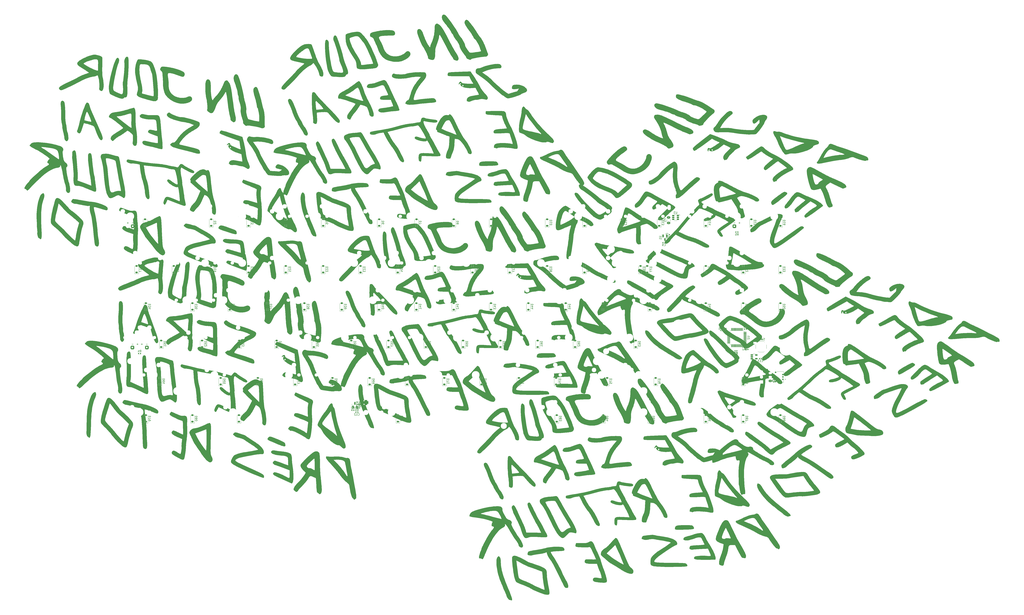
<source format=gbr>
%TF.GenerationSoftware,KiCad,Pcbnew,(7.99.0-267-g8440d7258b)*%
%TF.CreationDate,2023-05-07T02:27:48-07:00*%
%TF.ProjectId,1_2og_repro,315f326f-675f-4726-9570-726f2e6b6963,rev?*%
%TF.SameCoordinates,Original*%
%TF.FileFunction,Legend,Bot*%
%TF.FilePolarity,Positive*%
%FSLAX46Y46*%
G04 Gerber Fmt 4.6, Leading zero omitted, Abs format (unit mm)*
G04 Created by KiCad (PCBNEW (7.99.0-267-g8440d7258b)) date 2023-05-07 02:27:48*
%MOMM*%
%LPD*%
G01*
G04 APERTURE LIST*
G04 Aperture macros list*
%AMRoundRect*
0 Rectangle with rounded corners*
0 $1 Rounding radius*
0 $2 $3 $4 $5 $6 $7 $8 $9 X,Y pos of 4 corners*
0 Add a 4 corners polygon primitive as box body*
4,1,4,$2,$3,$4,$5,$6,$7,$8,$9,$2,$3,0*
0 Add four circle primitives for the rounded corners*
1,1,$1+$1,$2,$3*
1,1,$1+$1,$4,$5*
1,1,$1+$1,$6,$7*
1,1,$1+$1,$8,$9*
0 Add four rect primitives between the rounded corners*
20,1,$1+$1,$2,$3,$4,$5,0*
20,1,$1+$1,$4,$5,$6,$7,0*
20,1,$1+$1,$6,$7,$8,$9,0*
20,1,$1+$1,$8,$9,$2,$3,0*%
G04 Aperture macros list end*
%ADD10C,0.000000*%
%ADD11C,0.300000*%
%ADD12C,0.150000*%
%ADD13C,0.120000*%
%ADD14RoundRect,0.285750X-0.666750X-0.666750X0.666750X-0.666750X0.666750X0.666750X-0.666750X0.666750X0*%
%ADD15C,1.905000*%
%ADD16RoundRect,0.135000X0.135000X0.185000X-0.135000X0.185000X-0.135000X-0.185000X0.135000X-0.185000X0*%
%ADD17C,1.750000*%
%ADD18C,3.987800*%
%ADD19C,2.300000*%
%ADD20RoundRect,0.650000X-0.650000X0.650000X-0.650000X-0.650000X0.650000X-0.650000X0.650000X0.650000X0*%
%ADD21C,2.600000*%
%ADD22C,6.400000*%
%ADD23RoundRect,0.250000X0.625000X-0.350000X0.625000X0.350000X-0.625000X0.350000X-0.625000X-0.350000X0*%
%ADD24O,1.750000X1.200000*%
%ADD25O,1.700000X2.700000*%
%ADD26C,3.048000*%
%ADD27C,4.000000*%
%ADD28R,1.700000X1.700000*%
%ADD29O,1.700000X1.700000*%
%ADD30RoundRect,0.225000X0.375000X-0.225000X0.375000X0.225000X-0.375000X0.225000X-0.375000X-0.225000X0*%
%ADD31RoundRect,0.140000X-0.140000X-0.170000X0.140000X-0.170000X0.140000X0.170000X-0.140000X0.170000X0*%
%ADD32RoundRect,0.075000X0.075000X-0.662500X0.075000X0.662500X-0.075000X0.662500X-0.075000X-0.662500X0*%
%ADD33RoundRect,0.075000X0.662500X-0.075000X0.662500X0.075000X-0.662500X0.075000X-0.662500X-0.075000X0*%
%ADD34RoundRect,0.140000X-0.170000X0.140000X-0.170000X-0.140000X0.170000X-0.140000X0.170000X0.140000X0*%
%ADD35RoundRect,0.150000X-0.512500X-0.150000X0.512500X-0.150000X0.512500X0.150000X-0.512500X0.150000X0*%
%ADD36R,1.700000X1.000000*%
%ADD37RoundRect,0.150000X-0.150000X0.587500X-0.150000X-0.587500X0.150000X-0.587500X0.150000X0.587500X0*%
%ADD38RoundRect,0.150000X0.150000X-0.587500X0.150000X0.587500X-0.150000X0.587500X-0.150000X-0.587500X0*%
%ADD39RoundRect,0.150000X0.475000X0.150000X-0.475000X0.150000X-0.475000X-0.150000X0.475000X-0.150000X0*%
%ADD40RoundRect,0.250000X-0.625000X0.375000X-0.625000X-0.375000X0.625000X-0.375000X0.625000X0.375000X0*%
%ADD41RoundRect,0.135000X-0.185000X0.135000X-0.185000X-0.135000X0.185000X-0.135000X0.185000X0.135000X0*%
%ADD42RoundRect,0.150000X0.275000X-0.150000X0.275000X0.150000X-0.275000X0.150000X-0.275000X-0.150000X0*%
%ADD43RoundRect,0.175000X0.225000X-0.175000X0.225000X0.175000X-0.225000X0.175000X-0.225000X-0.175000X0*%
G04 APERTURE END LIST*
D10*
G36*
X308425305Y-56838671D02*
G01*
X308502352Y-56856986D01*
X308579140Y-56879728D01*
X308655221Y-56906562D01*
X308730147Y-56937148D01*
X308803466Y-56971150D01*
X308874728Y-57008232D01*
X308943485Y-57048052D01*
X309009287Y-57090276D01*
X309071682Y-57134565D01*
X309130224Y-57180582D01*
X309184459Y-57227989D01*
X309233941Y-57276448D01*
X309278219Y-57325622D01*
X309316843Y-57375173D01*
X309349364Y-57424763D01*
X309375332Y-57474056D01*
X309392377Y-57512685D01*
X309406393Y-57550946D01*
X309417092Y-57589139D01*
X309424181Y-57627567D01*
X309427365Y-57666531D01*
X309427402Y-57686309D01*
X309426356Y-57706334D01*
X309424187Y-57726643D01*
X309420859Y-57747274D01*
X309416336Y-57768266D01*
X309410582Y-57789655D01*
X309403562Y-57811482D01*
X309395237Y-57833780D01*
X309374529Y-57879948D01*
X309348165Y-57928462D01*
X309315856Y-57979621D01*
X309277308Y-58033728D01*
X309232230Y-58091087D01*
X309180329Y-58151997D01*
X309121315Y-58216758D01*
X309054894Y-58285675D01*
X308980776Y-58359049D01*
X308898667Y-58437178D01*
X308808276Y-58520367D01*
X308709313Y-58608917D01*
X308601482Y-58703130D01*
X308484494Y-58803306D01*
X308358057Y-58909747D01*
X308221879Y-59022754D01*
X308075665Y-59142630D01*
X307751973Y-59404192D01*
X307384643Y-59696844D01*
X306971339Y-60023002D01*
X306434227Y-60457181D01*
X305939460Y-60869180D01*
X305496889Y-61250617D01*
X305116365Y-61593106D01*
X304807742Y-61888261D01*
X304580871Y-62127699D01*
X304501171Y-62223906D01*
X304445601Y-62303040D01*
X304415397Y-62364051D01*
X304411787Y-62405895D01*
X304419073Y-62422550D01*
X304430754Y-62440575D01*
X304446708Y-62459914D01*
X304466821Y-62480511D01*
X304519058Y-62525257D01*
X304586526Y-62574369D01*
X304668289Y-62627402D01*
X304763411Y-62683915D01*
X304870957Y-62743458D01*
X304989993Y-62805591D01*
X305119578Y-62869869D01*
X305258781Y-62935848D01*
X305406663Y-63003083D01*
X305562290Y-63071131D01*
X305724725Y-63139545D01*
X305893033Y-63207884D01*
X306066277Y-63275703D01*
X306243522Y-63342556D01*
X307409580Y-63789435D01*
X308603024Y-64275692D01*
X309802242Y-64791275D01*
X310985622Y-65326133D01*
X312131551Y-65870212D01*
X313218419Y-66413460D01*
X314224612Y-66945824D01*
X315128519Y-67457254D01*
X315604576Y-67727719D01*
X316119457Y-68011674D01*
X317200062Y-68585980D01*
X317732968Y-68859293D01*
X318239063Y-69112022D01*
X318701940Y-69335648D01*
X319105191Y-69521652D01*
X319605234Y-69745137D01*
X320061653Y-69969348D01*
X320473721Y-70193282D01*
X320840710Y-70415939D01*
X321161887Y-70636309D01*
X321436526Y-70853393D01*
X321663898Y-71066188D01*
X321843272Y-71273688D01*
X321914733Y-71375140D01*
X321973921Y-71474893D01*
X322020746Y-71572820D01*
X322055116Y-71668797D01*
X322076940Y-71762699D01*
X322086127Y-71854399D01*
X322082585Y-71943772D01*
X322066226Y-72030693D01*
X322036954Y-72115036D01*
X321994682Y-72196677D01*
X321939318Y-72275489D01*
X321870768Y-72351348D01*
X321788945Y-72424127D01*
X321693757Y-72493702D01*
X321585109Y-72559947D01*
X321462916Y-72622736D01*
X321337309Y-72680012D01*
X321277359Y-72704182D01*
X321218158Y-72724934D01*
X321158840Y-72741936D01*
X321098541Y-72754863D01*
X321036394Y-72763383D01*
X320971534Y-72767166D01*
X320903097Y-72765882D01*
X320830215Y-72759206D01*
X320752026Y-72746804D01*
X320667663Y-72728350D01*
X320576261Y-72703510D01*
X320476952Y-72671960D01*
X320368876Y-72633367D01*
X320251163Y-72587402D01*
X320122948Y-72533736D01*
X319983369Y-72472040D01*
X319831557Y-72401983D01*
X319666651Y-72323238D01*
X319487780Y-72235475D01*
X319294085Y-72138362D01*
X318858747Y-71914775D01*
X318353716Y-71649843D01*
X317772069Y-71340930D01*
X316351237Y-70580619D01*
X313059564Y-68841612D01*
X310173343Y-67377082D01*
X308977147Y-66795325D01*
X307996156Y-66339286D01*
X307268321Y-66027997D01*
X306831590Y-65880491D01*
X306609473Y-65826156D01*
X306364046Y-65753599D01*
X306100009Y-65665129D01*
X305822055Y-65563061D01*
X305534878Y-65449708D01*
X305243174Y-65327377D01*
X304664963Y-65065044D01*
X304124979Y-64794559D01*
X303881059Y-64662041D01*
X303660783Y-64534420D01*
X303468841Y-64414011D01*
X303309932Y-64303125D01*
X303188749Y-64204074D01*
X303109988Y-64119172D01*
X303050287Y-64039463D01*
X302995134Y-63971779D01*
X302969046Y-63942542D01*
X302943830Y-63916426D01*
X302919401Y-63893467D01*
X302895672Y-63873706D01*
X302872558Y-63857178D01*
X302849967Y-63843923D01*
X302827814Y-63833977D01*
X302806012Y-63827381D01*
X302784472Y-63824170D01*
X302763108Y-63824383D01*
X302741831Y-63828058D01*
X302720555Y-63835233D01*
X302699193Y-63845946D01*
X302677657Y-63860236D01*
X302655857Y-63878138D01*
X302633710Y-63899693D01*
X302611126Y-63924937D01*
X302588018Y-63953910D01*
X302564299Y-63986647D01*
X302539882Y-64023189D01*
X302514677Y-64063572D01*
X302488600Y-64107834D01*
X302433476Y-64208149D01*
X302373807Y-64324437D01*
X302308898Y-64457002D01*
X302270887Y-64520089D01*
X302212155Y-64603395D01*
X302037201Y-64825009D01*
X301793400Y-65110539D01*
X301490125Y-65448687D01*
X301136738Y-65828148D01*
X300742608Y-66237616D01*
X300317101Y-66665796D01*
X299869586Y-67101379D01*
X299014214Y-67935420D01*
X298290587Y-68667205D01*
X298004024Y-68969839D01*
X297781414Y-69217015D01*
X297633093Y-69398771D01*
X297590025Y-69462001D01*
X297569404Y-69505139D01*
X297548804Y-69538502D01*
X297520046Y-69575338D01*
X297483633Y-69615283D01*
X297440068Y-69657971D01*
X297389850Y-69703041D01*
X297333484Y-69750126D01*
X297271468Y-69798862D01*
X297204307Y-69848884D01*
X297132501Y-69899826D01*
X297056552Y-69951328D01*
X296976962Y-70003023D01*
X296894231Y-70054544D01*
X296808864Y-70105530D01*
X296721359Y-70155618D01*
X296632219Y-70204438D01*
X296541948Y-70251630D01*
X296405839Y-70311536D01*
X296282417Y-70362176D01*
X296170595Y-70403465D01*
X296069295Y-70435323D01*
X295977435Y-70457666D01*
X295934707Y-70465243D01*
X295893931Y-70470411D01*
X295854975Y-70473157D01*
X295817702Y-70473476D01*
X295781977Y-70471352D01*
X295747666Y-70466778D01*
X295714632Y-70459742D01*
X295682740Y-70450235D01*
X295651855Y-70438245D01*
X295621843Y-70423763D01*
X295592567Y-70406778D01*
X295563894Y-70387282D01*
X295535684Y-70365261D01*
X295507808Y-70340708D01*
X295452505Y-70283957D01*
X295396903Y-70216948D01*
X295339921Y-70139600D01*
X295280474Y-70051828D01*
X295246207Y-69984439D01*
X295213493Y-69914899D01*
X295182524Y-69843680D01*
X295153492Y-69771261D01*
X295126587Y-69698111D01*
X295102000Y-69624708D01*
X295079926Y-69551525D01*
X295060552Y-69479038D01*
X295044071Y-69407717D01*
X295030673Y-69338041D01*
X295020552Y-69270480D01*
X295013898Y-69205512D01*
X295010901Y-69143609D01*
X295011755Y-69085246D01*
X295016648Y-69030897D01*
X295025775Y-68981036D01*
X295049417Y-68921837D01*
X295096869Y-68840128D01*
X295166836Y-68737360D01*
X295258020Y-68614985D01*
X295369129Y-68474456D01*
X295498864Y-68317225D01*
X295809036Y-67958463D01*
X296178172Y-67550323D01*
X296595909Y-67104419D01*
X297051881Y-66632370D01*
X297535726Y-66145795D01*
X298559140Y-65101909D01*
X299604178Y-63993256D01*
X300547641Y-62951860D01*
X300942781Y-62497639D01*
X301266329Y-62109742D01*
X301651155Y-61651922D01*
X302081672Y-61183847D01*
X302549882Y-60711383D01*
X303047779Y-60240395D01*
X303567364Y-59776749D01*
X304100630Y-59326309D01*
X304639579Y-58894942D01*
X305176204Y-58488511D01*
X305702506Y-58112884D01*
X306210480Y-57773925D01*
X306692125Y-57477500D01*
X307139437Y-57229474D01*
X307544413Y-57035713D01*
X307899051Y-56902082D01*
X308195350Y-56834447D01*
X308319121Y-56827210D01*
X308425305Y-56838671D01*
G37*
G36*
X75254296Y-131718715D02*
G01*
X75318718Y-131723967D01*
X75386672Y-131731934D01*
X75458401Y-131742617D01*
X75534147Y-131756015D01*
X75614154Y-131772132D01*
X75698665Y-131790965D01*
X75787920Y-131812517D01*
X75981643Y-131863778D01*
X76197264Y-131925923D01*
X76436730Y-131998953D01*
X76701983Y-132082876D01*
X77424925Y-132326070D01*
X78136592Y-132555554D01*
X79214528Y-132892605D01*
X79301734Y-132915856D01*
X79395128Y-132945437D01*
X79493781Y-132980889D01*
X79596767Y-133021755D01*
X79703158Y-133067577D01*
X79812027Y-133117897D01*
X79922446Y-133172256D01*
X80033489Y-133230196D01*
X80144227Y-133291258D01*
X80253733Y-133354986D01*
X80361081Y-133420920D01*
X80465343Y-133488602D01*
X80565590Y-133557575D01*
X80660896Y-133627380D01*
X80750336Y-133697559D01*
X80832978Y-133767653D01*
X81029102Y-133916939D01*
X81285514Y-134099945D01*
X81590803Y-134309781D01*
X81933555Y-134539556D01*
X82685793Y-135031353D01*
X83450929Y-135520204D01*
X84890733Y-136448756D01*
X85530056Y-136885143D01*
X86117483Y-137304535D01*
X86654381Y-137708126D01*
X87142120Y-138097116D01*
X87582065Y-138472702D01*
X87975585Y-138836080D01*
X88324047Y-139188447D01*
X88628819Y-139531000D01*
X88891268Y-139864940D01*
X89112762Y-140191459D01*
X89294670Y-140511758D01*
X89438357Y-140827031D01*
X89545192Y-141138477D01*
X89616544Y-141447295D01*
X89628385Y-141538812D01*
X89636656Y-141627427D01*
X89641389Y-141713110D01*
X89642620Y-141795831D01*
X89640386Y-141875562D01*
X89634722Y-141952273D01*
X89625666Y-142025934D01*
X89613251Y-142096515D01*
X89597515Y-142163988D01*
X89578490Y-142228324D01*
X89556215Y-142289491D01*
X89530725Y-142347464D01*
X89502055Y-142402210D01*
X89470241Y-142453701D01*
X89435318Y-142501907D01*
X89397324Y-142546801D01*
X89356293Y-142588350D01*
X89312260Y-142626527D01*
X89265262Y-142661301D01*
X89215335Y-142692644D01*
X89162512Y-142720527D01*
X89106832Y-142744921D01*
X89048330Y-142765794D01*
X88987040Y-142783118D01*
X88922999Y-142796865D01*
X88856242Y-142807003D01*
X88786806Y-142813505D01*
X88714725Y-142816341D01*
X88640036Y-142815480D01*
X88562775Y-142810896D01*
X88482976Y-142802557D01*
X88400676Y-142790434D01*
X88130851Y-142779286D01*
X87702904Y-142802816D01*
X86456985Y-142939690D01*
X84831610Y-143172625D01*
X82995475Y-143473190D01*
X81117271Y-143812948D01*
X79365692Y-144163467D01*
X77909432Y-144496318D01*
X77344762Y-144647230D01*
X76917182Y-144783061D01*
X76759469Y-144841566D01*
X76604015Y-144903026D01*
X76451742Y-144966894D01*
X76303569Y-145032635D01*
X76160414Y-145099704D01*
X76023201Y-145167561D01*
X75892845Y-145235668D01*
X75770268Y-145303481D01*
X75656389Y-145370461D01*
X75552127Y-145436065D01*
X75458403Y-145499753D01*
X75376135Y-145560986D01*
X75306243Y-145619221D01*
X75249647Y-145673919D01*
X75207268Y-145724537D01*
X75191696Y-145748146D01*
X75180022Y-145770533D01*
X75159248Y-145829087D01*
X75149018Y-145888975D01*
X75149988Y-145950568D01*
X75162810Y-146014238D01*
X75188142Y-146080355D01*
X75226638Y-146149288D01*
X75278954Y-146221411D01*
X75345745Y-146297093D01*
X75427664Y-146376706D01*
X75525370Y-146460621D01*
X75639514Y-146549208D01*
X75770753Y-146642836D01*
X75919743Y-146741880D01*
X76087138Y-146846708D01*
X76273592Y-146957691D01*
X76479763Y-147075202D01*
X76706304Y-147199609D01*
X76953869Y-147331285D01*
X77514698Y-147617923D01*
X78167491Y-147938086D01*
X78917486Y-148294739D01*
X79769928Y-148690848D01*
X80730055Y-149129381D01*
X81803108Y-149613305D01*
X82994330Y-150145586D01*
X85261144Y-151176559D01*
X87202162Y-152100126D01*
X87984283Y-152489439D01*
X88605494Y-152813264D01*
X89039311Y-153058725D01*
X89259246Y-153212943D01*
X89312274Y-153267201D01*
X89362342Y-153323390D01*
X89409435Y-153381308D01*
X89453534Y-153440756D01*
X89494620Y-153501531D01*
X89532675Y-153563436D01*
X89567681Y-153626268D01*
X89599619Y-153689827D01*
X89628472Y-153753914D01*
X89654221Y-153818327D01*
X89676848Y-153882866D01*
X89696335Y-153947330D01*
X89712663Y-154011519D01*
X89725816Y-154075233D01*
X89735773Y-154138272D01*
X89742516Y-154200434D01*
X89746028Y-154261519D01*
X89746290Y-154321328D01*
X89743286Y-154379658D01*
X89736994Y-154436311D01*
X89727398Y-154491085D01*
X89714479Y-154543781D01*
X89698220Y-154594197D01*
X89678601Y-154642133D01*
X89655606Y-154687389D01*
X89629214Y-154729765D01*
X89599409Y-154769058D01*
X89566173Y-154805072D01*
X89529486Y-154837603D01*
X89489330Y-154866451D01*
X89445688Y-154891416D01*
X89398540Y-154912298D01*
X89216941Y-154898367D01*
X88853493Y-154798085D01*
X87663098Y-154373737D01*
X85991450Y-153709780D01*
X84002643Y-152876740D01*
X81860774Y-151945142D01*
X79729939Y-150985512D01*
X77774231Y-150068376D01*
X76157747Y-149264258D01*
X75524622Y-148929668D01*
X74967137Y-148625317D01*
X74482381Y-148346467D01*
X74067437Y-148088381D01*
X73719392Y-147846323D01*
X73435331Y-147615558D01*
X73316384Y-147502929D01*
X73212341Y-147391346D01*
X73122836Y-147280218D01*
X73047506Y-147168953D01*
X72985986Y-147056958D01*
X72937912Y-146943639D01*
X72902921Y-146828409D01*
X72880647Y-146710671D01*
X72870726Y-146589836D01*
X72872794Y-146465311D01*
X72886487Y-146336502D01*
X72911442Y-146202821D01*
X72993674Y-145918464D01*
X73116576Y-145607506D01*
X73277236Y-145265208D01*
X73472737Y-144886834D01*
X73598783Y-144656399D01*
X73716153Y-144449208D01*
X73827473Y-144263129D01*
X73935369Y-144096024D01*
X74042464Y-143945759D01*
X74151384Y-143810199D01*
X74264754Y-143687210D01*
X74385197Y-143574656D01*
X74515340Y-143470404D01*
X74657808Y-143372316D01*
X74815224Y-143278260D01*
X74990214Y-143186100D01*
X75185404Y-143093701D01*
X75403417Y-142998928D01*
X75646878Y-142899647D01*
X75918413Y-142793724D01*
X76095034Y-142724141D01*
X76284073Y-142654113D01*
X76692379Y-142514662D01*
X77129293Y-142379262D01*
X77580778Y-142251794D01*
X78032790Y-142136150D01*
X78471293Y-142036212D01*
X78882245Y-141955867D01*
X79073003Y-141924256D01*
X79251609Y-141899002D01*
X80660105Y-141699593D01*
X82021058Y-141489876D01*
X83290136Y-141278355D01*
X84423007Y-141073527D01*
X85375339Y-140883894D01*
X86102802Y-140717957D01*
X86561061Y-140584216D01*
X86675388Y-140532075D01*
X86701425Y-140510153D01*
X86705789Y-140491171D01*
X86660654Y-140424970D01*
X86565976Y-140326530D01*
X86426522Y-140199374D01*
X86247054Y-140047027D01*
X85787152Y-139680860D01*
X85224396Y-139256231D01*
X84596918Y-138801336D01*
X83942846Y-138344376D01*
X83300310Y-137913550D01*
X82707435Y-137537056D01*
X82135063Y-137169265D01*
X81484019Y-136737484D01*
X80832446Y-136293881D01*
X80258485Y-135890628D01*
X80082318Y-135763668D01*
X79910594Y-135645835D01*
X79741988Y-135536449D01*
X79575174Y-135434832D01*
X79408826Y-135340298D01*
X79241615Y-135252170D01*
X79072221Y-135169766D01*
X78899312Y-135092406D01*
X78721565Y-135019407D01*
X78537655Y-134950091D01*
X78346253Y-134883774D01*
X78146036Y-134819777D01*
X77935675Y-134757419D01*
X77713847Y-134696019D01*
X77230481Y-134573369D01*
X76741552Y-134457112D01*
X76523345Y-134399928D01*
X76320958Y-134342681D01*
X76133128Y-134284856D01*
X75958594Y-134225937D01*
X75796091Y-134165405D01*
X75644355Y-134102743D01*
X75502125Y-134037435D01*
X75368137Y-133968964D01*
X75241127Y-133896809D01*
X75119833Y-133820459D01*
X75002991Y-133739393D01*
X74889338Y-133653094D01*
X74777613Y-133561046D01*
X74666548Y-133462732D01*
X74369441Y-133198613D01*
X74252753Y-133091488D01*
X74156746Y-132997779D01*
X74080998Y-132915082D01*
X74050589Y-132877110D01*
X74025085Y-132840990D01*
X74004435Y-132806419D01*
X73988586Y-132773097D01*
X73977486Y-132740724D01*
X73971079Y-132708999D01*
X73969316Y-132677622D01*
X73972141Y-132646290D01*
X73979503Y-132614705D01*
X73991349Y-132582564D01*
X74007627Y-132549569D01*
X74028281Y-132515418D01*
X74053262Y-132479808D01*
X74082516Y-132442442D01*
X74153629Y-132361234D01*
X74241201Y-132269389D01*
X74464026Y-132044160D01*
X74505581Y-132003362D01*
X74546538Y-131965267D01*
X74587142Y-131929878D01*
X74627630Y-131897191D01*
X74668251Y-131867211D01*
X74709244Y-131839938D01*
X74750854Y-131815370D01*
X74793324Y-131793509D01*
X74836895Y-131774357D01*
X74881811Y-131757914D01*
X74928316Y-131744180D01*
X74976651Y-131733156D01*
X75027060Y-131724844D01*
X75079787Y-131719242D01*
X75135072Y-131716354D01*
X75193161Y-131716177D01*
X75254296Y-131718715D01*
G37*
G36*
X276963378Y-94011112D02*
G01*
X277244440Y-94427389D01*
X279184718Y-97309584D01*
X280101940Y-98654112D01*
X280828662Y-99704952D01*
X281108073Y-100122332D01*
X281370617Y-100541034D01*
X281610010Y-100949153D01*
X281819968Y-101334782D01*
X281994207Y-101686015D01*
X282065968Y-101845013D01*
X282126444Y-101990946D01*
X282174847Y-102122328D01*
X282210394Y-102237670D01*
X282232298Y-102335482D01*
X282239774Y-102414279D01*
X282237821Y-102488162D01*
X282232091Y-102561502D01*
X282222775Y-102634088D01*
X282210063Y-102705708D01*
X282194148Y-102776149D01*
X282175219Y-102845201D01*
X282153470Y-102912650D01*
X282129090Y-102978285D01*
X282073203Y-103103267D01*
X282009090Y-103218451D01*
X281938279Y-103322141D01*
X281900841Y-103369147D01*
X281862301Y-103412644D01*
X281822852Y-103452421D01*
X281782685Y-103488264D01*
X281741991Y-103519963D01*
X281700961Y-103547306D01*
X281659786Y-103570081D01*
X281618657Y-103588076D01*
X281577767Y-103601078D01*
X281537305Y-103608877D01*
X281497463Y-103611260D01*
X281458433Y-103608015D01*
X281420405Y-103598932D01*
X281383571Y-103583796D01*
X281348122Y-103562398D01*
X281314249Y-103534524D01*
X281282143Y-103499964D01*
X281251996Y-103458505D01*
X281243405Y-103445280D01*
X281233537Y-103432080D01*
X281222439Y-103418933D01*
X281210159Y-103405863D01*
X281196741Y-103392896D01*
X281182233Y-103380059D01*
X281150131Y-103354875D01*
X281114226Y-103330517D01*
X281074890Y-103307194D01*
X281032495Y-103285110D01*
X280987412Y-103264474D01*
X280940015Y-103245491D01*
X280890674Y-103228369D01*
X280839763Y-103213313D01*
X280787652Y-103200532D01*
X280734715Y-103190231D01*
X280681323Y-103182617D01*
X280627848Y-103177897D01*
X280601196Y-103176687D01*
X280574662Y-103176278D01*
X280524884Y-103168604D01*
X280465825Y-103145975D01*
X280397960Y-103108980D01*
X280321765Y-103058208D01*
X280146285Y-102917689D01*
X279943190Y-102729133D01*
X279716282Y-102497250D01*
X279469365Y-102226755D01*
X279206243Y-101922361D01*
X278930718Y-101588780D01*
X278646594Y-101230724D01*
X278357675Y-100852908D01*
X278067763Y-100460044D01*
X277780662Y-100056844D01*
X277500177Y-99648022D01*
X277230109Y-99238291D01*
X276974262Y-98832363D01*
X276736440Y-98434951D01*
X276647791Y-98283601D01*
X276560382Y-98146224D01*
X276516497Y-98082388D01*
X276472146Y-98021580D01*
X276427072Y-97963646D01*
X276381017Y-97908429D01*
X276333721Y-97855776D01*
X276284926Y-97805531D01*
X276234374Y-97757539D01*
X276181807Y-97711645D01*
X276126967Y-97667694D01*
X276069594Y-97625531D01*
X276009430Y-97585001D01*
X275946218Y-97545949D01*
X275879698Y-97508220D01*
X275809613Y-97471659D01*
X275735704Y-97436110D01*
X275657712Y-97401420D01*
X275575379Y-97367432D01*
X275488447Y-97333992D01*
X275299753Y-97268135D01*
X275089561Y-97202609D01*
X274855804Y-97136174D01*
X274596416Y-97067589D01*
X274309329Y-96995614D01*
X274111201Y-96942505D01*
X273899059Y-96878978D01*
X273440173Y-96723976D01*
X272947551Y-96537225D01*
X272436079Y-96325337D01*
X271920637Y-96094928D01*
X271416110Y-95852613D01*
X270937379Y-95605004D01*
X270499328Y-95358718D01*
X270070593Y-95104776D01*
X269598864Y-94835288D01*
X269099353Y-94558523D01*
X268587274Y-94282751D01*
X268077840Y-94016239D01*
X267586267Y-93767256D01*
X267127766Y-93544071D01*
X266717551Y-93354952D01*
X262343107Y-91351162D01*
X261697854Y-91059573D01*
X261155128Y-90796425D01*
X260920351Y-90674483D01*
X260708974Y-90558411D01*
X260520252Y-90447796D01*
X260353440Y-90342224D01*
X260207795Y-90241283D01*
X260082573Y-90144558D01*
X259977029Y-90051636D01*
X259890419Y-89962105D01*
X259821999Y-89875550D01*
X259771025Y-89791558D01*
X259736753Y-89709716D01*
X259718439Y-89629611D01*
X259709847Y-89562811D01*
X259705265Y-89500022D01*
X259704735Y-89441284D01*
X259708297Y-89386638D01*
X259711626Y-89360863D01*
X259715994Y-89336127D01*
X259721405Y-89312434D01*
X259727536Y-89290945D01*
X263867107Y-89290945D01*
X266068441Y-90194058D01*
X266973867Y-90580569D01*
X267914350Y-91010737D01*
X268861448Y-91470010D01*
X269786718Y-91943835D01*
X270661717Y-92417660D01*
X271458003Y-92876933D01*
X272147132Y-93307101D01*
X272442625Y-93506723D01*
X272700663Y-93693612D01*
X272913659Y-93837479D01*
X273009256Y-93898251D01*
X273097593Y-93951581D01*
X273178674Y-93997470D01*
X273252505Y-94035917D01*
X273319091Y-94066923D01*
X273378437Y-94090487D01*
X273430548Y-94106610D01*
X273475430Y-94115292D01*
X273513088Y-94116532D01*
X273543526Y-94110331D01*
X273556039Y-94104440D01*
X273566750Y-94096689D01*
X273575658Y-94087077D01*
X273582765Y-94075605D01*
X273591577Y-94047079D01*
X273593190Y-94011112D01*
X273587610Y-93967704D01*
X273574842Y-93916854D01*
X273554890Y-93858563D01*
X273527761Y-93792831D01*
X273493459Y-93719657D01*
X273451990Y-93639042D01*
X273403358Y-93550985D01*
X273347569Y-93455487D01*
X273214540Y-93242166D01*
X273052944Y-92999080D01*
X272862823Y-92726228D01*
X272644218Y-92423611D01*
X272126076Y-91699975D01*
X271547079Y-90867861D01*
X270471106Y-89290945D01*
X270135857Y-88792316D01*
X269991012Y-88586864D01*
X269858155Y-88408119D01*
X269734890Y-88254178D01*
X269618818Y-88123141D01*
X269507541Y-88013104D01*
X269452952Y-87965367D01*
X269398662Y-87922167D01*
X269344373Y-87883267D01*
X269289784Y-87848428D01*
X269234595Y-87817414D01*
X269178507Y-87789986D01*
X269121220Y-87765906D01*
X269062435Y-87744937D01*
X268939169Y-87711382D01*
X268806313Y-87687418D01*
X268661467Y-87671143D01*
X268502235Y-87660656D01*
X268326218Y-87654055D01*
X268208341Y-87657976D01*
X268077730Y-87669544D01*
X267935544Y-87688472D01*
X267782940Y-87714468D01*
X267621076Y-87747245D01*
X267451108Y-87786512D01*
X267274196Y-87831980D01*
X267091495Y-87883360D01*
X266904165Y-87940363D01*
X266713361Y-88002699D01*
X266520243Y-88070078D01*
X266325967Y-88142211D01*
X266131691Y-88218810D01*
X265938573Y-88299583D01*
X265747770Y-88384243D01*
X265560439Y-88472500D01*
X263867107Y-89290945D01*
X259727536Y-89290945D01*
X259727866Y-89289790D01*
X259735380Y-89268201D01*
X259743954Y-89247671D01*
X259753593Y-89228205D01*
X259764301Y-89209809D01*
X259776084Y-89192488D01*
X259788947Y-89176247D01*
X259802896Y-89161091D01*
X259817934Y-89147026D01*
X259834069Y-89134056D01*
X259851304Y-89122186D01*
X259869644Y-89111423D01*
X259889096Y-89101771D01*
X259909664Y-89093235D01*
X259931354Y-89085820D01*
X259954170Y-89079532D01*
X259978118Y-89074375D01*
X260003202Y-89070355D01*
X260029429Y-89067478D01*
X260056803Y-89065748D01*
X260085329Y-89065170D01*
X260152522Y-89057687D01*
X260247166Y-89035735D01*
X260367606Y-89000058D01*
X260512190Y-88951399D01*
X260867173Y-88818115D01*
X261298885Y-88641837D01*
X261794096Y-88428516D01*
X262339579Y-88184106D01*
X262922103Y-87914561D01*
X263528440Y-87625832D01*
X264245626Y-87287057D01*
X264916179Y-86989952D01*
X265541092Y-86733858D01*
X266121356Y-86518113D01*
X266657964Y-86342055D01*
X267151908Y-86205024D01*
X267383192Y-86150936D01*
X267604181Y-86106357D01*
X267815000Y-86071204D01*
X268015773Y-86045394D01*
X268328147Y-86008738D01*
X268625638Y-85963813D01*
X268901301Y-85912935D01*
X269148190Y-85858419D01*
X269359361Y-85802580D01*
X269527867Y-85747733D01*
X269593951Y-85721406D01*
X269646764Y-85696194D01*
X269685439Y-85672388D01*
X269709107Y-85650277D01*
X269726852Y-85622082D01*
X269748209Y-85595700D01*
X269772987Y-85571127D01*
X269800994Y-85548358D01*
X269832041Y-85527387D01*
X269865934Y-85508209D01*
X269902484Y-85490819D01*
X269941499Y-85475212D01*
X269982788Y-85461383D01*
X270026159Y-85449326D01*
X270071421Y-85439036D01*
X270118384Y-85430509D01*
X270216645Y-85418720D01*
X270319412Y-85413918D01*
X270425156Y-85416061D01*
X270532346Y-85425108D01*
X270639454Y-85441018D01*
X270744950Y-85463749D01*
X270847304Y-85493260D01*
X270896825Y-85510545D01*
X270944986Y-85529510D01*
X270991597Y-85550149D01*
X271036467Y-85572457D01*
X271079404Y-85596429D01*
X271120218Y-85622061D01*
X271139719Y-85634528D01*
X271161138Y-85650695D01*
X271209459Y-85693717D01*
X271264643Y-85750299D01*
X271326152Y-85819613D01*
X271393448Y-85900835D01*
X271465995Y-85993135D01*
X271543255Y-86095689D01*
X271624690Y-86207668D01*
X271709763Y-86328246D01*
X271797937Y-86456596D01*
X271981437Y-86733306D01*
X272170889Y-87031183D01*
X272361995Y-87343612D01*
X272556519Y-87676436D01*
X272775187Y-88032412D01*
X273010390Y-88400294D01*
X273254523Y-88768837D01*
X273499980Y-89126797D01*
X273739152Y-89462927D01*
X273964434Y-89765984D01*
X274168218Y-90024722D01*
X274397634Y-90327340D01*
X274696502Y-90736453D01*
X275452329Y-91802725D01*
X276335155Y-93080662D01*
X276963378Y-94011112D01*
G37*
G36*
X234446201Y20342593D02*
G01*
X234978701Y19843102D01*
X235461221Y19376821D01*
X235884789Y18955148D01*
X236251802Y18574650D01*
X236564658Y18231897D01*
X236825754Y17923458D01*
X237037490Y17645900D01*
X237202262Y17395793D01*
X237322468Y17169705D01*
X237400507Y16964206D01*
X237424462Y16868104D01*
X237438775Y16775863D01*
X237443744Y16687053D01*
X237439670Y16601245D01*
X237426853Y16518011D01*
X237405591Y16436922D01*
X237338936Y16279461D01*
X237242101Y16125432D01*
X237176217Y16036128D01*
X237145006Y15995928D01*
X237114550Y15958689D01*
X237084548Y15924405D01*
X237054702Y15893073D01*
X237024711Y15864686D01*
X236994275Y15839240D01*
X236963095Y15816729D01*
X236930871Y15797147D01*
X236897304Y15780491D01*
X236862094Y15766755D01*
X236824940Y15755933D01*
X236785544Y15748020D01*
X236743605Y15743012D01*
X236698824Y15740903D01*
X236650901Y15741687D01*
X236599536Y15745361D01*
X236544430Y15751917D01*
X236485283Y15761353D01*
X236421795Y15773661D01*
X236353667Y15788838D01*
X236280598Y15806877D01*
X236202289Y15827774D01*
X236118441Y15851524D01*
X236028753Y15878121D01*
X235830660Y15939837D01*
X235605613Y16012880D01*
X235351214Y16097209D01*
X234976332Y16209767D01*
X234808797Y16255339D01*
X234654036Y16293882D01*
X234511678Y16325481D01*
X234381349Y16350216D01*
X234262680Y16368172D01*
X234155296Y16379430D01*
X234058827Y16384074D01*
X233972899Y16382186D01*
X233897141Y16373849D01*
X233831182Y16359145D01*
X233774648Y16338157D01*
X233727168Y16310968D01*
X233688369Y16277660D01*
X233657880Y16238316D01*
X233643079Y16220210D01*
X233625131Y16202936D01*
X233604031Y16186498D01*
X233579773Y16170904D01*
X233552352Y16156156D01*
X233521764Y16142261D01*
X233488003Y16129225D01*
X233451064Y16117051D01*
X233410941Y16105745D01*
X233367630Y16095312D01*
X233271423Y16077088D01*
X233162399Y16062419D01*
X233040519Y16051347D01*
X232905739Y16043912D01*
X232758021Y16040157D01*
X232597321Y16040123D01*
X232423598Y16043851D01*
X232236812Y16051382D01*
X232036920Y16062758D01*
X231823883Y16078020D01*
X231597657Y16097209D01*
X231149140Y16159103D01*
X230646094Y16257667D01*
X230098151Y16389221D01*
X229514945Y16550086D01*
X228906107Y16736582D01*
X228281270Y16945031D01*
X227650066Y17171753D01*
X227022128Y17413068D01*
X226407089Y17665297D01*
X225814581Y17924760D01*
X225254236Y18187779D01*
X224735688Y18450675D01*
X224268567Y18709766D01*
X223862508Y18961375D01*
X223527142Y19201822D01*
X223272101Y19427428D01*
X223187600Y19507698D01*
X223093508Y19589375D01*
X222990816Y19671878D01*
X222880518Y19754629D01*
X222763605Y19837050D01*
X222641070Y19918561D01*
X222513905Y19998584D01*
X222383102Y20076540D01*
X222249653Y20151849D01*
X222114550Y20223934D01*
X221978786Y20292216D01*
X221843352Y20356116D01*
X221709241Y20415054D01*
X221577446Y20468453D01*
X221448957Y20515733D01*
X221324769Y20556316D01*
X221081076Y20635251D01*
X220841021Y20722123D01*
X220610889Y20814286D01*
X220396962Y20909096D01*
X220205524Y21003905D01*
X220120203Y21050483D01*
X220042861Y21096069D01*
X219974283Y21140332D01*
X219915254Y21182941D01*
X219866561Y21223566D01*
X219828989Y21261876D01*
X219788876Y21325292D01*
X219753156Y21409043D01*
X219694603Y21633559D01*
X219652752Y21927446D01*
X219627024Y22282724D01*
X219616840Y22691415D01*
X219621622Y23145540D01*
X219637310Y23547874D01*
X221550547Y23547874D01*
X221551898Y23460103D01*
X221556397Y23376529D01*
X221564709Y23296881D01*
X221577501Y23220893D01*
X221595441Y23148294D01*
X221619194Y23078817D01*
X221649427Y23012192D01*
X221686807Y22948151D01*
X221732001Y22886425D01*
X221785675Y22826746D01*
X221848495Y22768844D01*
X221921129Y22712451D01*
X222004243Y22657299D01*
X222098503Y22603118D01*
X222204577Y22549640D01*
X222323130Y22496596D01*
X222454830Y22443717D01*
X222600343Y22390735D01*
X222760336Y22337381D01*
X222935475Y22283386D01*
X223126427Y22228481D01*
X223333859Y22172399D01*
X223558437Y22114869D01*
X223800828Y22055624D01*
X224341715Y21930911D01*
X224961852Y21796111D01*
X225666574Y21649075D01*
X226461213Y21487651D01*
X227800004Y21190436D01*
X228980046Y20909096D01*
X229470847Y20782647D01*
X229874337Y20670090D01*
X230174639Y20574730D01*
X230355878Y20499876D01*
X230522897Y20414899D01*
X230596732Y20380139D01*
X230664118Y20350552D01*
X230725055Y20326152D01*
X230779543Y20306957D01*
X230827581Y20292981D01*
X230869170Y20284240D01*
X230904310Y20280749D01*
X230933001Y20282524D01*
X230955243Y20289580D01*
X230963945Y20295094D01*
X230971035Y20301934D01*
X230976513Y20310101D01*
X230980378Y20319599D01*
X230983272Y20342593D01*
X230979717Y20370929D01*
X230969712Y20404625D01*
X230953258Y20443695D01*
X230930355Y20488155D01*
X230901003Y20538020D01*
X230865201Y20593306D01*
X230822951Y20654028D01*
X230774251Y20720203D01*
X230657503Y20868969D01*
X230514959Y21039729D01*
X230346618Y21232606D01*
X230152480Y21447725D01*
X229932544Y21685210D01*
X229288836Y22396882D01*
X228513497Y23304016D01*
X227657459Y24342781D01*
X226771657Y25449345D01*
X225907020Y26559879D01*
X225114483Y27610550D01*
X224444978Y28537528D01*
X223949436Y29276982D01*
X223159211Y30518767D01*
X222368992Y27442540D01*
X222066484Y26171219D01*
X221811601Y25018959D01*
X221710288Y24524684D01*
X221630803Y24104823D01*
X221576453Y23774259D01*
X221550547Y23547874D01*
X219637310Y23547874D01*
X219640790Y23637121D01*
X219673767Y24158177D01*
X219719972Y24700731D01*
X219778829Y25256804D01*
X219849756Y25818416D01*
X219932177Y26377589D01*
X220025511Y26926344D01*
X220129181Y27456703D01*
X220242607Y27960686D01*
X220365210Y28430315D01*
X220489124Y28882864D01*
X220605101Y29362533D01*
X220710494Y29854107D01*
X220802657Y30342374D01*
X220878946Y30812119D01*
X220936714Y31248130D01*
X220973315Y31635193D01*
X220982851Y31805615D01*
X220986103Y31958095D01*
X220996279Y32212929D01*
X221015923Y32458213D01*
X221044579Y32692997D01*
X221081792Y32916329D01*
X221127109Y33127258D01*
X221180074Y33324834D01*
X221240232Y33508107D01*
X221307129Y33676124D01*
X221380309Y33827935D01*
X221459319Y33962590D01*
X221543703Y34079137D01*
X221633007Y34176627D01*
X221726776Y34254107D01*
X221775192Y34285046D01*
X221824554Y34310627D01*
X221874805Y34330730D01*
X221925888Y34345236D01*
X221977746Y34354027D01*
X222030323Y34356984D01*
X222046686Y34356082D01*
X222063995Y34353408D01*
X222082203Y34349008D01*
X222101264Y34342928D01*
X222121131Y34335215D01*
X222141758Y34325916D01*
X222185104Y34302745D01*
X222230931Y34273785D01*
X222278866Y34239410D01*
X222328538Y34199991D01*
X222379574Y34155901D01*
X222431602Y34107512D01*
X222484250Y34055195D01*
X222537146Y33999322D01*
X222589918Y33940266D01*
X222642194Y33878400D01*
X222693602Y33814094D01*
X222743770Y33747720D01*
X222792325Y33679652D01*
X222837214Y33605954D01*
X222886858Y33533249D01*
X222940718Y33461866D01*
X222998258Y33392137D01*
X223058940Y33324393D01*
X223122226Y33258964D01*
X223187579Y33196180D01*
X223254463Y33136373D01*
X223322338Y33079874D01*
X223390668Y33027013D01*
X223458916Y32978120D01*
X223526543Y32933527D01*
X223593013Y32893563D01*
X223657788Y32858561D01*
X223720330Y32828851D01*
X223780103Y32804762D01*
X223810431Y32794530D01*
X223843141Y32779792D01*
X223878135Y32760672D01*
X223915316Y32737293D01*
X223995841Y32678258D01*
X224083932Y32603678D01*
X224178803Y32514547D01*
X224279668Y32411856D01*
X224385743Y32296596D01*
X224496240Y32169762D01*
X224610376Y32032344D01*
X224727365Y31885335D01*
X224846420Y31729727D01*
X224966757Y31566512D01*
X225087591Y31396683D01*
X225208135Y31221231D01*
X225327604Y31041149D01*
X225445212Y30857429D01*
X225825840Y30266202D01*
X226235986Y29658480D01*
X227135900Y28404300D01*
X228127095Y27116385D01*
X229191712Y25816234D01*
X230311892Y24525344D01*
X231469775Y23265211D01*
X232647502Y22057334D01*
X233827213Y20923210D01*
X234446201Y20342593D01*
G37*
G36*
X341389667Y-157774358D02*
G01*
X341437921Y-157777800D01*
X341490423Y-157784558D01*
X341546689Y-157794524D01*
X341606233Y-157807588D01*
X341668568Y-157823643D01*
X341733211Y-157842580D01*
X341799673Y-157864288D01*
X341867470Y-157888661D01*
X341936113Y-157915589D01*
X342005120Y-157944960D01*
X342074006Y-157976670D01*
X342142282Y-158010607D01*
X342232363Y-158057132D01*
X342323901Y-158114384D01*
X342417007Y-158182485D01*
X342511806Y-158261562D01*
X342608405Y-158351741D01*
X342706928Y-158453143D01*
X342807487Y-158565897D01*
X342910199Y-158690124D01*
X343015179Y-158825949D01*
X343122548Y-158973497D01*
X343232418Y-159132894D01*
X343344906Y-159304262D01*
X343460129Y-159487728D01*
X343578203Y-159683415D01*
X343699245Y-159891448D01*
X343823371Y-160111953D01*
X344116541Y-160612121D01*
X344447456Y-161122659D01*
X344816742Y-161644258D01*
X345225019Y-162177616D01*
X345672905Y-162723427D01*
X346161027Y-163282386D01*
X346690004Y-163855190D01*
X347260458Y-164442533D01*
X347873011Y-165045111D01*
X348528284Y-165663618D01*
X349226902Y-166298749D01*
X349969484Y-166951201D01*
X350756649Y-167621668D01*
X351589025Y-168310845D01*
X353391885Y-169748114D01*
X354869812Y-170906625D01*
X356050271Y-171868901D01*
X356946804Y-172650502D01*
X357292830Y-172978410D01*
X357572952Y-173266986D01*
X357788865Y-173518175D01*
X357942258Y-173733919D01*
X358034824Y-173916164D01*
X358068261Y-174066858D01*
X358063332Y-174130981D01*
X358044255Y-174187942D01*
X358011240Y-174237991D01*
X357964501Y-174281365D01*
X357830693Y-174349069D01*
X357644521Y-174393002D01*
X357549905Y-174409335D01*
X357447379Y-174431187D01*
X357340611Y-174457662D01*
X357233257Y-174487863D01*
X357128984Y-174520893D01*
X357031456Y-174555857D01*
X356986366Y-174573785D01*
X356944334Y-174591860D01*
X356905821Y-174609972D01*
X356871283Y-174628005D01*
X356836715Y-174641411D01*
X356793568Y-174648473D01*
X356742430Y-174649497D01*
X356683884Y-174644783D01*
X356618521Y-174634632D01*
X356546926Y-174619343D01*
X356387383Y-174574563D01*
X356209949Y-174512853D01*
X356019313Y-174436621D01*
X355820167Y-174348281D01*
X355617205Y-174250240D01*
X355415118Y-174144907D01*
X355218595Y-174034692D01*
X355032331Y-173922006D01*
X354861018Y-173809258D01*
X354709344Y-173698858D01*
X354582003Y-173593216D01*
X354528924Y-173542931D01*
X354483688Y-173494740D01*
X354446880Y-173448943D01*
X354419088Y-173405841D01*
X354395629Y-173372901D01*
X354356647Y-173330035D01*
X354303061Y-173277872D01*
X354235780Y-173217039D01*
X354063802Y-173071870D01*
X353848035Y-172899549D01*
X353595796Y-172705092D01*
X353314404Y-172493515D01*
X353011179Y-172269839D01*
X352693438Y-172039081D01*
X352369259Y-171813413D01*
X352064636Y-171595056D01*
X351786019Y-171389508D01*
X351539860Y-171202268D01*
X351332610Y-171038836D01*
X351170724Y-170904714D01*
X351060652Y-170805394D01*
X351027061Y-170770507D01*
X351008843Y-170746384D01*
X350988221Y-170717905D01*
X350952542Y-170679148D01*
X350902608Y-170630709D01*
X350839226Y-170573183D01*
X350675316Y-170433248D01*
X350467232Y-170264102D01*
X350221396Y-170070505D01*
X349944227Y-169857219D01*
X349642146Y-169629003D01*
X349321573Y-169390618D01*
X348544050Y-168792269D01*
X347766431Y-168140796D01*
X346996021Y-167445530D01*
X346240115Y-166715799D01*
X345506012Y-165960939D01*
X344801011Y-165190277D01*
X344132413Y-164413144D01*
X343507515Y-163638872D01*
X342933618Y-162876791D01*
X342418020Y-162136233D01*
X341968020Y-161426526D01*
X341590918Y-160757003D01*
X341294013Y-160136995D01*
X341084603Y-159575831D01*
X340969988Y-159082842D01*
X340950509Y-158864831D01*
X340957467Y-158667361D01*
X340964868Y-158591476D01*
X340974482Y-158516254D01*
X340986141Y-158442167D01*
X340999682Y-158369682D01*
X341014940Y-158299273D01*
X341031748Y-158231406D01*
X341049945Y-158166552D01*
X341069362Y-158105181D01*
X341089835Y-158047762D01*
X341111198Y-157994765D01*
X341133290Y-157946660D01*
X341155942Y-157903914D01*
X341178989Y-157867002D01*
X341202268Y-157836387D01*
X341225613Y-157812543D01*
X341237259Y-157803308D01*
X341248859Y-157795939D01*
X341261254Y-157790007D01*
X341275259Y-157785025D01*
X341290810Y-157780981D01*
X341307851Y-157777863D01*
X341326316Y-157775654D01*
X341346149Y-157774343D01*
X341389667Y-157774358D01*
G37*
G36*
X202628942Y-147176743D02*
G01*
X202695610Y-147185586D01*
X202762681Y-147198991D01*
X202829939Y-147216996D01*
X202897165Y-147239636D01*
X202964144Y-147266948D01*
X203030657Y-147298968D01*
X203096488Y-147335731D01*
X203161420Y-147377275D01*
X203225236Y-147423634D01*
X203287719Y-147474846D01*
X203348652Y-147530947D01*
X203407817Y-147591972D01*
X203525694Y-147736735D01*
X203656303Y-147925899D01*
X203798489Y-148156899D01*
X203951092Y-148427174D01*
X204112955Y-148734159D01*
X204282922Y-149075293D01*
X204459834Y-149448011D01*
X204642534Y-149849750D01*
X205020666Y-150730041D01*
X205408060Y-151695660D01*
X205795454Y-152726102D01*
X206173588Y-153800862D01*
X206353834Y-154289294D01*
X206551939Y-154792608D01*
X206761951Y-155296585D01*
X206977917Y-155787002D01*
X207193884Y-156249638D01*
X207403897Y-156670271D01*
X207602006Y-157034679D01*
X207782255Y-157328642D01*
X207957375Y-157599619D01*
X208140764Y-157898377D01*
X208327461Y-158215656D01*
X208512504Y-158542196D01*
X208690933Y-158868736D01*
X208857786Y-159186016D01*
X209008101Y-159484775D01*
X209136918Y-159755754D01*
X209247493Y-159999501D01*
X209365344Y-160239940D01*
X209487162Y-160471119D01*
X209609642Y-160687085D01*
X209729476Y-160881884D01*
X209787367Y-160969486D01*
X209843356Y-161049564D01*
X209897031Y-161121374D01*
X209947977Y-161184171D01*
X209995782Y-161237212D01*
X210040031Y-161279753D01*
X210153016Y-161386965D01*
X210278486Y-161535517D01*
X210413713Y-161719789D01*
X210555968Y-161934156D01*
X210702522Y-162172998D01*
X210850648Y-162430691D01*
X210997616Y-162701614D01*
X211140698Y-162980143D01*
X211277166Y-163260656D01*
X211404290Y-163537532D01*
X211519343Y-163805147D01*
X211619596Y-164057879D01*
X211702320Y-164290106D01*
X211764786Y-164496205D01*
X211804267Y-164670554D01*
X211818034Y-164807530D01*
X211816732Y-164861694D01*
X211812908Y-164918048D01*
X211806686Y-164976139D01*
X211798190Y-165035512D01*
X211787545Y-165095711D01*
X211774874Y-165156283D01*
X211760301Y-165216772D01*
X211743951Y-165276723D01*
X211725947Y-165335683D01*
X211706414Y-165393195D01*
X211685476Y-165448806D01*
X211663256Y-165502061D01*
X211639878Y-165552504D01*
X211615467Y-165599682D01*
X211590148Y-165643139D01*
X211564042Y-165682420D01*
X211529540Y-165731648D01*
X211489772Y-165773625D01*
X211445095Y-165808544D01*
X211395864Y-165836594D01*
X211342438Y-165857968D01*
X211285172Y-165872857D01*
X211224424Y-165881451D01*
X211160548Y-165883943D01*
X211093903Y-165880522D01*
X211024845Y-165871382D01*
X210953730Y-165856711D01*
X210880915Y-165836703D01*
X210806756Y-165811548D01*
X210731610Y-165781437D01*
X210655834Y-165746561D01*
X210579783Y-165707112D01*
X210503816Y-165663281D01*
X210428287Y-165615259D01*
X210353555Y-165563237D01*
X210279975Y-165507407D01*
X210207904Y-165447959D01*
X210137698Y-165385085D01*
X210069715Y-165318976D01*
X210004310Y-165249823D01*
X209941840Y-165177818D01*
X209882662Y-165103152D01*
X209827133Y-165026015D01*
X209775609Y-164946599D01*
X209728446Y-164865096D01*
X209686001Y-164781696D01*
X209648630Y-164696591D01*
X209616691Y-164609972D01*
X209529106Y-164425370D01*
X209397534Y-164175615D01*
X209228257Y-163872282D01*
X209027560Y-163526946D01*
X208801727Y-163151183D01*
X208557041Y-162756569D01*
X208299786Y-162354677D01*
X208036247Y-161957085D01*
X207777893Y-161569634D01*
X207535745Y-161196406D01*
X207315425Y-160846329D01*
X207122555Y-160528333D01*
X206962759Y-160251348D01*
X206841657Y-160024304D01*
X206797374Y-159932300D01*
X206764873Y-159856129D01*
X206744857Y-159796908D01*
X206738029Y-159755754D01*
X206736798Y-159738079D01*
X206733144Y-159716879D01*
X206718792Y-159664362D01*
X206695428Y-159599111D01*
X206663506Y-159522037D01*
X206623481Y-159434049D01*
X206575808Y-159336057D01*
X206520942Y-159228969D01*
X206459337Y-159113696D01*
X206391448Y-158991147D01*
X206317729Y-158862232D01*
X206154624Y-158588939D01*
X206066147Y-158446381D01*
X205973659Y-158301094D01*
X205877615Y-158153989D01*
X205778471Y-158005974D01*
X205680073Y-157847217D01*
X205576011Y-157668575D01*
X205354699Y-157259408D01*
X205122143Y-156794016D01*
X204885948Y-156287945D01*
X204653722Y-155756739D01*
X204433072Y-155215941D01*
X204231604Y-154681097D01*
X204056926Y-154167750D01*
X203884779Y-153650601D01*
X203690472Y-153105008D01*
X203480953Y-152547509D01*
X203263166Y-151994640D01*
X203044058Y-151462938D01*
X202830573Y-150968939D01*
X202629658Y-150529180D01*
X202448259Y-150160197D01*
X202284770Y-149827042D01*
X202135171Y-149489918D01*
X202002769Y-149158086D01*
X201890872Y-148840806D01*
X201843646Y-148690517D01*
X201802787Y-148547339D01*
X201768708Y-148412429D01*
X201741822Y-148286945D01*
X201722543Y-148172044D01*
X201711285Y-148068884D01*
X201708460Y-147978623D01*
X201714482Y-147902418D01*
X201727508Y-147827597D01*
X201745279Y-147756615D01*
X201767577Y-147689509D01*
X201794184Y-147626315D01*
X201824885Y-147567068D01*
X201859461Y-147511806D01*
X201897696Y-147460565D01*
X201939372Y-147413380D01*
X201984273Y-147370288D01*
X202032182Y-147331325D01*
X202082882Y-147296527D01*
X202136155Y-147265930D01*
X202191784Y-147239571D01*
X202249553Y-147217485D01*
X202309245Y-147199709D01*
X202370642Y-147186279D01*
X202433527Y-147177232D01*
X202497683Y-147172602D01*
X202562894Y-147172427D01*
X202628942Y-147176743D01*
G37*
G36*
X276553013Y-61803945D02*
G01*
X276604137Y-61805526D01*
X276730314Y-61804932D01*
X276854841Y-61799813D01*
X276977005Y-61790176D01*
X277096094Y-61776028D01*
X277211400Y-61757373D01*
X277322209Y-61734218D01*
X277427812Y-61706567D01*
X277527495Y-61674428D01*
X277620551Y-61637807D01*
X277708585Y-61603023D01*
X277797794Y-61573221D01*
X277887900Y-61548297D01*
X277978635Y-61528148D01*
X278069726Y-61512673D01*
X278160899Y-61501769D01*
X278251881Y-61495333D01*
X278342401Y-61493264D01*
X278432186Y-61495459D01*
X278520966Y-61501815D01*
X278608464Y-61512231D01*
X278694413Y-61526603D01*
X278778538Y-61544831D01*
X278860566Y-61566811D01*
X278940226Y-61592441D01*
X279017243Y-61621618D01*
X279091348Y-61654241D01*
X279162266Y-61690206D01*
X279229728Y-61729414D01*
X279293459Y-61771758D01*
X279353186Y-61817139D01*
X279408639Y-61865454D01*
X279459544Y-61916600D01*
X279505628Y-61970475D01*
X279546621Y-62026977D01*
X279582249Y-62086004D01*
X279612240Y-62147450D01*
X279636321Y-62211220D01*
X279654221Y-62277205D01*
X279665667Y-62345306D01*
X279670386Y-62415419D01*
X279668106Y-62487443D01*
X279668819Y-62521603D01*
X279674190Y-62556444D01*
X279684362Y-62592055D01*
X279699469Y-62628518D01*
X279719654Y-62665916D01*
X279745051Y-62704335D01*
X279775800Y-62743864D01*
X279812041Y-62784582D01*
X279853909Y-62826578D01*
X279901543Y-62869933D01*
X279955084Y-62914736D01*
X280014666Y-62961068D01*
X280080431Y-63009016D01*
X280152516Y-63058664D01*
X280316197Y-63163399D01*
X280506816Y-63275953D01*
X280725479Y-63397003D01*
X280973293Y-63527230D01*
X281251363Y-63667308D01*
X281560794Y-63817919D01*
X281902695Y-63979739D01*
X282278168Y-64153449D01*
X282688324Y-64339726D01*
X283317390Y-64618600D01*
X283948622Y-64889766D01*
X284565127Y-65146287D01*
X285150006Y-65381225D01*
X285686365Y-65587641D01*
X286157306Y-65758601D01*
X286545936Y-65887162D01*
X286835355Y-65966390D01*
X287110933Y-66044133D01*
X287403543Y-66138779D01*
X287709077Y-66248259D01*
X288023423Y-66370499D01*
X288342468Y-66503427D01*
X288662102Y-66644975D01*
X288978213Y-66793065D01*
X289286690Y-66945630D01*
X289583421Y-67100596D01*
X289864294Y-67255892D01*
X290125201Y-67409447D01*
X290362025Y-67559186D01*
X290570661Y-67703041D01*
X290746992Y-67838939D01*
X290886909Y-67964807D01*
X290986301Y-68078574D01*
X291036447Y-68151080D01*
X291081170Y-68222968D01*
X291120530Y-68294144D01*
X291154589Y-68364500D01*
X291183408Y-68433937D01*
X291207044Y-68502355D01*
X291225561Y-68569649D01*
X291239018Y-68635721D01*
X291247476Y-68700470D01*
X291250995Y-68763791D01*
X291249636Y-68825585D01*
X291243458Y-68885752D01*
X291232524Y-68944184D01*
X291216892Y-69000788D01*
X291196623Y-69055459D01*
X291171780Y-69108094D01*
X291142420Y-69158595D01*
X291108603Y-69206859D01*
X291070394Y-69252782D01*
X291027850Y-69296266D01*
X290981032Y-69337210D01*
X290930001Y-69375508D01*
X290874816Y-69411064D01*
X290815540Y-69443773D01*
X290752232Y-69473536D01*
X290684951Y-69500249D01*
X290613760Y-69523813D01*
X290538720Y-69544126D01*
X290459887Y-69561085D01*
X290377325Y-69574591D01*
X290291095Y-69584541D01*
X290201256Y-69590834D01*
X290110070Y-69590125D01*
X290018977Y-69586592D01*
X289928555Y-69580321D01*
X289839380Y-69571406D01*
X289752029Y-69559940D01*
X289667081Y-69546014D01*
X289585114Y-69529715D01*
X289506703Y-69511141D01*
X289432426Y-69490380D01*
X289362861Y-69467524D01*
X289298588Y-69442664D01*
X289240180Y-69415892D01*
X289188218Y-69387299D01*
X289143277Y-69356977D01*
X289123620Y-69341196D01*
X289105936Y-69325017D01*
X289090296Y-69308452D01*
X289076772Y-69291511D01*
X289042953Y-69249826D01*
X289000848Y-69206224D01*
X288893300Y-69113914D01*
X288757182Y-69015895D01*
X288595535Y-68913479D01*
X288411410Y-68807975D01*
X288207855Y-68700696D01*
X287987918Y-68592954D01*
X287754647Y-68486059D01*
X287511088Y-68381324D01*
X287260290Y-68280061D01*
X287005304Y-68183577D01*
X286749174Y-68093190D01*
X286494949Y-68010206D01*
X286245676Y-67935939D01*
X286004405Y-67871701D01*
X285774183Y-67818802D01*
X285664891Y-67792351D01*
X285522173Y-67750277D01*
X285145696Y-67622970D01*
X284663226Y-67444308D01*
X284093241Y-67221713D01*
X283454217Y-66962612D01*
X282764632Y-66674427D01*
X282042962Y-66364587D01*
X281307683Y-66040515D01*
X280570231Y-65720676D01*
X279869557Y-65427263D01*
X279221050Y-65166264D01*
X278640097Y-64943669D01*
X278142087Y-64765467D01*
X277742411Y-64637645D01*
X277584255Y-64594498D01*
X277456456Y-64566193D01*
X277360933Y-64553477D01*
X277299611Y-64557098D01*
X277278447Y-64563274D01*
X277258534Y-64569745D01*
X277239871Y-64576499D01*
X277222459Y-64583512D01*
X277206295Y-64590768D01*
X277191380Y-64598247D01*
X277177714Y-64605931D01*
X277165294Y-64613803D01*
X277154119Y-64621840D01*
X277144191Y-64630028D01*
X277135506Y-64638346D01*
X277128065Y-64646777D01*
X277121868Y-64655300D01*
X277116913Y-64663897D01*
X277113200Y-64672552D01*
X277110727Y-64681244D01*
X277109496Y-64689954D01*
X277109502Y-64698665D01*
X277110748Y-64707358D01*
X277113231Y-64716012D01*
X277116952Y-64724613D01*
X277121908Y-64733137D01*
X277128101Y-64741570D01*
X277135528Y-64749891D01*
X277144190Y-64758081D01*
X277154085Y-64766123D01*
X277165211Y-64773996D01*
X277177571Y-64781686D01*
X277191161Y-64789169D01*
X277205981Y-64796429D01*
X277222031Y-64803448D01*
X277239310Y-64810207D01*
X277289333Y-64833329D01*
X277336318Y-64859795D01*
X277380255Y-64889523D01*
X277421138Y-64922428D01*
X277458955Y-64958431D01*
X277493698Y-64997446D01*
X277525357Y-65039391D01*
X277553924Y-65084184D01*
X277579389Y-65131741D01*
X277601742Y-65181979D01*
X277620977Y-65234817D01*
X277637083Y-65290170D01*
X277650050Y-65347956D01*
X277659871Y-65408093D01*
X277666535Y-65470498D01*
X277670035Y-65535086D01*
X277670361Y-65601776D01*
X277667502Y-65670486D01*
X277661452Y-65741131D01*
X277652201Y-65813630D01*
X277639738Y-65887900D01*
X277624056Y-65963855D01*
X277605146Y-66041417D01*
X277582997Y-66120501D01*
X277557602Y-66201024D01*
X277528952Y-66282902D01*
X277497036Y-66366054D01*
X277461846Y-66450398D01*
X277423372Y-66535848D01*
X277381608Y-66622323D01*
X277336541Y-66709742D01*
X277288164Y-66798018D01*
X277197452Y-66973429D01*
X277111452Y-67161437D01*
X276953643Y-67573872D01*
X276814845Y-68032590D01*
X276695165Y-68534852D01*
X276594711Y-69077927D01*
X276513590Y-69659077D01*
X276451914Y-70275568D01*
X276409784Y-70924661D01*
X276387312Y-71603624D01*
X276384606Y-72309722D01*
X276401774Y-73040216D01*
X276438920Y-73792374D01*
X276496154Y-74563458D01*
X276573586Y-75350734D01*
X276671320Y-76151466D01*
X276789467Y-76962919D01*
X277071201Y-78676338D01*
X277383082Y-80390743D01*
X277688443Y-81907117D01*
X277827220Y-82528849D01*
X277950617Y-83026442D01*
X278163109Y-83852231D01*
X278247060Y-84204723D01*
X278316225Y-84519210D01*
X278370660Y-84797387D01*
X278410422Y-85040949D01*
X278435566Y-85251592D01*
X278446152Y-85431015D01*
X278442237Y-85580912D01*
X278423875Y-85702976D01*
X278391125Y-85798907D01*
X278369374Y-85837603D01*
X278344043Y-85870401D01*
X278315148Y-85897513D01*
X278282689Y-85919152D01*
X278246675Y-85935529D01*
X278207116Y-85946858D01*
X278117382Y-85955212D01*
X278013544Y-85945913D01*
X277974004Y-85941978D01*
X277929669Y-85941784D01*
X277881095Y-85945179D01*
X277828837Y-85952017D01*
X277773455Y-85962149D01*
X277715502Y-85975425D01*
X277655535Y-85991699D01*
X277594111Y-86010818D01*
X277531787Y-86032634D01*
X277469118Y-86057003D01*
X277406661Y-86083772D01*
X277344971Y-86112795D01*
X277284605Y-86143921D01*
X277226120Y-86177002D01*
X277170071Y-86211889D01*
X277117015Y-86248435D01*
X277031506Y-86308704D01*
X276954044Y-86358528D01*
X276917987Y-86379357D01*
X276883529Y-86397377D01*
X276850532Y-86412520D01*
X276818861Y-86424722D01*
X276788375Y-86433915D01*
X276758939Y-86440033D01*
X276730415Y-86443010D01*
X276702666Y-86442780D01*
X276675553Y-86439277D01*
X276648939Y-86432434D01*
X276622687Y-86422187D01*
X276596659Y-86408468D01*
X276570717Y-86391211D01*
X276544726Y-86370350D01*
X276518546Y-86345817D01*
X276492041Y-86317549D01*
X276465071Y-86285478D01*
X276437502Y-86249540D01*
X276409194Y-86209665D01*
X276380010Y-86165789D01*
X276318466Y-86065772D01*
X276251768Y-85948954D01*
X276178819Y-85814809D01*
X276098515Y-85662807D01*
X275995700Y-85450117D01*
X275886995Y-85198372D01*
X275775821Y-84917350D01*
X275665606Y-84616831D01*
X275559773Y-84306585D01*
X275461745Y-83996392D01*
X275374945Y-83696030D01*
X275302799Y-83415273D01*
X275244125Y-83143668D01*
X275180024Y-82880912D01*
X275113044Y-82633330D01*
X275045737Y-82407242D01*
X274980654Y-82208975D01*
X274920343Y-82044847D01*
X274867357Y-81921185D01*
X274844407Y-81876504D01*
X274824244Y-81844311D01*
X274805270Y-81814865D01*
X274785776Y-81778232D01*
X274765921Y-81734915D01*
X274745862Y-81685408D01*
X274725756Y-81630212D01*
X274705763Y-81569825D01*
X274686040Y-81504743D01*
X274666745Y-81435470D01*
X274648033Y-81362500D01*
X274630065Y-81286332D01*
X274612998Y-81207466D01*
X274596990Y-81126401D01*
X274582198Y-81043634D01*
X274568781Y-80959663D01*
X274556896Y-80874989D01*
X274546699Y-80790110D01*
X274456753Y-80207919D01*
X274309621Y-79209411D01*
X273928336Y-76529961D01*
X273828763Y-75788513D01*
X273742019Y-75021391D01*
X273669622Y-74250388D01*
X273613095Y-73497289D01*
X273573960Y-72783880D01*
X273553736Y-72131952D01*
X273553947Y-71563290D01*
X273576112Y-71099681D01*
X273607875Y-70561509D01*
X273616802Y-70331202D01*
X273620892Y-70125258D01*
X273620000Y-69942558D01*
X273613976Y-69781980D01*
X273602672Y-69642410D01*
X273585939Y-69522727D01*
X273563629Y-69421814D01*
X273535593Y-69338552D01*
X273501684Y-69271821D01*
X273482480Y-69244305D01*
X273461751Y-69220503D01*
X273439481Y-69200275D01*
X273415647Y-69183481D01*
X273390236Y-69169981D01*
X273363226Y-69159635D01*
X273304336Y-69147847D01*
X273238830Y-69146998D01*
X273188220Y-69151499D01*
X273136267Y-69157945D01*
X273083378Y-69166197D01*
X273029958Y-69176113D01*
X272976415Y-69187547D01*
X272923159Y-69200357D01*
X272870595Y-69214404D01*
X272819131Y-69229540D01*
X272769174Y-69245627D01*
X272721131Y-69262518D01*
X272675410Y-69280075D01*
X272632418Y-69298153D01*
X272592565Y-69316607D01*
X272556254Y-69335298D01*
X272523896Y-69354081D01*
X272495896Y-69372815D01*
X272460513Y-69393196D01*
X272423007Y-69404836D01*
X272383600Y-69408125D01*
X272342507Y-69403451D01*
X272299951Y-69391205D01*
X272256148Y-69371777D01*
X272211322Y-69345559D01*
X272165688Y-69312934D01*
X272119467Y-69274301D01*
X272072879Y-69230044D01*
X272026143Y-69180555D01*
X271979479Y-69126223D01*
X271887243Y-69004591D01*
X271797925Y-68868268D01*
X271713280Y-68720373D01*
X271635065Y-68564027D01*
X271565036Y-68402345D01*
X271504946Y-68238451D01*
X271456551Y-68075461D01*
X271437288Y-67995281D01*
X271421608Y-67916496D01*
X271409728Y-67839499D01*
X271401869Y-67764676D01*
X271398251Y-67692420D01*
X271399093Y-67623119D01*
X271400293Y-67583488D01*
X271398208Y-67547111D01*
X271392550Y-67514045D01*
X271388291Y-67498772D01*
X271383031Y-67484347D01*
X271376730Y-67470779D01*
X271369356Y-67458077D01*
X271360871Y-67446245D01*
X271351239Y-67435291D01*
X271340423Y-67425222D01*
X271328387Y-67416046D01*
X271315095Y-67407770D01*
X271300511Y-67400400D01*
X271284597Y-67393945D01*
X271267320Y-67388412D01*
X271248641Y-67383807D01*
X271228524Y-67380138D01*
X271206934Y-67377413D01*
X271183833Y-67375637D01*
X271132956Y-67374965D01*
X271075604Y-67378182D01*
X271011485Y-67385342D01*
X270940309Y-67396506D01*
X270861787Y-67411730D01*
X270775627Y-67431072D01*
X270681541Y-67454589D01*
X270579237Y-67482339D01*
X270468424Y-67514380D01*
X270348814Y-67550770D01*
X270220113Y-67591566D01*
X270082036Y-67636824D01*
X269934289Y-67686605D01*
X269608624Y-67799960D01*
X269240801Y-67932091D01*
X268828495Y-68083458D01*
X268369384Y-68254524D01*
X267711602Y-68510993D01*
X267025238Y-68793952D01*
X266330940Y-69094122D01*
X265649358Y-69402225D01*
X265001137Y-69708981D01*
X264406930Y-70005113D01*
X263887381Y-70281339D01*
X263463142Y-70528383D01*
X262883541Y-70867318D01*
X262300764Y-71179942D01*
X261737313Y-71457269D01*
X261215681Y-71690313D01*
X260758367Y-71870089D01*
X260560858Y-71937193D01*
X260387864Y-71987609D01*
X260242198Y-72020215D01*
X260126672Y-72033886D01*
X260044095Y-72027502D01*
X260016044Y-72016438D01*
X259997284Y-71999937D01*
X259992820Y-71991028D01*
X259985771Y-71973213D01*
X259964644Y-71913002D01*
X259935363Y-71823558D01*
X259899381Y-71709140D01*
X259858158Y-71574003D01*
X259813147Y-71422402D01*
X259765808Y-71258593D01*
X259717596Y-71086834D01*
X259681444Y-70960856D01*
X259666600Y-70898878D01*
X259653952Y-70837374D01*
X259643533Y-70776193D01*
X259635373Y-70715184D01*
X259629502Y-70654199D01*
X259625952Y-70593084D01*
X259624756Y-70531692D01*
X259625944Y-70469871D01*
X259629547Y-70407470D01*
X259635595Y-70344340D01*
X259644123Y-70280330D01*
X259655157Y-70215288D01*
X259668733Y-70149066D01*
X259684879Y-70081512D01*
X259703628Y-70012475D01*
X259725012Y-69941807D01*
X259775803Y-69794970D01*
X259837504Y-69639798D01*
X259910366Y-69475088D01*
X259994635Y-69299635D01*
X260090564Y-69112237D01*
X260198402Y-68911689D01*
X260318399Y-68696788D01*
X260731223Y-68033964D01*
X261089550Y-67511708D01*
X264062164Y-67511708D01*
X264069425Y-67519612D01*
X264078727Y-67526220D01*
X264090008Y-67531556D01*
X264103201Y-67535650D01*
X264118244Y-67538527D01*
X264135074Y-67540215D01*
X264153627Y-67540740D01*
X264173841Y-67540130D01*
X264195649Y-67538411D01*
X264218991Y-67535610D01*
X264270018Y-67526871D01*
X264326415Y-67514129D01*
X264387674Y-67497599D01*
X264453288Y-67477496D01*
X264522747Y-67454037D01*
X264595548Y-67427435D01*
X264671177Y-67397909D01*
X264749132Y-67365672D01*
X264828902Y-67330942D01*
X264909981Y-67293932D01*
X264991860Y-67254857D01*
X265243002Y-67138483D01*
X265637464Y-66967854D01*
X266775886Y-66499398D01*
X268246225Y-65920608D01*
X269055578Y-65612065D01*
X269887570Y-65302609D01*
X272807542Y-64184055D01*
X273749227Y-63811662D01*
X274027164Y-63695305D01*
X274152372Y-63634316D01*
X274169309Y-63612072D01*
X274169329Y-63582963D01*
X274153294Y-63547442D01*
X274122069Y-63505960D01*
X274017508Y-63406918D01*
X273862561Y-63289447D01*
X273664145Y-63157160D01*
X273429176Y-63013667D01*
X273164569Y-62862581D01*
X272877241Y-62707509D01*
X272574109Y-62552065D01*
X272262086Y-62399862D01*
X271948092Y-62254507D01*
X271639039Y-62119613D01*
X271341847Y-61998794D01*
X271063431Y-61895656D01*
X270810704Y-61813815D01*
X270590585Y-61756877D01*
X270487133Y-61740161D01*
X270382449Y-61730268D01*
X270276359Y-61727323D01*
X270168694Y-61731450D01*
X270059285Y-61742773D01*
X269947955Y-61761418D01*
X269834537Y-61787508D01*
X269718858Y-61821170D01*
X269600746Y-61862525D01*
X269480031Y-61911700D01*
X269356540Y-61968818D01*
X269230104Y-62034006D01*
X269100550Y-62107386D01*
X268967706Y-62189084D01*
X268831402Y-62279223D01*
X268691465Y-62377929D01*
X268400010Y-62601539D01*
X268091969Y-62860910D01*
X267765973Y-63157036D01*
X267420649Y-63490917D01*
X267054625Y-63863546D01*
X266666532Y-64275921D01*
X266254997Y-64729037D01*
X265818650Y-65223891D01*
X265449059Y-65661796D01*
X265108027Y-66074863D01*
X264802710Y-66453806D01*
X264540257Y-66789342D01*
X264327823Y-67072184D01*
X264172561Y-67293049D01*
X264081624Y-67442653D01*
X264062513Y-67487828D01*
X264062164Y-67511708D01*
X261089550Y-67511708D01*
X261215458Y-67328200D01*
X261761130Y-66589960D01*
X262358265Y-65829712D01*
X262996886Y-65057922D01*
X263667023Y-64285055D01*
X265061940Y-62777958D01*
X265766771Y-62064660D01*
X266463218Y-61392150D01*
X267141307Y-60770895D01*
X267791064Y-60211362D01*
X268402514Y-59724014D01*
X268965681Y-59319321D01*
X269470591Y-59007746D01*
X269907274Y-58799759D01*
X269980592Y-58771704D01*
X270054532Y-58747728D01*
X270128945Y-58727765D01*
X270203689Y-58711744D01*
X270278617Y-58699602D01*
X270353585Y-58691267D01*
X270428449Y-58686676D01*
X270503063Y-58685760D01*
X270577286Y-58688451D01*
X270650968Y-58694684D01*
X270723969Y-58704387D01*
X270796139Y-58717498D01*
X270867339Y-58733946D01*
X270937419Y-58753665D01*
X271006240Y-58776590D01*
X271073652Y-58802650D01*
X271139512Y-58831778D01*
X271203677Y-58863910D01*
X271266000Y-58898974D01*
X271326338Y-58936906D01*
X271384544Y-58977639D01*
X271440476Y-59021104D01*
X271493987Y-59067234D01*
X271544935Y-59115962D01*
X271593172Y-59167221D01*
X271638557Y-59220942D01*
X271680941Y-59277060D01*
X271720181Y-59335506D01*
X271756136Y-59396213D01*
X271788654Y-59459115D01*
X271817596Y-59524142D01*
X271842816Y-59591230D01*
X271859696Y-59625947D01*
X271889711Y-59666055D01*
X271986590Y-59761080D01*
X272128356Y-59873573D01*
X272309902Y-60000803D01*
X272526130Y-60140035D01*
X272771937Y-60288542D01*
X273042221Y-60443586D01*
X273331878Y-60602440D01*
X273948911Y-60920646D01*
X274266082Y-61074534D01*
X274582221Y-61221303D01*
X274892224Y-61358221D01*
X275190990Y-61482556D01*
X275473419Y-61591575D01*
X275734406Y-61682550D01*
X275852228Y-61713782D01*
X275973376Y-61740447D01*
X276097142Y-61762556D01*
X276222811Y-61780114D01*
X276349674Y-61793123D01*
X276477020Y-61801593D01*
X276553013Y-61803945D01*
G37*
G36*
X38302360Y54697905D02*
G01*
X38442841Y54693952D01*
X38594605Y54686381D01*
X38758246Y54675268D01*
X38934355Y54660690D01*
X39326362Y54621434D01*
X39775373Y54569217D01*
X40286142Y54504641D01*
X40863419Y54428310D01*
X41413945Y54351075D01*
X41992752Y54250614D01*
X42592413Y54129363D01*
X43205500Y53989764D01*
X44442246Y53665274D01*
X45643574Y53296659D01*
X46750066Y52903432D01*
X47249181Y52703687D01*
X47702306Y52505108D01*
X48102013Y52310133D01*
X48440876Y52121201D01*
X48711468Y51940753D01*
X48906361Y51771227D01*
X48956004Y51717634D01*
X49002333Y51661872D01*
X49045342Y51604084D01*
X49085019Y51544417D01*
X49121362Y51483017D01*
X49154360Y51420031D01*
X49184006Y51355602D01*
X49210294Y51289876D01*
X49233215Y51223000D01*
X49252763Y51155120D01*
X49268929Y51086381D01*
X49281706Y51016929D01*
X49291088Y50946908D01*
X49297065Y50876466D01*
X49299632Y50805748D01*
X49298780Y50734899D01*
X49294501Y50664065D01*
X49286790Y50593392D01*
X49275637Y50523025D01*
X49261036Y50453111D01*
X49242979Y50383795D01*
X49221458Y50315223D01*
X49196467Y50247540D01*
X49167998Y50180892D01*
X49136043Y50115424D01*
X49100594Y50051284D01*
X49061645Y49988615D01*
X49019188Y49927564D01*
X48973215Y49868278D01*
X48923720Y49810900D01*
X48870693Y49755577D01*
X48814129Y49702454D01*
X48779550Y49671211D01*
X48744299Y49642609D01*
X48708000Y49616721D01*
X48670279Y49593616D01*
X48630760Y49573365D01*
X48589064Y49556040D01*
X48544820Y49541710D01*
X48497649Y49530447D01*
X48447177Y49522322D01*
X48393029Y49517404D01*
X48334826Y49515765D01*
X48272196Y49517477D01*
X48204761Y49522608D01*
X48132146Y49531231D01*
X48053975Y49543416D01*
X47969874Y49559233D01*
X47879464Y49578754D01*
X47782372Y49602049D01*
X47678222Y49629189D01*
X47566637Y49660244D01*
X47447242Y49695286D01*
X47319663Y49734385D01*
X47038442Y49825038D01*
X46719972Y49932768D01*
X46361245Y50058143D01*
X45959256Y50201728D01*
X45511000Y50364087D01*
X44919616Y50572529D01*
X44329446Y50767858D01*
X43756168Y50945777D01*
X43215464Y51101985D01*
X42723014Y51232183D01*
X42294499Y51332071D01*
X41945600Y51397350D01*
X41805906Y51415668D01*
X41691997Y51423721D01*
X41591261Y51423978D01*
X41496498Y51422184D01*
X41407606Y51417966D01*
X41324484Y51410955D01*
X41247029Y51400781D01*
X41175142Y51387074D01*
X41108719Y51369466D01*
X41047658Y51347584D01*
X40991859Y51321060D01*
X40941220Y51289522D01*
X40895639Y51252603D01*
X40855014Y51209931D01*
X40819244Y51161136D01*
X40788227Y51105849D01*
X40761861Y51043700D01*
X40740046Y50974319D01*
X40722677Y50897335D01*
X40709656Y50812379D01*
X40700879Y50719081D01*
X40696246Y50617071D01*
X40695654Y50505979D01*
X40699001Y50385435D01*
X40706188Y50255069D01*
X40717110Y50114512D01*
X40731667Y49963392D01*
X40749757Y49801341D01*
X40796131Y49442962D01*
X40855418Y49036419D01*
X40926805Y48578749D01*
X40975337Y48231012D01*
X41017727Y47842220D01*
X41053495Y47425568D01*
X41082166Y46994254D01*
X41103263Y46561472D01*
X41116311Y46140419D01*
X41120834Y45744289D01*
X41116354Y45386281D01*
X41112670Y45085393D01*
X41119833Y44789963D01*
X41137763Y44500093D01*
X41166384Y44215889D01*
X41205619Y43937458D01*
X41255390Y43664904D01*
X41315620Y43398331D01*
X41386232Y43137846D01*
X41467149Y42883552D01*
X41558293Y42635556D01*
X41659588Y42393962D01*
X41770955Y42158876D01*
X41892318Y41930402D01*
X42023600Y41708645D01*
X42164724Y41493712D01*
X42315611Y41285706D01*
X42476185Y41084732D01*
X42646369Y40890897D01*
X42826085Y40704306D01*
X43015256Y40525062D01*
X43213806Y40353272D01*
X43421656Y40189039D01*
X43638730Y40032472D01*
X43864949Y39883671D01*
X44100238Y39742746D01*
X44344519Y39609798D01*
X44597714Y39484935D01*
X44859746Y39368260D01*
X45130539Y39259880D01*
X45410015Y39159899D01*
X45698095Y39068423D01*
X45994706Y38985554D01*
X46316438Y38909897D01*
X46642435Y38847645D01*
X46971360Y38798757D01*
X47301879Y38763191D01*
X47632655Y38740906D01*
X47962355Y38731858D01*
X48289643Y38736006D01*
X48613183Y38753309D01*
X48931642Y38783724D01*
X49243684Y38827210D01*
X49547972Y38883723D01*
X49843173Y38953224D01*
X50127952Y39035668D01*
X50400971Y39131015D01*
X50660899Y39239222D01*
X50906399Y39360248D01*
X50990724Y39403204D01*
X51075391Y39441283D01*
X51160250Y39474541D01*
X51245151Y39503032D01*
X51329943Y39526812D01*
X51414475Y39545934D01*
X51498597Y39560454D01*
X51582158Y39570427D01*
X51665009Y39575908D01*
X51746997Y39576952D01*
X51827973Y39573611D01*
X51907785Y39565943D01*
X51986285Y39554001D01*
X52063321Y39537841D01*
X52138742Y39517517D01*
X52212399Y39493084D01*
X52284139Y39464597D01*
X52353814Y39432110D01*
X52421272Y39395679D01*
X52486363Y39355358D01*
X52548936Y39311202D01*
X52608841Y39263266D01*
X52665927Y39211604D01*
X52720043Y39156271D01*
X52771041Y39097323D01*
X52818767Y39034814D01*
X52863074Y38968798D01*
X52903808Y38899330D01*
X52940820Y38826466D01*
X52973960Y38750260D01*
X53003077Y38670767D01*
X53028020Y38588041D01*
X53055940Y38458242D01*
X53071624Y38330239D01*
X53075240Y38204133D01*
X53066957Y38080021D01*
X53046939Y37958000D01*
X53015358Y37838171D01*
X52972378Y37720633D01*
X52918169Y37605481D01*
X52852900Y37492815D01*
X52776736Y37382734D01*
X52689847Y37275336D01*
X52592399Y37170720D01*
X52484561Y37068984D01*
X52366501Y36970226D01*
X52238386Y36874545D01*
X52100383Y36782038D01*
X51952662Y36692805D01*
X51795390Y36606944D01*
X51628733Y36524553D01*
X51452861Y36445731D01*
X51267941Y36370576D01*
X51074141Y36299186D01*
X50871629Y36231661D01*
X50660572Y36168098D01*
X50441139Y36108596D01*
X50213495Y36053253D01*
X49977812Y36002167D01*
X49734255Y35955438D01*
X49482992Y35913162D01*
X49224191Y35875439D01*
X48684647Y35814047D01*
X48024977Y35783312D01*
X47345804Y35814184D01*
X46653262Y35903331D01*
X45953484Y36047421D01*
X45252606Y36243121D01*
X44556760Y36487098D01*
X43872083Y36776021D01*
X43204706Y37106556D01*
X42560764Y37475371D01*
X41946393Y37879133D01*
X41367725Y38314512D01*
X40830895Y38778172D01*
X40342036Y39266784D01*
X39907283Y39777011D01*
X39532771Y40305525D01*
X39370021Y40575597D01*
X39224631Y40848991D01*
X39110116Y41108245D01*
X39000885Y41382864D01*
X38897359Y41670982D01*
X38799958Y41970729D01*
X38709101Y42280237D01*
X38625206Y42597637D01*
X38548697Y42921061D01*
X38479989Y43248638D01*
X38419506Y43578503D01*
X38367665Y43908786D01*
X38324886Y44237617D01*
X38291590Y44563130D01*
X38268196Y44883454D01*
X38255123Y45196722D01*
X38252792Y45501065D01*
X38261622Y45794614D01*
X38268319Y45988685D01*
X38266956Y46255375D01*
X38258041Y46582537D01*
X38242074Y46958018D01*
X38219563Y47369669D01*
X38191013Y47805339D01*
X38156929Y48252878D01*
X38117814Y48700135D01*
X38047697Y49590525D01*
X37991119Y50394336D01*
X37951674Y51028604D01*
X37932949Y51410370D01*
X37933648Y51438613D01*
X37932592Y51468132D01*
X37929814Y51498851D01*
X37925354Y51530687D01*
X37919249Y51563562D01*
X37911536Y51597396D01*
X37891430Y51667626D01*
X37865336Y51740739D01*
X37833548Y51816101D01*
X37796364Y51893075D01*
X37754080Y51971025D01*
X37706993Y52049315D01*
X37655398Y52127310D01*
X37599594Y52204374D01*
X37539876Y52279871D01*
X37476540Y52353165D01*
X37409884Y52423620D01*
X37340203Y52490601D01*
X37267795Y52553471D01*
X37170391Y52639046D01*
X37084161Y52720027D01*
X37008921Y52797360D01*
X36975366Y52834954D01*
X36944489Y52871991D01*
X36916268Y52908589D01*
X36890680Y52944867D01*
X36867702Y52980943D01*
X36847311Y53016934D01*
X36829485Y53052961D01*
X36814200Y53089141D01*
X36801433Y53125591D01*
X36791161Y53162431D01*
X36783363Y53199780D01*
X36778014Y53237753D01*
X36775092Y53276473D01*
X36774573Y53316054D01*
X36776435Y53356617D01*
X36780656Y53398280D01*
X36787211Y53441160D01*
X36796079Y53485376D01*
X36807235Y53531047D01*
X36820658Y53578291D01*
X36854211Y53677971D01*
X36896553Y53785362D01*
X36947503Y53901411D01*
X37025991Y54064696D01*
X37064937Y54138730D01*
X37104476Y54207789D01*
X37145203Y54271951D01*
X37187710Y54331292D01*
X37232592Y54385884D01*
X37280443Y54435806D01*
X37331856Y54481132D01*
X37387425Y54521936D01*
X37447745Y54558295D01*
X37513409Y54590284D01*
X37585010Y54617978D01*
X37663143Y54641453D01*
X37748401Y54660783D01*
X37841379Y54676044D01*
X37942670Y54687312D01*
X38052868Y54694660D01*
X38172566Y54698167D01*
X38302360Y54697905D01*
G37*
G36*
X367727100Y17727399D02*
G01*
X368451495Y17636298D01*
X369115935Y17542687D01*
X369706461Y17450513D01*
X370227033Y17358409D01*
X370681603Y17265008D01*
X371074131Y17168944D01*
X371408573Y17068850D01*
X371688885Y16963360D01*
X371919025Y16851106D01*
X372102950Y16730724D01*
X372178817Y16667056D01*
X372244614Y16600845D01*
X372300836Y16531916D01*
X372347976Y16460101D01*
X372386531Y16385230D01*
X372416992Y16307131D01*
X372455621Y16140563D01*
X372467815Y15959032D01*
X372467005Y15848059D01*
X372465383Y15797191D01*
X372462633Y15749162D01*
X372458513Y15703792D01*
X372452784Y15660900D01*
X372445206Y15620307D01*
X372435540Y15581830D01*
X372423546Y15545291D01*
X372408987Y15510509D01*
X372391620Y15477304D01*
X372371208Y15445495D01*
X372347510Y15414901D01*
X372320290Y15385343D01*
X372289304Y15356640D01*
X372254315Y15328612D01*
X372215084Y15301078D01*
X372171369Y15273859D01*
X372122935Y15246772D01*
X372069537Y15219640D01*
X372010940Y15192280D01*
X371946902Y15164515D01*
X371877185Y15136160D01*
X371801548Y15107037D01*
X371719755Y15076967D01*
X371631563Y15045766D01*
X371435025Y14979259D01*
X371210025Y14906074D01*
X370954645Y14824764D01*
X370585199Y14695476D01*
X370422874Y14633870D01*
X370275015Y14574085D01*
X370141271Y14515974D01*
X370021293Y14459379D01*
X369914734Y14404153D01*
X369821241Y14350144D01*
X369740467Y14297197D01*
X369672059Y14245163D01*
X369615670Y14193889D01*
X369570951Y14143223D01*
X369537550Y14093013D01*
X369515119Y14043109D01*
X369503308Y13993356D01*
X369501767Y13943606D01*
X369500437Y13920258D01*
X369496070Y13895734D01*
X369488661Y13870032D01*
X369478201Y13843159D01*
X369464686Y13815109D01*
X369448108Y13785889D01*
X369428457Y13755498D01*
X369405728Y13723937D01*
X369379913Y13691206D01*
X369351006Y13657308D01*
X369283885Y13586015D01*
X369204305Y13510066D01*
X369112210Y13429469D01*
X369007541Y13344232D01*
X368890242Y13254368D01*
X368760254Y13159883D01*
X368617517Y13060788D01*
X368461978Y12957090D01*
X368293574Y12848800D01*
X368112254Y12735927D01*
X367917954Y12618479D01*
X367518715Y12404920D01*
X367053808Y12188977D01*
X366533187Y11973334D01*
X365966810Y11760676D01*
X365364630Y11553689D01*
X364736603Y11355058D01*
X364092684Y11167468D01*
X363442830Y10993603D01*
X362796996Y10836150D01*
X362165139Y10697792D01*
X361557212Y10581217D01*
X360983171Y10489109D01*
X360452972Y10424152D01*
X359976572Y10389031D01*
X359563924Y10386434D01*
X359224984Y10419044D01*
X359109439Y10434315D01*
X358985308Y10445088D01*
X358853735Y10451473D01*
X358715863Y10453588D01*
X358572832Y10451548D01*
X358425788Y10445468D01*
X358275873Y10435463D01*
X358124230Y10421645D01*
X357972001Y10404132D01*
X357820330Y10383039D01*
X357670360Y10358480D01*
X357523232Y10330571D01*
X357380092Y10299423D01*
X357242080Y10265158D01*
X357110339Y10227883D01*
X356986016Y10187720D01*
X356742466Y10108341D01*
X356497195Y10037521D01*
X356256843Y9976814D01*
X356028045Y9927774D01*
X355817441Y9891952D01*
X355721037Y9879484D01*
X355631670Y9870903D01*
X355550173Y9866403D01*
X355477373Y9866178D01*
X355414100Y9870424D01*
X355361186Y9879333D01*
X355291458Y9907059D01*
X355213333Y9953820D01*
X355033995Y10101040D01*
X354827395Y10314201D01*
X354597754Y10586504D01*
X354349292Y10911157D01*
X354086232Y11281361D01*
X353812796Y11690325D01*
X353533205Y12131253D01*
X353251681Y12597347D01*
X352972447Y13081814D01*
X352699720Y13577858D01*
X352437726Y14078684D01*
X352190684Y14577497D01*
X351962818Y15067501D01*
X351758347Y15541903D01*
X351581495Y15993905D01*
X351415742Y16432860D01*
X351227627Y16889090D01*
X351023952Y17348730D01*
X350811517Y17797918D01*
X350597127Y18222790D01*
X350387581Y18609487D01*
X350189682Y18944141D01*
X350097226Y19087620D01*
X350010231Y19212890D01*
X349934911Y19325771D01*
X352614328Y19325771D01*
X353783188Y16372572D01*
X354285718Y15166242D01*
X354756794Y14084227D01*
X354965358Y13624801D01*
X355147842Y13238405D01*
X355298172Y12939027D01*
X355410280Y12740650D01*
X355462963Y12670436D01*
X355515726Y12605469D01*
X355569266Y12545918D01*
X355624280Y12491961D01*
X355681467Y12443772D01*
X355741521Y12401525D01*
X355805142Y12365395D01*
X355873025Y12335557D01*
X355945869Y12312183D01*
X356024371Y12295451D01*
X356109226Y12285532D01*
X356201136Y12282602D01*
X356300794Y12286836D01*
X356408900Y12298408D01*
X356526148Y12317492D01*
X356653239Y12344262D01*
X356790867Y12378893D01*
X356939732Y12421559D01*
X357100530Y12472438D01*
X357273957Y12531698D01*
X357460713Y12599518D01*
X357661494Y12676073D01*
X357876996Y12761534D01*
X358107917Y12856077D01*
X358618810Y13073107D01*
X359199744Y13328559D01*
X359856301Y13623830D01*
X360594061Y13960312D01*
X361851864Y14506782D01*
X362971905Y14972785D01*
X363443296Y15158970D01*
X363835886Y15305075D01*
X364134887Y15404440D01*
X364325510Y15450413D01*
X364510580Y15479836D01*
X364590744Y15495114D01*
X364662652Y15510785D01*
X364726294Y15526864D01*
X364781658Y15543361D01*
X364828736Y15560290D01*
X364867520Y15577665D01*
X364898000Y15595495D01*
X364920169Y15613795D01*
X364934015Y15632577D01*
X364937815Y15642153D01*
X364939531Y15651855D01*
X364939161Y15661682D01*
X364936706Y15671637D01*
X364925532Y15691940D01*
X364906000Y15712775D01*
X364878100Y15734155D01*
X364841823Y15756092D01*
X364797161Y15778598D01*
X364744105Y15801688D01*
X364682645Y15825371D01*
X364612772Y15849662D01*
X364534476Y15874574D01*
X364352583Y15926305D01*
X364136892Y15980668D01*
X363887331Y16037761D01*
X363603826Y16097683D01*
X363286305Y16160538D01*
X362347223Y16357931D01*
X361186761Y16636085D01*
X359883641Y16973297D01*
X358516590Y17347864D01*
X357164327Y17738085D01*
X355905583Y18122254D01*
X354819078Y18478670D01*
X353983537Y18785629D01*
X352614328Y19325771D01*
X349934911Y19325771D01*
X349868676Y19425037D01*
X349740394Y19635023D01*
X349625575Y19841811D01*
X349524409Y20044364D01*
X349437090Y20241644D01*
X349363807Y20432619D01*
X349304752Y20616249D01*
X349260115Y20791499D01*
X349230086Y20957332D01*
X349214858Y21112710D01*
X349214622Y21256598D01*
X349229567Y21387961D01*
X349259886Y21505760D01*
X349280869Y21559249D01*
X349305768Y21608959D01*
X349334606Y21654758D01*
X349367407Y21696520D01*
X349404194Y21734113D01*
X349444991Y21767409D01*
X349458759Y21776298D01*
X349474334Y21784308D01*
X349491652Y21791451D01*
X349510645Y21797736D01*
X349531252Y21803173D01*
X349553405Y21807775D01*
X349602092Y21814507D01*
X349656190Y21818015D01*
X349715174Y21818380D01*
X349778530Y21815686D01*
X349845735Y21810015D01*
X349916269Y21801449D01*
X349989613Y21790069D01*
X350065248Y21775959D01*
X350142653Y21759199D01*
X350221310Y21739876D01*
X350300697Y21718067D01*
X350380298Y21693858D01*
X350459590Y21667330D01*
X350539224Y21634092D01*
X350622121Y21604452D01*
X350707653Y21578361D01*
X350795190Y21555771D01*
X350884101Y21536632D01*
X350973759Y21520897D01*
X351063534Y21508518D01*
X351152798Y21499447D01*
X351240920Y21493633D01*
X351327271Y21491031D01*
X351411223Y21491591D01*
X351492146Y21495265D01*
X351569411Y21502003D01*
X351642388Y21511760D01*
X351710449Y21524485D01*
X351772966Y21540131D01*
X351803516Y21549679D01*
X351838642Y21556982D01*
X351878191Y21562082D01*
X351922013Y21565023D01*
X352021859Y21564594D01*
X352136963Y21556037D01*
X352266105Y21539692D01*
X352408068Y21515899D01*
X352561631Y21485002D01*
X352725577Y21447339D01*
X352898687Y21403254D01*
X353079742Y21353085D01*
X353267524Y21297175D01*
X353460814Y21235863D01*
X353658394Y21169493D01*
X353859044Y21098403D01*
X354061547Y21022937D01*
X354264681Y20943431D01*
X354920130Y20688846D01*
X355609154Y20438267D01*
X357074390Y19952570D01*
X358633301Y19493234D01*
X360258803Y19067157D01*
X361923814Y18681230D01*
X363601249Y18342348D01*
X365264021Y18057405D01*
X366885050Y17833296D01*
X367727100Y17727399D01*
G37*
G36*
X314898722Y-78381975D02*
G01*
X314911651Y-78394163D01*
X315231037Y-78696775D01*
X315508765Y-78975389D01*
X315744986Y-79232037D01*
X315939847Y-79468756D01*
X316021816Y-79580280D01*
X316093503Y-79687585D01*
X316154925Y-79790926D01*
X316206104Y-79890558D01*
X316247056Y-79986736D01*
X316277800Y-80079713D01*
X316298357Y-80169745D01*
X316308742Y-80257085D01*
X316308978Y-80341990D01*
X316299083Y-80424713D01*
X316279074Y-80505508D01*
X316248972Y-80584630D01*
X316208794Y-80662334D01*
X316158561Y-80738875D01*
X316098290Y-80814507D01*
X316027999Y-80889483D01*
X315947710Y-80964060D01*
X315857441Y-81038493D01*
X315647033Y-81187938D01*
X315396930Y-81339856D01*
X315107282Y-81496283D01*
X314829195Y-81623753D01*
X314458112Y-81765439D01*
X313488876Y-82079085D01*
X312303417Y-82412470D01*
X311005571Y-82740841D01*
X309699182Y-83039445D01*
X308488087Y-83283532D01*
X307476126Y-83448347D01*
X307077270Y-83493293D01*
X306767138Y-83509139D01*
X306661292Y-83514263D01*
X306527203Y-83527849D01*
X306182523Y-83578506D01*
X305749565Y-83657326D01*
X305244791Y-83760526D01*
X304684667Y-83884317D01*
X304085653Y-84024916D01*
X303464215Y-84178537D01*
X302836817Y-84341393D01*
X302221503Y-84510114D01*
X301622880Y-84664665D01*
X301055877Y-84801968D01*
X300535424Y-84918939D01*
X300076453Y-85012500D01*
X299693897Y-85079570D01*
X299402681Y-85117066D01*
X299295994Y-85123762D01*
X299217740Y-85121910D01*
X299121201Y-85109872D01*
X299018689Y-85088222D01*
X298910171Y-85056936D01*
X298795614Y-85015984D01*
X298548253Y-84904975D01*
X298276347Y-84754977D01*
X297979634Y-84565768D01*
X297657850Y-84337133D01*
X297310737Y-84068852D01*
X296938032Y-83760704D01*
X296539474Y-83412472D01*
X296114803Y-83023936D01*
X295663756Y-82594878D01*
X295186073Y-82125077D01*
X294681493Y-81614317D01*
X294149753Y-81062378D01*
X293590594Y-80469040D01*
X293003751Y-79834083D01*
X292256901Y-78999780D01*
X291624304Y-78278285D01*
X291100834Y-77663100D01*
X290681364Y-77147735D01*
X290360765Y-76725691D01*
X290133910Y-76390476D01*
X290058758Y-76261505D01*
X292798260Y-76261505D01*
X292799273Y-76269000D01*
X292801727Y-76277671D01*
X292805591Y-76287481D01*
X292810834Y-76298398D01*
X292817424Y-76310387D01*
X292834518Y-76337442D01*
X292856623Y-76368369D01*
X292883485Y-76402892D01*
X292914853Y-76440731D01*
X292950477Y-76481614D01*
X292990100Y-76525260D01*
X293033472Y-76571395D01*
X293080343Y-76619740D01*
X293130459Y-76670021D01*
X293183568Y-76721960D01*
X293239417Y-76775280D01*
X293297755Y-76829704D01*
X294342728Y-77949894D01*
X295162198Y-78835478D01*
X296058071Y-79812714D01*
X296511203Y-80304168D01*
X296959236Y-80778478D01*
X297390651Y-81223162D01*
X297793927Y-81625743D01*
X298157548Y-81973741D01*
X298469991Y-82254675D01*
X298719737Y-82456066D01*
X298817499Y-82523034D01*
X298895268Y-82565436D01*
X298940433Y-82588330D01*
X298988859Y-82609110D01*
X299040631Y-82627767D01*
X299095841Y-82644282D01*
X299154571Y-82658648D01*
X299216913Y-82670852D01*
X299282949Y-82680882D01*
X299352769Y-82688726D01*
X299426459Y-82694369D01*
X299504107Y-82697802D01*
X299585798Y-82699013D01*
X299671621Y-82697988D01*
X299856008Y-82689185D01*
X300057966Y-82671295D01*
X300278188Y-82644224D01*
X300517372Y-82607873D01*
X300776214Y-82562145D01*
X301055408Y-82506944D01*
X301355652Y-82442173D01*
X301677643Y-82367734D01*
X302022075Y-82283532D01*
X302389645Y-82189469D01*
X302982668Y-82033396D01*
X303593778Y-81884213D01*
X304205659Y-81745098D01*
X304801000Y-81619231D01*
X305362485Y-81509783D01*
X305872800Y-81419935D01*
X306314632Y-81352862D01*
X306670666Y-81311742D01*
X307467947Y-81209490D01*
X308434104Y-81047090D01*
X309484899Y-80843638D01*
X310536094Y-80618227D01*
X311503448Y-80389957D01*
X312302726Y-80177921D01*
X312613010Y-80083960D01*
X312849683Y-80001218D01*
X313002220Y-79932083D01*
X313043645Y-79903364D01*
X313060087Y-79878942D01*
X313061180Y-79868061D01*
X313057910Y-79853390D01*
X313050384Y-79835038D01*
X313038708Y-79813124D01*
X313003341Y-79759050D01*
X312952673Y-79692077D01*
X312887568Y-79613109D01*
X312808888Y-79523052D01*
X312717495Y-79422815D01*
X312614252Y-79313302D01*
X312375670Y-79070071D01*
X312100041Y-78800611D01*
X311794271Y-78512172D01*
X311465262Y-78212002D01*
X311099228Y-77871751D01*
X310698786Y-77484140D01*
X310276771Y-77062331D01*
X309846012Y-76619487D01*
X309419342Y-76168766D01*
X309009591Y-75723327D01*
X308629595Y-75296334D01*
X308292183Y-74900948D01*
X306755504Y-73121998D01*
X304097174Y-73832426D01*
X303530874Y-73979985D01*
X302948058Y-74139134D01*
X301799128Y-74468599D01*
X300782879Y-74773615D01*
X300031808Y-75006975D01*
X299873969Y-75060927D01*
X299691410Y-75116795D01*
X299260824Y-75232455D01*
X298757436Y-75350315D01*
X298198635Y-75466738D01*
X297601805Y-75578085D01*
X296984336Y-75680717D01*
X296363616Y-75770994D01*
X295757030Y-75845280D01*
X293701670Y-76113266D01*
X293061314Y-76199690D01*
X292878987Y-76228390D01*
X292804189Y-76246419D01*
X292800686Y-76250180D01*
X292798722Y-76255221D01*
X292798260Y-76261505D01*
X290058758Y-76261505D01*
X290054035Y-76253399D01*
X289995672Y-76135595D01*
X289958184Y-76036249D01*
X289940925Y-75954551D01*
X289938132Y-75852752D01*
X289942608Y-75753900D01*
X289954524Y-75657920D01*
X289974052Y-75564740D01*
X290001360Y-75474286D01*
X290036620Y-75386488D01*
X290080002Y-75301270D01*
X290131678Y-75218561D01*
X290191819Y-75138288D01*
X290260592Y-75060377D01*
X290338172Y-74984756D01*
X290424727Y-74911352D01*
X290520428Y-74840092D01*
X290625447Y-74770903D01*
X290739952Y-74703713D01*
X290864117Y-74638449D01*
X290998110Y-74575036D01*
X291142102Y-74513404D01*
X291296264Y-74453478D01*
X291460768Y-74395186D01*
X291635782Y-74338456D01*
X291821478Y-74283215D01*
X292018027Y-74229387D01*
X292225599Y-74176904D01*
X292674493Y-74075672D01*
X293169529Y-73978937D01*
X293712069Y-73886115D01*
X294303480Y-73796624D01*
X295532770Y-73617533D01*
X296597476Y-73472990D01*
X297382045Y-73375001D01*
X297770918Y-73335566D01*
X297814079Y-73333958D01*
X297875085Y-73326180D01*
X297952771Y-73312519D01*
X298045963Y-73293263D01*
X298274187Y-73239121D01*
X298550395Y-73166059D01*
X298865226Y-73076384D01*
X299209314Y-72972399D01*
X299573299Y-72856412D01*
X299947816Y-72730725D01*
X301271502Y-72294255D01*
X302509520Y-71918801D01*
X303648008Y-71606665D01*
X304673106Y-71360153D01*
X305570951Y-71181566D01*
X306327683Y-71073207D01*
X306648800Y-71046085D01*
X306929441Y-71037384D01*
X307167874Y-71047391D01*
X307362365Y-71076396D01*
X307500869Y-71112187D01*
X307632376Y-71152348D01*
X307758014Y-71197794D01*
X307878911Y-71249443D01*
X307996193Y-71308216D01*
X308110989Y-71375032D01*
X308224424Y-71450806D01*
X308337626Y-71536459D01*
X308451722Y-71632908D01*
X308567841Y-71741073D01*
X308687109Y-71861869D01*
X308810652Y-71996219D01*
X308939598Y-72145039D01*
X309075076Y-72309248D01*
X309218211Y-72489765D01*
X309370132Y-72687505D01*
X309735873Y-73173367D01*
X309928320Y-73414322D01*
X310132373Y-73659366D01*
X310351946Y-73912548D01*
X310590959Y-74177926D01*
X311142960Y-74761480D01*
X311819700Y-75442450D01*
X312652512Y-76253270D01*
X313672719Y-77226365D01*
X314898722Y-78381975D01*
G37*
G36*
X270737489Y-156732949D02*
G01*
X270880088Y-156742423D01*
X271024010Y-156760910D01*
X271167601Y-156788450D01*
X271309208Y-156825085D01*
X271447176Y-156870857D01*
X271514279Y-156897182D01*
X271579852Y-156925807D01*
X271643689Y-156956737D01*
X271705583Y-156989976D01*
X271766177Y-157022360D01*
X271851658Y-157055901D01*
X271960455Y-157090434D01*
X272090998Y-157125794D01*
X272241715Y-157161815D01*
X272411035Y-157198332D01*
X272799202Y-157272195D01*
X273242931Y-157346057D01*
X273729654Y-157418597D01*
X274246805Y-157488491D01*
X274781816Y-157554417D01*
X275699807Y-157650604D01*
X276088151Y-157700454D01*
X276431929Y-157752413D01*
X276733043Y-157807183D01*
X276993395Y-157865468D01*
X277214887Y-157927969D01*
X277399419Y-157995390D01*
X277548894Y-158068433D01*
X277665214Y-158147801D01*
X277711535Y-158190077D01*
X277750280Y-158234197D01*
X277781687Y-158280251D01*
X277805994Y-158328324D01*
X277823438Y-158378507D01*
X277834257Y-158430885D01*
X277836972Y-158542582D01*
X277816040Y-158664118D01*
X277773362Y-158796196D01*
X277759302Y-158824805D01*
X277743563Y-158852427D01*
X277726118Y-158879067D01*
X277706942Y-158904730D01*
X277686009Y-158929422D01*
X277663293Y-158953147D01*
X277638769Y-158975911D01*
X277612410Y-158997720D01*
X277584190Y-159018577D01*
X277554085Y-159038489D01*
X277522067Y-159057460D01*
X277488111Y-159075496D01*
X277452192Y-159092602D01*
X277414283Y-159108783D01*
X277374359Y-159124044D01*
X277332393Y-159138390D01*
X277288361Y-159151827D01*
X277242235Y-159164360D01*
X277193991Y-159175993D01*
X277143602Y-159186732D01*
X277091043Y-159196583D01*
X277036287Y-159205549D01*
X276979310Y-159213638D01*
X276920084Y-159220853D01*
X276794786Y-159232683D01*
X276660186Y-159241083D01*
X276516078Y-159246092D01*
X276362254Y-159247752D01*
X275867318Y-159230113D01*
X275254973Y-159180725D01*
X274563915Y-159104877D01*
X273832838Y-159007864D01*
X273100438Y-158894975D01*
X272405411Y-158771503D01*
X271786452Y-158642739D01*
X271282255Y-158513975D01*
X271193859Y-158490955D01*
X271113845Y-158479959D01*
X271042161Y-158480776D01*
X270978755Y-158493195D01*
X270923577Y-158517003D01*
X270876573Y-158551989D01*
X270837694Y-158597940D01*
X270806886Y-158654646D01*
X270784098Y-158721893D01*
X270769279Y-158799471D01*
X270762377Y-158887166D01*
X270763340Y-158984768D01*
X270772116Y-159092065D01*
X270788654Y-159208844D01*
X270812903Y-159334894D01*
X270844809Y-159470003D01*
X270884323Y-159613958D01*
X270931392Y-159766549D01*
X270985964Y-159927563D01*
X271047988Y-160096789D01*
X271117412Y-160274014D01*
X271194185Y-160459027D01*
X271278254Y-160651615D01*
X271369568Y-160851567D01*
X271573725Y-161272716D01*
X271806243Y-161720778D01*
X272066707Y-162194058D01*
X272354704Y-162690861D01*
X272664487Y-163212808D01*
X272954426Y-163712596D01*
X273217907Y-164178650D01*
X273448315Y-164599393D01*
X273639035Y-164963250D01*
X273783454Y-165258646D01*
X273874955Y-165474005D01*
X273898795Y-165548054D01*
X273906926Y-165597752D01*
X273911480Y-165636309D01*
X273924840Y-165687930D01*
X273946551Y-165751788D01*
X273976157Y-165827057D01*
X274013206Y-165912908D01*
X274057240Y-166008517D01*
X274164451Y-166225696D01*
X274294152Y-166471979D01*
X274442705Y-166740751D01*
X274606472Y-167025398D01*
X274781816Y-167319304D01*
X274994639Y-167652515D01*
X275246157Y-168069400D01*
X275527442Y-168553092D01*
X275829563Y-169086724D01*
X276460593Y-170236338D01*
X277067808Y-171383305D01*
X277348266Y-171933970D01*
X277634016Y-172476036D01*
X277917121Y-172995611D01*
X278189642Y-173478806D01*
X278443643Y-173911730D01*
X278671186Y-174280494D01*
X278864333Y-174571205D01*
X279015147Y-174769975D01*
X279076317Y-174854917D01*
X279132774Y-174940189D01*
X279184436Y-175025462D01*
X279231220Y-175110404D01*
X279273043Y-175194684D01*
X279309822Y-175277973D01*
X279341476Y-175359939D01*
X279367920Y-175440251D01*
X279389073Y-175518579D01*
X279404852Y-175594591D01*
X279415174Y-175667958D01*
X279419956Y-175738348D01*
X279419116Y-175805430D01*
X279412571Y-175868875D01*
X279400239Y-175928350D01*
X279382036Y-175983525D01*
X279365226Y-176024629D01*
X279346116Y-176063314D01*
X279324062Y-176099642D01*
X279298415Y-176133677D01*
X279268531Y-176165478D01*
X279251799Y-176180562D01*
X279233764Y-176195110D01*
X279214348Y-176209131D01*
X279193468Y-176222633D01*
X279146996Y-176248110D01*
X279093703Y-176271602D01*
X279032942Y-176293172D01*
X278964069Y-176312882D01*
X278886436Y-176330793D01*
X278799398Y-176346968D01*
X278702309Y-176361469D01*
X278594524Y-176374357D01*
X278475395Y-176385695D01*
X278344277Y-176395545D01*
X278200525Y-176403968D01*
X278043491Y-176411027D01*
X277872531Y-176416784D01*
X277686998Y-176421300D01*
X277486247Y-176424639D01*
X277036504Y-176428028D01*
X276518135Y-176427449D01*
X275925973Y-176423397D01*
X275254848Y-176416368D01*
X274499595Y-176406859D01*
X269814702Y-176322197D01*
X269730027Y-177451085D01*
X269686593Y-178027104D01*
X269662809Y-178265049D01*
X269636545Y-178471493D01*
X269606973Y-178647840D01*
X269573267Y-178795497D01*
X269534600Y-178915868D01*
X269513147Y-178966262D01*
X269490145Y-179010361D01*
X269465489Y-179048341D01*
X269439075Y-179080379D01*
X269410802Y-179106650D01*
X269380565Y-179127329D01*
X269348260Y-179142592D01*
X269313785Y-179152616D01*
X269277037Y-179157575D01*
X269237911Y-179157646D01*
X269196305Y-179153004D01*
X269152115Y-179143825D01*
X269055570Y-179112557D01*
X268947450Y-179065249D01*
X268826927Y-179003307D01*
X268785578Y-178979222D01*
X268746173Y-178954496D01*
X268708669Y-178928985D01*
X268673025Y-178902543D01*
X268639201Y-178875027D01*
X268607155Y-178846291D01*
X268576844Y-178816191D01*
X268548229Y-178784582D01*
X268521268Y-178751320D01*
X268495918Y-178716259D01*
X268472140Y-178679255D01*
X268449892Y-178640163D01*
X268429132Y-178598839D01*
X268409818Y-178555138D01*
X268391911Y-178508915D01*
X268375367Y-178460026D01*
X268360147Y-178408325D01*
X268346208Y-178353669D01*
X268333510Y-178295912D01*
X268322010Y-178234909D01*
X268311668Y-178170517D01*
X268302442Y-178102590D01*
X268294291Y-178030984D01*
X268287174Y-177955553D01*
X268281048Y-177876154D01*
X268275874Y-177792642D01*
X268268212Y-177612697D01*
X268263858Y-177414563D01*
X268262480Y-177197081D01*
X268267585Y-176782582D01*
X268286127Y-176415790D01*
X268301948Y-176249484D01*
X268322941Y-176094143D01*
X268349712Y-175949448D01*
X268382865Y-175815077D01*
X268423005Y-175690711D01*
X268470736Y-175576030D01*
X268526663Y-175470712D01*
X268591390Y-175374437D01*
X268665522Y-175286885D01*
X268749664Y-175207736D01*
X268844421Y-175136669D01*
X268950396Y-175073363D01*
X269068195Y-175017500D01*
X269198423Y-174968757D01*
X269341683Y-174926814D01*
X269498580Y-174891352D01*
X269669719Y-174862050D01*
X269855706Y-174838587D01*
X270057143Y-174820644D01*
X270274636Y-174807899D01*
X270760209Y-174796723D01*
X271317260Y-174802497D01*
X271950627Y-174822658D01*
X272665147Y-174854643D01*
X275910704Y-175023973D01*
X275741368Y-174403087D01*
X275678046Y-174226835D01*
X275576112Y-173979972D01*
X275276581Y-173314765D01*
X274883123Y-172488162D01*
X274436087Y-171580862D01*
X273975822Y-170673562D01*
X273542677Y-169846960D01*
X273177002Y-169181753D01*
X272919145Y-168758641D01*
X272877149Y-168698125D01*
X272835855Y-168643603D01*
X272795306Y-168595116D01*
X272775324Y-168573150D01*
X272755543Y-168552707D01*
X272735969Y-168533795D01*
X272716606Y-168516417D01*
X272697461Y-168500579D01*
X272678538Y-168486286D01*
X272659842Y-168473543D01*
X272641379Y-168462356D01*
X272623154Y-168452729D01*
X272605172Y-168444669D01*
X272587437Y-168438179D01*
X272569956Y-168433265D01*
X272552734Y-168429933D01*
X272535774Y-168428187D01*
X272519084Y-168428032D01*
X272502668Y-168429475D01*
X272486530Y-168432519D01*
X272470677Y-168437171D01*
X272455113Y-168443435D01*
X272439844Y-168451316D01*
X272424875Y-168460820D01*
X272410210Y-168471952D01*
X272395855Y-168484716D01*
X272381816Y-168499119D01*
X272368097Y-168515165D01*
X272354704Y-168532860D01*
X272290119Y-168611152D01*
X272198193Y-168676996D01*
X272080852Y-168730840D01*
X271940024Y-168773135D01*
X271777637Y-168804330D01*
X271595618Y-168824874D01*
X271180394Y-168835809D01*
X270709773Y-168809537D01*
X270199175Y-168749655D01*
X269664021Y-168659759D01*
X269119730Y-168543446D01*
X268581723Y-168404313D01*
X268065421Y-168245956D01*
X267586242Y-168071972D01*
X267159608Y-167885957D01*
X266800940Y-167691509D01*
X266651911Y-167592246D01*
X266525656Y-167492224D01*
X266424102Y-167391891D01*
X266349177Y-167291698D01*
X266302809Y-167192094D01*
X266286924Y-167093529D01*
X266288829Y-167023910D01*
X266294552Y-166957930D01*
X266304109Y-166895587D01*
X266317517Y-166836883D01*
X266334790Y-166781816D01*
X266355943Y-166730388D01*
X266380993Y-166682598D01*
X266409955Y-166638445D01*
X266442845Y-166597931D01*
X266479677Y-166561055D01*
X266520468Y-166527816D01*
X266565232Y-166498216D01*
X266613986Y-166472254D01*
X266666745Y-166449929D01*
X266723524Y-166431243D01*
X266784340Y-166416195D01*
X266849206Y-166404785D01*
X266918140Y-166397012D01*
X266991156Y-166392878D01*
X267068270Y-166392382D01*
X267149497Y-166395524D01*
X267234853Y-166402304D01*
X267324354Y-166412722D01*
X267418015Y-166426778D01*
X267515851Y-166444472D01*
X267617878Y-166465804D01*
X267724112Y-166490774D01*
X267834567Y-166519382D01*
X267949260Y-166551628D01*
X268068206Y-166587512D01*
X268191421Y-166627035D01*
X268318919Y-166670195D01*
X268591111Y-166765169D01*
X268893067Y-166858489D01*
X269214867Y-166948503D01*
X269546589Y-167033556D01*
X269878310Y-167111995D01*
X270200109Y-167182166D01*
X270502064Y-167242414D01*
X270774254Y-167291087D01*
X271158342Y-167335404D01*
X271314998Y-167350369D01*
X271449825Y-167359877D01*
X271564148Y-167363432D01*
X271659287Y-167360538D01*
X271736567Y-167350698D01*
X271768924Y-167343019D01*
X271797311Y-167333417D01*
X271821895Y-167321832D01*
X271842841Y-167308199D01*
X271860314Y-167292459D01*
X271874480Y-167274548D01*
X271885504Y-167254404D01*
X271893552Y-167231967D01*
X271898788Y-167207172D01*
X271901379Y-167179960D01*
X271899284Y-167118031D01*
X271888589Y-167045685D01*
X271870619Y-166962424D01*
X271846696Y-166867754D01*
X271787944Y-166687513D01*
X271688884Y-166448444D01*
X271554189Y-166158525D01*
X271388528Y-165825736D01*
X270983000Y-165063460D01*
X270509673Y-164225447D01*
X270005918Y-163375528D01*
X269509109Y-162577532D01*
X269056616Y-161895292D01*
X268858668Y-161617527D01*
X268685814Y-161392638D01*
X268570657Y-161253298D01*
X268467035Y-161131198D01*
X268372591Y-161025717D01*
X268328074Y-160979014D01*
X268284968Y-160936234D01*
X268242979Y-160897298D01*
X268201811Y-160862130D01*
X268161170Y-160830651D01*
X268120761Y-160802785D01*
X268080291Y-160778453D01*
X268039464Y-160757578D01*
X267997986Y-160740083D01*
X267955562Y-160725890D01*
X267911898Y-160714922D01*
X267866700Y-160707101D01*
X267819671Y-160702349D01*
X267770519Y-160700589D01*
X267718949Y-160701744D01*
X267664665Y-160705736D01*
X267607374Y-160712488D01*
X267546781Y-160721921D01*
X267482591Y-160733959D01*
X267414510Y-160748525D01*
X267265495Y-160784926D01*
X267097381Y-160830505D01*
X266907811Y-160884642D01*
X266786957Y-160921001D01*
X266658001Y-160955913D01*
X266380409Y-161020901D01*
X266084296Y-161078613D01*
X265778922Y-161128057D01*
X265473548Y-161168241D01*
X265177434Y-161198172D01*
X264899841Y-161216858D01*
X264650029Y-161223308D01*
X264517470Y-161227862D01*
X264354194Y-161241222D01*
X263944918Y-161292540D01*
X263441053Y-161373624D01*
X262861450Y-161480835D01*
X262224961Y-161610535D01*
X261550439Y-161759087D01*
X260856734Y-161922852D01*
X260162700Y-162098192D01*
X257273449Y-162842557D01*
X255975669Y-163165789D01*
X254998033Y-163396416D01*
X254098725Y-163610233D01*
X253433905Y-163773449D01*
X252973475Y-163898961D01*
X252810501Y-163951610D01*
X252687339Y-163999669D01*
X252600227Y-164044751D01*
X252545402Y-164088470D01*
X252528921Y-164110321D01*
X252519102Y-164132436D01*
X252515473Y-164155016D01*
X252517565Y-164178263D01*
X252537030Y-164227562D01*
X252573734Y-164281946D01*
X252683812Y-164412419D01*
X252720406Y-164459499D01*
X252766219Y-164525803D01*
X252882691Y-164710956D01*
X253027606Y-164957625D01*
X253195340Y-165255557D01*
X253380273Y-165594500D01*
X253576781Y-165964200D01*
X253779243Y-166354405D01*
X253982036Y-166754863D01*
X254088977Y-166967218D01*
X254207867Y-167190323D01*
X254476363Y-167661501D01*
X254777271Y-168153846D01*
X255100338Y-168652806D01*
X255435311Y-169143828D01*
X255771939Y-169612361D01*
X256099969Y-170043851D01*
X256409147Y-170423747D01*
X256567381Y-170615922D01*
X256734419Y-170831372D01*
X256909148Y-171068236D01*
X257090449Y-171324655D01*
X257468306Y-171888714D01*
X257859062Y-172508666D01*
X258253786Y-173169628D01*
X258643550Y-173856718D01*
X259019424Y-174555052D01*
X259372477Y-175249748D01*
X259921378Y-176369930D01*
X260329388Y-177220898D01*
X260611721Y-177848291D01*
X260710512Y-178092410D01*
X260783590Y-178297751D01*
X260832855Y-178470019D01*
X260860209Y-178614919D01*
X260867554Y-178738156D01*
X260856791Y-178845436D01*
X260829823Y-178942463D01*
X260788551Y-179034943D01*
X260670701Y-179229082D01*
X260652164Y-179259758D01*
X260633528Y-179288290D01*
X260614696Y-179314682D01*
X260595570Y-179338941D01*
X260576050Y-179361070D01*
X260556040Y-179381075D01*
X260535441Y-179398961D01*
X260514154Y-179414734D01*
X260492082Y-179428398D01*
X260469126Y-179439959D01*
X260445189Y-179449422D01*
X260420171Y-179456792D01*
X260393975Y-179462074D01*
X260366503Y-179465274D01*
X260337656Y-179466396D01*
X260307337Y-179465446D01*
X260275446Y-179462429D01*
X260241887Y-179457350D01*
X260206560Y-179450215D01*
X260169368Y-179441027D01*
X260130212Y-179429793D01*
X260088994Y-179416518D01*
X260045616Y-179401207D01*
X259999980Y-179383865D01*
X259951987Y-179364498D01*
X259901540Y-179343109D01*
X259792890Y-179294291D01*
X259673243Y-179237453D01*
X259541813Y-179172636D01*
X259478871Y-179137219D01*
X259416962Y-179099642D01*
X259355963Y-179059729D01*
X259295750Y-179017304D01*
X259236198Y-178972192D01*
X259177183Y-178924218D01*
X259118582Y-178873205D01*
X259060270Y-178818977D01*
X259002124Y-178761360D01*
X258944019Y-178700177D01*
X258885831Y-178635252D01*
X258827437Y-178566411D01*
X258709532Y-178416274D01*
X258589312Y-178248360D01*
X258465786Y-178061265D01*
X258337959Y-177853581D01*
X258204841Y-177623904D01*
X258065440Y-177370828D01*
X257918762Y-177092947D01*
X257763816Y-176788856D01*
X257599610Y-176457150D01*
X257425151Y-176096422D01*
X257136037Y-175531921D01*
X256805583Y-174930048D01*
X256445364Y-174308993D01*
X256066954Y-173686946D01*
X255681931Y-173082097D01*
X255301869Y-172512637D01*
X254938342Y-171996755D01*
X254602928Y-171552641D01*
X254434490Y-171345666D01*
X254258197Y-171117897D01*
X253887670Y-170609400D01*
X253502591Y-170046003D01*
X253114204Y-169446557D01*
X252733755Y-168829913D01*
X252372489Y-168214922D01*
X252041649Y-167620436D01*
X251752482Y-167065306D01*
X251246684Y-166059009D01*
X250817617Y-165216753D01*
X250510261Y-164628496D01*
X250416281Y-164457729D01*
X250369597Y-164384196D01*
X250344164Y-164370925D01*
X250300412Y-164362692D01*
X250162724Y-164360328D01*
X249966085Y-164375079D01*
X249720042Y-164404921D01*
X249117949Y-164501769D01*
X248432843Y-164634666D01*
X247741122Y-164787408D01*
X247119187Y-164943788D01*
X246858263Y-165018279D01*
X246643434Y-165087601D01*
X246484251Y-165149731D01*
X246390263Y-165202641D01*
X246360069Y-165228435D01*
X246322676Y-165252891D01*
X246278494Y-165275993D01*
X246227929Y-165297725D01*
X246109286Y-165337020D01*
X245970014Y-165370651D01*
X245813379Y-165398494D01*
X245642647Y-165420425D01*
X245461083Y-165436321D01*
X245271954Y-165446056D01*
X245078526Y-165449508D01*
X244884064Y-165446552D01*
X244691834Y-165437064D01*
X244505104Y-165420920D01*
X244327137Y-165397996D01*
X244161201Y-165368168D01*
X244010561Y-165331311D01*
X243878483Y-165287303D01*
X243824737Y-165264114D01*
X243774619Y-165237053D01*
X243728118Y-165206386D01*
X243685225Y-165172376D01*
X243645928Y-165135285D01*
X243610217Y-165095378D01*
X243578083Y-165052919D01*
X243549514Y-165008170D01*
X243524501Y-164961395D01*
X243503033Y-164912858D01*
X243485100Y-164862823D01*
X243470690Y-164811552D01*
X243459795Y-164759310D01*
X243452404Y-164706360D01*
X243448506Y-164652966D01*
X243448091Y-164599390D01*
X243451148Y-164545898D01*
X243457668Y-164492751D01*
X243467640Y-164440214D01*
X243481053Y-164388551D01*
X243497898Y-164338025D01*
X243518164Y-164288898D01*
X243541840Y-164241436D01*
X243568916Y-164195902D01*
X243599382Y-164152558D01*
X243633228Y-164111669D01*
X243670443Y-164073498D01*
X243711017Y-164038309D01*
X243754939Y-164006365D01*
X243802200Y-163977930D01*
X243852788Y-163953267D01*
X243906694Y-163932640D01*
X244099125Y-163886944D01*
X244451298Y-163815782D01*
X245554174Y-163611611D01*
X247053925Y-163349233D01*
X248789152Y-163057750D01*
X250216246Y-162811136D01*
X251442918Y-162587674D01*
X252554498Y-162368179D01*
X253636313Y-162133472D01*
X254773690Y-161864368D01*
X256051958Y-161541686D01*
X259372477Y-160658861D01*
X259869508Y-160529877D01*
X260417141Y-160399570D01*
X260997185Y-160271909D01*
X261591450Y-160150862D01*
X262181747Y-160040399D01*
X262749884Y-159944488D01*
X263277673Y-159867099D01*
X263746922Y-159812199D01*
X264186793Y-159766170D01*
X264630633Y-159713858D01*
X265066534Y-159656917D01*
X265482592Y-159596999D01*
X265866899Y-159535759D01*
X266207550Y-159474850D01*
X266492638Y-159415924D01*
X266710258Y-159360637D01*
X266892986Y-159318525D01*
X267097872Y-159277736D01*
X267317972Y-159239593D01*
X267546340Y-159205418D01*
X267776031Y-159176534D01*
X268000100Y-159154265D01*
X268211603Y-159139933D01*
X268403593Y-159134862D01*
X268524757Y-159128130D01*
X268634717Y-159118050D01*
X268734177Y-159103918D01*
X268780189Y-159095113D01*
X268823839Y-159085032D01*
X268865215Y-159073587D01*
X268904406Y-159060689D01*
X268941498Y-159046252D01*
X268976581Y-159030187D01*
X269009741Y-159012406D01*
X269041066Y-158992821D01*
X269070645Y-158971345D01*
X269098565Y-158947890D01*
X269124914Y-158922368D01*
X269149779Y-158894691D01*
X269173250Y-158864772D01*
X269195413Y-158832521D01*
X269216357Y-158797852D01*
X269236168Y-158760677D01*
X269254936Y-158720908D01*
X269272748Y-158678456D01*
X269305855Y-158585156D01*
X269336192Y-158480073D01*
X269364462Y-158362505D01*
X269391368Y-158231749D01*
X269436127Y-158050015D01*
X269484854Y-157867949D01*
X269536227Y-157690513D01*
X269588923Y-157522668D01*
X269641619Y-157369375D01*
X269692992Y-157235594D01*
X269741720Y-157126288D01*
X269764678Y-157082362D01*
X269786479Y-157046416D01*
X269812489Y-157010450D01*
X269842758Y-156976640D01*
X269877077Y-156944989D01*
X269915242Y-156915504D01*
X269957045Y-156888189D01*
X270002279Y-156863049D01*
X270050738Y-156840090D01*
X270102214Y-156819318D01*
X270156502Y-156800736D01*
X270213394Y-156784350D01*
X270272684Y-156770166D01*
X270334165Y-156758188D01*
X270462874Y-156740873D01*
X270597867Y-156732446D01*
X270737489Y-156732949D01*
G37*
G36*
X27729676Y30521648D02*
G01*
X27795961Y30518478D01*
X27865228Y30513167D01*
X27937657Y30505738D01*
X28013426Y30496212D01*
X28092713Y30484615D01*
X28262558Y30455293D01*
X28448623Y30417957D01*
X28652339Y30372788D01*
X28875137Y30319970D01*
X29192368Y30252138D01*
X29512511Y30187469D01*
X29826724Y30127776D01*
X30126161Y30074868D01*
X30401980Y30030556D01*
X30645336Y29996652D01*
X30847384Y29974965D01*
X30999283Y29967309D01*
X31974914Y29976367D01*
X33473172Y29997929D01*
X34257299Y30008171D01*
X34586349Y30004551D01*
X34877534Y29993597D01*
X35133962Y29974174D01*
X35358741Y29945155D01*
X35554976Y29905406D01*
X35725779Y29853798D01*
X35802614Y29823193D01*
X35874256Y29789198D01*
X35941092Y29751674D01*
X36003514Y29710477D01*
X36061907Y29665467D01*
X36116660Y29616501D01*
X36216805Y29506142D01*
X36307054Y29378266D01*
X36390517Y29231744D01*
X36470301Y29065443D01*
X36549512Y28878233D01*
X36586445Y28777117D01*
X36624739Y28647834D01*
X36664072Y28492392D01*
X36704117Y28312802D01*
X36785050Y27889214D01*
X36864944Y27393149D01*
X36941205Y26840686D01*
X37011237Y26247903D01*
X37072445Y25630879D01*
X37122236Y25005692D01*
X37247048Y23462345D01*
X37412665Y21543747D01*
X37603107Y19492223D01*
X37802398Y17550105D01*
X37881013Y16656152D01*
X37944636Y15807075D01*
X37991834Y15023104D01*
X38021170Y14324473D01*
X38031209Y13731411D01*
X38020518Y13264153D01*
X38006949Y13084023D01*
X37987660Y12942929D01*
X37962469Y12843401D01*
X37931200Y12787970D01*
X37910058Y12765217D01*
X37886372Y12744418D01*
X37860055Y12725576D01*
X37831020Y12708699D01*
X37799182Y12693787D01*
X37764452Y12680846D01*
X37726746Y12669879D01*
X37685978Y12660890D01*
X37642059Y12653884D01*
X37594903Y12648863D01*
X37544423Y12645835D01*
X37490534Y12644799D01*
X37433150Y12645763D01*
X37372183Y12648728D01*
X37307546Y12653701D01*
X37239155Y12660682D01*
X37166920Y12669680D01*
X37090757Y12680695D01*
X36926298Y12708796D01*
X36745085Y12745019D01*
X36546427Y12789395D01*
X36329631Y12841957D01*
X36094005Y12902735D01*
X35838856Y12971764D01*
X35563491Y13049074D01*
X35102755Y13186148D01*
X34582259Y13330192D01*
X34019775Y13476848D01*
X33433075Y13621758D01*
X32839932Y13760567D01*
X32258114Y13888918D01*
X31705397Y14002454D01*
X31199552Y14096820D01*
X30557241Y14232056D01*
X30024362Y14355617D01*
X29584444Y14473500D01*
X29394198Y14532185D01*
X29221016Y14591699D01*
X29062838Y14652790D01*
X28917605Y14716209D01*
X28783260Y14782704D01*
X28657743Y14853025D01*
X28538994Y14927923D01*
X28424956Y15008144D01*
X28313568Y15094439D01*
X28202773Y15187558D01*
X28140480Y15250176D01*
X28082416Y15312292D01*
X28028584Y15373891D01*
X27978991Y15434955D01*
X27933639Y15495464D01*
X27892534Y15555402D01*
X27855678Y15614748D01*
X27823078Y15673488D01*
X27794737Y15731599D01*
X27770660Y15789067D01*
X27750851Y15845873D01*
X27735315Y15901997D01*
X27724056Y15957423D01*
X27717078Y16012131D01*
X27714387Y16066105D01*
X27715985Y16119326D01*
X27721879Y16171774D01*
X27732071Y16223434D01*
X27746567Y16274286D01*
X27765370Y16324313D01*
X27788487Y16373497D01*
X27815919Y16421819D01*
X27847673Y16469260D01*
X27883753Y16515804D01*
X27924163Y16561431D01*
X27968907Y16606125D01*
X28017989Y16649866D01*
X28071415Y16692637D01*
X28129189Y16734419D01*
X28191314Y16775195D01*
X28257796Y16814946D01*
X28328640Y16853654D01*
X28351120Y16862535D01*
X28377780Y16870208D01*
X28443124Y16881964D01*
X28523640Y16888991D01*
X28618295Y16891354D01*
X28726062Y16889122D01*
X28845906Y16882362D01*
X28976797Y16871142D01*
X29117704Y16855528D01*
X29267595Y16835588D01*
X29425438Y16811390D01*
X29590203Y16783001D01*
X29760859Y16750488D01*
X29936373Y16713920D01*
X30115715Y16673362D01*
X30297854Y16628884D01*
X30481757Y16580550D01*
X31171121Y16425198D01*
X31942540Y16267081D01*
X32746963Y16114549D01*
X33535342Y15975951D01*
X34258626Y15859639D01*
X34867763Y15773961D01*
X35313706Y15727269D01*
X35460151Y15721152D01*
X35547403Y15727913D01*
X35554085Y15733206D01*
X35560563Y15742692D01*
X35566825Y15756273D01*
X35572863Y15773844D01*
X35584227Y15820557D01*
X35594583Y15882025D01*
X35603853Y15957437D01*
X35611967Y16045984D01*
X35618847Y16146859D01*
X35624420Y16259253D01*
X35628611Y16382356D01*
X35631347Y16515359D01*
X35632553Y16657455D01*
X35632154Y16807834D01*
X35630075Y16965686D01*
X35626244Y17130204D01*
X35620585Y17300579D01*
X35613023Y17476001D01*
X35560467Y19146970D01*
X33253213Y19986742D01*
X32421807Y20298676D01*
X32073450Y20438116D01*
X31767527Y20568315D01*
X31502191Y20690604D01*
X31275597Y20806315D01*
X31085896Y20916781D01*
X30931243Y21023334D01*
X30809790Y21127305D01*
X30719690Y21230028D01*
X30659096Y21332834D01*
X30639287Y21384684D01*
X30626163Y21437055D01*
X30619042Y21544023D01*
X30635887Y21655071D01*
X30674850Y21771530D01*
X30734086Y21894732D01*
X30770751Y21961296D01*
X30808499Y22024041D01*
X30847526Y22082986D01*
X30888028Y22138157D01*
X30930200Y22189573D01*
X30974237Y22237259D01*
X31020333Y22281237D01*
X31068685Y22321528D01*
X31119486Y22358156D01*
X31172933Y22391144D01*
X31229221Y22420512D01*
X31288543Y22446285D01*
X31351097Y22468484D01*
X31417077Y22487132D01*
X31486678Y22502252D01*
X31560095Y22513864D01*
X31637523Y22521995D01*
X31719159Y22526662D01*
X31805195Y22527891D01*
X31895829Y22525704D01*
X31991254Y22520123D01*
X32091666Y22511170D01*
X32197261Y22498869D01*
X32308233Y22483240D01*
X32424778Y22464308D01*
X32547090Y22442095D01*
X32809798Y22387912D01*
X33097918Y22320872D01*
X33413012Y22241156D01*
X33746329Y22158846D01*
X34062894Y22091433D01*
X34354771Y22039342D01*
X34614015Y22002999D01*
X34832688Y21982830D01*
X34924330Y21978945D01*
X35002851Y21979263D01*
X35067259Y21983837D01*
X35116563Y21992721D01*
X35149768Y22005968D01*
X35160024Y22014244D01*
X35165883Y22023632D01*
X35173535Y22061799D01*
X35178436Y22125647D01*
X35180652Y22213790D01*
X35180251Y22324839D01*
X35171864Y22610102D01*
X35153805Y22970331D01*
X35126611Y23394420D01*
X35090816Y23871266D01*
X35046950Y24389765D01*
X34995549Y24938808D01*
X34902563Y25918179D01*
X34860015Y26308828D01*
X34812270Y26639994D01*
X34784616Y26784806D01*
X34753462Y26916587D01*
X34718075Y27035953D01*
X34677721Y27143516D01*
X34631667Y27239888D01*
X34579179Y27325684D01*
X34519523Y27401519D01*
X34451966Y27468004D01*
X34375773Y27525754D01*
X34290213Y27575381D01*
X34194551Y27617498D01*
X34088054Y27652722D01*
X33969987Y27681663D01*
X33839616Y27704936D01*
X33696211Y27723155D01*
X33539035Y27736931D01*
X33180438Y27753614D01*
X32757959Y27759893D01*
X31697876Y27760869D01*
X31263857Y27767917D01*
X30830922Y27788341D01*
X30402074Y27821443D01*
X29980314Y27866527D01*
X29568646Y27922897D01*
X29170070Y27989856D01*
X28787588Y28066706D01*
X28424204Y28152751D01*
X28082918Y28247295D01*
X27766731Y28349641D01*
X27478649Y28459093D01*
X27221670Y28574952D01*
X26998799Y28696523D01*
X26813035Y28823109D01*
X26667382Y28954013D01*
X26610536Y29020868D01*
X26564842Y29088540D01*
X26513984Y29167383D01*
X26491457Y29204702D01*
X26470900Y29240755D01*
X26452339Y29275641D01*
X26435798Y29309462D01*
X26421303Y29342318D01*
X26408881Y29374310D01*
X26398556Y29405539D01*
X26390355Y29436105D01*
X26384303Y29466108D01*
X26380426Y29495650D01*
X26378748Y29524830D01*
X26379298Y29553751D01*
X26382099Y29582512D01*
X26387176Y29611213D01*
X26394557Y29639958D01*
X26404266Y29668844D01*
X26416329Y29697973D01*
X26430772Y29727445D01*
X26447621Y29757363D01*
X26466901Y29787825D01*
X26488637Y29818933D01*
X26512856Y29850787D01*
X26539583Y29883488D01*
X26568843Y29917136D01*
X26600663Y29951834D01*
X26635067Y29987680D01*
X26711734Y30063221D01*
X26799047Y30144565D01*
X26842646Y30186433D01*
X26885829Y30225723D01*
X26928776Y30262459D01*
X26971665Y30296665D01*
X27014675Y30328364D01*
X27057984Y30357577D01*
X27101774Y30384328D01*
X27146221Y30408641D01*
X27191503Y30430537D01*
X27237802Y30450040D01*
X27285294Y30467172D01*
X27334159Y30481957D01*
X27384576Y30494418D01*
X27436723Y30504577D01*
X27490780Y30512456D01*
X27546925Y30518081D01*
X27605336Y30521473D01*
X27666194Y30522654D01*
X27729676Y30521648D01*
G37*
G36*
X126046201Y70572241D02*
G01*
X126143726Y70541292D01*
X126243628Y70492111D01*
X126345602Y70423924D01*
X126449343Y70335956D01*
X126554548Y70227430D01*
X126679404Y70041704D01*
X126839029Y69727201D01*
X127028501Y69298679D01*
X127242903Y68770897D01*
X127726814Y67476588D01*
X128251406Y65962345D01*
X128777321Y64346237D01*
X129265203Y62746335D01*
X129675695Y61280709D01*
X129839621Y60635147D01*
X129969440Y60067430D01*
X130069097Y59613835D01*
X130195212Y59110961D01*
X130342495Y58575676D01*
X130505654Y58024847D01*
X130679397Y57475341D01*
X130858432Y56944024D01*
X131037467Y56447766D01*
X131211213Y56003432D01*
X131615420Y54984841D01*
X131941906Y54120040D01*
X132194969Y53393483D01*
X132378908Y52789627D01*
X132446301Y52528853D01*
X132498025Y52292926D01*
X132534618Y52079902D01*
X132556617Y51887838D01*
X132564561Y51714790D01*
X132558986Y51558816D01*
X132540430Y51417973D01*
X132509430Y51290318D01*
X132491619Y51232819D01*
X132470128Y51176933D01*
X132445247Y51122948D01*
X132417266Y51071154D01*
X132386473Y51021841D01*
X132353159Y50975297D01*
X132317612Y50931813D01*
X132280123Y50891677D01*
X132240980Y50855180D01*
X132200473Y50822610D01*
X132158891Y50794257D01*
X132116523Y50770410D01*
X132095136Y50760266D01*
X132073660Y50751358D01*
X132052133Y50743721D01*
X132030591Y50737392D01*
X132009069Y50732406D01*
X131987604Y50728800D01*
X131966232Y50726609D01*
X131944990Y50725871D01*
X131923826Y50725133D01*
X131902683Y50722943D01*
X131881582Y50719337D01*
X131860542Y50714351D01*
X131839585Y50708021D01*
X131818732Y50700385D01*
X131798002Y50691476D01*
X131777418Y50681333D01*
X131756998Y50669991D01*
X131736765Y50657487D01*
X131716739Y50643855D01*
X131696939Y50629134D01*
X131677388Y50613358D01*
X131658106Y50596564D01*
X131620430Y50560067D01*
X131584078Y50519931D01*
X131549214Y50476447D01*
X131516004Y50429904D01*
X131484613Y50380591D01*
X131455206Y50328797D01*
X131427950Y50274813D01*
X131403009Y50218926D01*
X131380549Y50161427D01*
X131369059Y50129847D01*
X131355771Y50098617D01*
X131340706Y50067760D01*
X131323883Y50037296D01*
X131305325Y50007245D01*
X131285050Y49977628D01*
X131263081Y49948465D01*
X131239437Y49919778D01*
X131214140Y49891587D01*
X131187210Y49863913D01*
X131158667Y49836776D01*
X131128533Y49810197D01*
X131096828Y49784197D01*
X131063572Y49758797D01*
X131028787Y49734016D01*
X130992493Y49709876D01*
X130954711Y49686398D01*
X130915461Y49663601D01*
X130874764Y49641508D01*
X130832641Y49620138D01*
X130789112Y49599512D01*
X130744198Y49579650D01*
X130697920Y49560574D01*
X130650298Y49542305D01*
X130551106Y49508266D01*
X130446787Y49477700D01*
X130337508Y49450772D01*
X130223432Y49427647D01*
X130012049Y49400439D01*
X129733570Y49381954D01*
X129013849Y49369001D01*
X128141330Y49384491D01*
X127193073Y49424124D01*
X126246139Y49483600D01*
X125377589Y49558619D01*
X124664483Y49644884D01*
X124390303Y49690889D01*
X124183881Y49738093D01*
X124131836Y49759347D01*
X124076415Y49791045D01*
X124017884Y49832716D01*
X123956506Y49883891D01*
X123892544Y49944099D01*
X123826261Y50012869D01*
X123687789Y50174217D01*
X123543198Y50364173D01*
X123394597Y50578975D01*
X123244094Y50814861D01*
X123093798Y51068069D01*
X122945817Y51334837D01*
X122802259Y51611403D01*
X122665233Y51894004D01*
X122536847Y52178879D01*
X122419210Y52462265D01*
X122314430Y52740401D01*
X122224615Y53009525D01*
X122151874Y53265874D01*
X121917553Y54323105D01*
X121702084Y55441191D01*
X121331667Y57793779D01*
X121048563Y60191345D01*
X120860709Y62501599D01*
X120776043Y64592248D01*
X120774886Y65513879D01*
X120802503Y66331000D01*
X120859885Y67027074D01*
X120948026Y67585565D01*
X121067917Y67989935D01*
X121140079Y68129158D01*
X121220551Y68223650D01*
X121287144Y68273225D01*
X121349809Y68315979D01*
X121379889Y68334733D01*
X121409250Y68351704D01*
X121437981Y68366867D01*
X121466169Y68380195D01*
X121493903Y68391663D01*
X121521269Y68401245D01*
X121548357Y68408915D01*
X121575254Y68414647D01*
X121602047Y68418415D01*
X121628825Y68420193D01*
X121655675Y68419956D01*
X121682685Y68417678D01*
X121709943Y68413333D01*
X121737537Y68406895D01*
X121765555Y68398339D01*
X121794085Y68387637D01*
X121823214Y68374765D01*
X121853030Y68359697D01*
X121883621Y68342407D01*
X121915076Y68322869D01*
X121947481Y68301058D01*
X121980925Y68276946D01*
X122015495Y68250509D01*
X122051280Y68221721D01*
X122126844Y68156988D01*
X122208320Y68082539D01*
X122293723Y67997769D01*
X122333094Y67954818D01*
X122370321Y67911056D01*
X122405460Y67866156D01*
X122438568Y67819795D01*
X122469702Y67771645D01*
X122498920Y67721382D01*
X122526276Y67668680D01*
X122551830Y67613213D01*
X122575637Y67554656D01*
X122597754Y67492683D01*
X122618238Y67426968D01*
X122637146Y67357187D01*
X122654535Y67283013D01*
X122670461Y67204122D01*
X122684982Y67120186D01*
X122698154Y67030882D01*
X122710034Y66935883D01*
X122720679Y66834863D01*
X122738491Y66613461D01*
X122752045Y66364071D01*
X122761795Y66084089D01*
X122768197Y65770910D01*
X122771705Y65421929D01*
X122772773Y65034543D01*
X122786236Y64476010D01*
X122824917Y63816687D01*
X122967681Y62260827D01*
X123180560Y60497268D01*
X123443047Y58656318D01*
X123734638Y56868285D01*
X124034829Y55263476D01*
X124323113Y53972199D01*
X124456383Y53484855D01*
X124578986Y53124760D01*
X124669970Y52910773D01*
X124755209Y52722540D01*
X124796978Y52637449D01*
X124838876Y52558038D01*
X124881426Y52484052D01*
X124925149Y52415239D01*
X124970566Y52351345D01*
X125018201Y52292118D01*
X125068575Y52237304D01*
X125122209Y52186650D01*
X125179626Y52139903D01*
X125241348Y52096809D01*
X125307896Y52057116D01*
X125379793Y52020570D01*
X125457561Y51986917D01*
X125541720Y51955905D01*
X125632794Y51927281D01*
X125731304Y51900791D01*
X125837772Y51876181D01*
X125952721Y51853200D01*
X126076671Y51831593D01*
X126210145Y51811108D01*
X126507753Y51772489D01*
X126849719Y51735316D01*
X127683429Y51657210D01*
X128302611Y51612672D01*
X128795123Y51586654D01*
X128998943Y51581417D01*
X129177172Y51581802D01*
X129331837Y51588141D01*
X129464963Y51600763D01*
X129578576Y51620000D01*
X129674702Y51646182D01*
X129755366Y51679641D01*
X129822595Y51720706D01*
X129878413Y51769709D01*
X129924846Y51826980D01*
X129963921Y51892850D01*
X129997663Y51967650D01*
X130011559Y52016080D01*
X130021522Y52071327D01*
X130029796Y52201751D01*
X130022774Y52357890D01*
X130000745Y52538709D01*
X129963999Y52743176D01*
X129912825Y52970256D01*
X129847512Y53218916D01*
X129768351Y53488122D01*
X129675629Y53776842D01*
X129569637Y54084041D01*
X129450664Y54408687D01*
X129319000Y54749744D01*
X129174932Y55106181D01*
X129018752Y55476963D01*
X128850748Y55861057D01*
X128671210Y56257429D01*
X128567140Y56493130D01*
X128468362Y56730154D01*
X128377522Y56961885D01*
X128297266Y57181710D01*
X128230240Y57383014D01*
X128179088Y57559182D01*
X128160292Y57635773D01*
X128146457Y57703600D01*
X128137913Y57761835D01*
X128134992Y57809653D01*
X128112626Y58096616D01*
X128048671Y58501980D01*
X127814845Y59601764D01*
X127471217Y60976715D01*
X127055489Y62494540D01*
X126605366Y64022949D01*
X126158550Y65429649D01*
X125752745Y66582350D01*
X125577003Y67022109D01*
X125425654Y67348759D01*
X125343748Y67517054D01*
X125272452Y67688047D01*
X125211460Y67860962D01*
X125160467Y68035024D01*
X125119168Y68209458D01*
X125087259Y68383489D01*
X125064435Y68556342D01*
X125050391Y68727241D01*
X125047421Y69060079D01*
X125075912Y69375802D01*
X125133425Y69668208D01*
X125172301Y69803730D01*
X125217519Y69931096D01*
X125268773Y70049534D01*
X125325757Y70158266D01*
X125388167Y70256519D01*
X125455699Y70343516D01*
X125528046Y70418483D01*
X125604906Y70480644D01*
X125685971Y70529225D01*
X125770938Y70563451D01*
X125859502Y70582545D01*
X125951358Y70585734D01*
X126046201Y70572241D01*
G37*
G36*
X138884598Y-107128209D02*
G01*
X138899262Y-107130641D01*
X138914824Y-107134644D01*
X138931240Y-107140177D01*
X138948461Y-107147198D01*
X138966442Y-107155667D01*
X139004497Y-107176778D01*
X139045032Y-107203182D01*
X139087676Y-107234546D01*
X139132056Y-107270541D01*
X139177800Y-107310835D01*
X139224537Y-107355098D01*
X139271893Y-107402999D01*
X139319497Y-107454207D01*
X139366977Y-107508392D01*
X139413960Y-107565223D01*
X139460075Y-107624368D01*
X139504950Y-107685498D01*
X139548212Y-107748281D01*
X139604444Y-107832645D01*
X139656748Y-107927096D01*
X139705166Y-108031799D01*
X139749740Y-108146920D01*
X139790509Y-108272625D01*
X139827517Y-108409078D01*
X139860804Y-108556446D01*
X139890412Y-108714893D01*
X139916381Y-108884584D01*
X139938754Y-109065686D01*
X139957572Y-109258363D01*
X139972875Y-109462781D01*
X139984706Y-109679105D01*
X139993105Y-109907501D01*
X139998114Y-110148133D01*
X139999775Y-110401168D01*
X140013700Y-110980757D01*
X140055612Y-111587713D01*
X140125720Y-112222948D01*
X140224229Y-112887369D01*
X140351345Y-113581886D01*
X140507277Y-114307409D01*
X140692230Y-115064848D01*
X140906411Y-115855111D01*
X141150027Y-116679109D01*
X141423284Y-117537750D01*
X141726390Y-118431945D01*
X142059552Y-119362603D01*
X142422974Y-120330633D01*
X142816866Y-121336944D01*
X143696882Y-123468051D01*
X144427847Y-125197821D01*
X144993780Y-126611744D01*
X145398978Y-127729995D01*
X145542646Y-128184548D01*
X145647742Y-128572749D01*
X145714805Y-128897119D01*
X145744371Y-129160180D01*
X145736977Y-129364453D01*
X145693163Y-129512462D01*
X145657765Y-129566155D01*
X145613464Y-129606727D01*
X145560325Y-129634494D01*
X145498418Y-129649771D01*
X145348563Y-129644115D01*
X145164435Y-129592281D01*
X145073763Y-129560696D01*
X144973498Y-129530103D01*
X144867280Y-129501495D01*
X144758745Y-129475863D01*
X144651533Y-129454200D01*
X144549282Y-129437498D01*
X144501153Y-129431317D01*
X144455629Y-129426749D01*
X144413164Y-129423917D01*
X144374213Y-129422946D01*
X144337480Y-129417911D01*
X144296319Y-129403171D01*
X144251095Y-129379274D01*
X144202177Y-129346767D01*
X144149931Y-129306200D01*
X144094724Y-129258118D01*
X143976895Y-129141605D01*
X143851624Y-129001610D01*
X143721848Y-128842515D01*
X143590500Y-128668703D01*
X143460517Y-128484556D01*
X143334833Y-128294456D01*
X143216384Y-128102784D01*
X143108105Y-127913924D01*
X143012932Y-127732258D01*
X142933798Y-127562167D01*
X142873640Y-127408034D01*
X142851594Y-127338321D01*
X142835393Y-127274241D01*
X142825403Y-127216341D01*
X142821991Y-127165170D01*
X142817444Y-127124986D01*
X142804132Y-127068596D01*
X142782553Y-126996994D01*
X142753201Y-126911170D01*
X142673165Y-126700826D01*
X142567994Y-126445504D01*
X142441655Y-126153140D01*
X142298119Y-125831670D01*
X142141352Y-125489032D01*
X141975324Y-125133163D01*
X141801196Y-124778624D01*
X141640628Y-124439960D01*
X141496595Y-124125107D01*
X141372075Y-123842004D01*
X141270045Y-123598587D01*
X141193480Y-123402796D01*
X141145359Y-123262566D01*
X141132894Y-123215767D01*
X141128656Y-123185836D01*
X141124426Y-123150930D01*
X141112010Y-123099736D01*
X141091821Y-123033162D01*
X141064274Y-122952119D01*
X140988757Y-122750264D01*
X140888767Y-122501444D01*
X140767611Y-122212938D01*
X140628597Y-121892019D01*
X140475032Y-121545965D01*
X140310224Y-121182052D01*
X139920272Y-120281773D01*
X139555993Y-119334985D01*
X139219248Y-118353389D01*
X138911897Y-117348682D01*
X138635800Y-116332566D01*
X138392817Y-115316739D01*
X138184809Y-114312901D01*
X138013636Y-113332751D01*
X137881158Y-112387989D01*
X137789236Y-111490315D01*
X137739730Y-110651428D01*
X137734500Y-109883027D01*
X137775407Y-109196813D01*
X137864310Y-108604484D01*
X138003071Y-108117740D01*
X138091729Y-107917619D01*
X138193549Y-107748281D01*
X138236813Y-107685498D01*
X138281689Y-107624368D01*
X138327805Y-107565223D01*
X138374790Y-107508392D01*
X138422270Y-107454207D01*
X138469874Y-107402999D01*
X138517230Y-107355098D01*
X138563965Y-107310835D01*
X138609709Y-107270541D01*
X138654088Y-107234546D01*
X138696731Y-107203182D01*
X138737266Y-107176778D01*
X138775320Y-107155667D01*
X138810522Y-107140177D01*
X138842500Y-107130641D01*
X138857163Y-107128209D01*
X138870881Y-107127389D01*
X138884598Y-107128209D01*
G37*
G36*
X123181512Y33153049D02*
G01*
X124774667Y31497389D01*
X126107395Y30078672D01*
X126640847Y29490319D01*
X127092196Y28973486D01*
X127466320Y28521311D01*
X127768097Y28126930D01*
X128002406Y27783482D01*
X128174124Y27484103D01*
X128288130Y27221931D01*
X128349302Y26990103D01*
X128362518Y26781758D01*
X128332657Y26590031D01*
X128264596Y26408061D01*
X128163215Y26228984D01*
X128113873Y26161831D01*
X128055892Y26108481D01*
X127989394Y26068846D01*
X127914504Y26042839D01*
X127831346Y26030370D01*
X127740044Y26031353D01*
X127640721Y26045699D01*
X127533503Y26073321D01*
X127418512Y26114131D01*
X127295874Y26168040D01*
X127165711Y26234962D01*
X127028148Y26314808D01*
X126883309Y26407491D01*
X126731319Y26512922D01*
X126572300Y26631014D01*
X126406377Y26761678D01*
X126233674Y26904828D01*
X126054316Y27060375D01*
X125676127Y27408309D01*
X125272803Y27804777D01*
X124845335Y28249077D01*
X124394716Y28740506D01*
X123921938Y29278361D01*
X123427993Y29861939D01*
X122913874Y30490538D01*
X122777200Y30660395D01*
X122651275Y30810904D01*
X122533619Y30943223D01*
X122421750Y31058510D01*
X122367211Y31110128D01*
X122313189Y31157922D01*
X122259374Y31202036D01*
X122205455Y31242616D01*
X122151122Y31279806D01*
X122096067Y31313751D01*
X122039977Y31344595D01*
X121982544Y31372483D01*
X121923458Y31397559D01*
X121862408Y31419970D01*
X121799083Y31439858D01*
X121733175Y31457370D01*
X121664373Y31472649D01*
X121592368Y31485840D01*
X121516848Y31497089D01*
X121437504Y31506539D01*
X121266103Y31520622D01*
X121075685Y31529249D01*
X120863769Y31533576D01*
X120627875Y31534761D01*
X120313517Y31530958D01*
X119970386Y31520209D01*
X119609396Y31503507D01*
X119241460Y31481844D01*
X118877492Y31456213D01*
X118528407Y31427606D01*
X118205117Y31397014D01*
X117918537Y31365431D01*
X116648542Y31196095D01*
X116761432Y28740764D01*
X116787140Y28216323D01*
X116800404Y27742733D01*
X116800688Y27318586D01*
X116787452Y26942478D01*
X116760161Y26613002D01*
X116718276Y26328754D01*
X116661260Y26088328D01*
X116626910Y25984109D01*
X116588576Y25890317D01*
X116546191Y25806779D01*
X116499686Y25733317D01*
X116448996Y25669757D01*
X116394053Y25615922D01*
X116334790Y25571637D01*
X116271139Y25536726D01*
X116203034Y25511013D01*
X116130407Y25494324D01*
X116053191Y25486481D01*
X115971319Y25487309D01*
X115884724Y25496633D01*
X115793338Y25514277D01*
X115595926Y25573821D01*
X115378547Y25664537D01*
X115272663Y25716868D01*
X115177074Y25768330D01*
X115091490Y25819380D01*
X115015621Y25870471D01*
X114981239Y25896174D01*
X114949178Y25922058D01*
X114919401Y25948179D01*
X114891872Y25974595D01*
X114866554Y26001363D01*
X114843413Y26028539D01*
X114822411Y26056180D01*
X114803512Y26084343D01*
X114786680Y26113085D01*
X114771879Y26142462D01*
X114759073Y26172532D01*
X114748225Y26203351D01*
X114739300Y26234976D01*
X114732261Y26267464D01*
X114727073Y26300873D01*
X114723698Y26335257D01*
X114722101Y26370676D01*
X114722246Y26407185D01*
X114724095Y26444840D01*
X114727615Y26483700D01*
X114739516Y26565260D01*
X114757660Y26652318D01*
X114770915Y26733656D01*
X114779044Y26849267D01*
X114782213Y26997041D01*
X114780586Y27174870D01*
X114763608Y27612260D01*
X114729433Y28144569D01*
X114679383Y28754929D01*
X114614782Y29426475D01*
X114536950Y30142337D01*
X114447211Y30885649D01*
X114356208Y31722615D01*
X114274795Y32612497D01*
X114204626Y33536775D01*
X114147355Y34476928D01*
X114104634Y35414435D01*
X114078119Y36330775D01*
X114077265Y36417207D01*
X115999433Y36417207D01*
X116003236Y36224115D01*
X116013985Y35989021D01*
X116030687Y35720193D01*
X116052350Y35425899D01*
X116106591Y34793986D01*
X116168769Y34159428D01*
X116366315Y32691875D01*
X118087873Y32861204D01*
X118759475Y32928674D01*
X119062699Y32963897D01*
X119333181Y32998790D01*
X119562652Y33032359D01*
X119742845Y33063614D01*
X119865490Y33091561D01*
X119902649Y33103984D01*
X119922321Y33115208D01*
X119931550Y33130026D01*
X119932981Y33153049D01*
X119926918Y33183886D01*
X119913668Y33222144D01*
X119866822Y33319350D01*
X119794882Y33441527D01*
X119700287Y33585532D01*
X119585477Y33748223D01*
X119452889Y33926458D01*
X119304964Y34117096D01*
X119144141Y34316994D01*
X118972858Y34523011D01*
X118793555Y34732004D01*
X118608670Y34940831D01*
X118420644Y35146352D01*
X118231915Y35345423D01*
X118044922Y35534903D01*
X117862104Y35711650D01*
X117519024Y36034442D01*
X117191822Y36346651D01*
X117045750Y36488864D01*
X116917537Y36616525D01*
X116811814Y36725665D01*
X116733210Y36812315D01*
X116686410Y36863166D01*
X116641254Y36909887D01*
X116597731Y36952485D01*
X116555830Y36990964D01*
X116515542Y37025330D01*
X116476855Y37055587D01*
X116439760Y37081741D01*
X116404246Y37103798D01*
X116370304Y37121761D01*
X116337922Y37135637D01*
X116307090Y37145431D01*
X116277798Y37151147D01*
X116250036Y37152792D01*
X116223793Y37150369D01*
X116199058Y37143884D01*
X116175823Y37133343D01*
X116154076Y37118751D01*
X116133806Y37100112D01*
X116115005Y37077432D01*
X116097660Y37050717D01*
X116081763Y37019970D01*
X116067302Y36985198D01*
X116054267Y36946406D01*
X116042649Y36903598D01*
X116032436Y36856780D01*
X116023618Y36805957D01*
X116016185Y36751135D01*
X116010127Y36692318D01*
X116005433Y36629511D01*
X116002093Y36562721D01*
X115999433Y36417207D01*
X114077265Y36417207D01*
X114069462Y37207427D01*
X114080317Y38025871D01*
X114110524Y39117554D01*
X114142055Y39959535D01*
X114181525Y40585221D01*
X114206303Y40827390D01*
X114235546Y41028012D01*
X114270081Y41191262D01*
X114310734Y41321315D01*
X114358332Y41422346D01*
X114413702Y41498531D01*
X114477671Y41554046D01*
X114551065Y41593066D01*
X114634712Y41619766D01*
X114729438Y41638322D01*
X114788554Y41642627D01*
X114849160Y41644989D01*
X114910757Y41645450D01*
X114972851Y41644051D01*
X115034945Y41640833D01*
X115096544Y41635837D01*
X115157150Y41629106D01*
X115216268Y41620679D01*
X115273402Y41610599D01*
X115328055Y41598907D01*
X115379732Y41585644D01*
X115427936Y41570851D01*
X115472172Y41554571D01*
X115511943Y41536843D01*
X115546753Y41517710D01*
X115576105Y41497212D01*
X115611073Y41466220D01*
X115652118Y41426545D01*
X115698702Y41378768D01*
X115750288Y41323467D01*
X115866317Y41192607D01*
X115995905Y41038597D01*
X116134754Y40866065D01*
X116278564Y40679644D01*
X116423037Y40483962D01*
X116494179Y40384095D01*
X116563874Y40283650D01*
X116682350Y40109859D01*
X116809219Y39933132D01*
X116950888Y39746566D01*
X117113764Y39543257D01*
X117304257Y39316301D01*
X117528774Y39058794D01*
X117793722Y38763832D01*
X118105510Y38424511D01*
X118470546Y38033927D01*
X118895237Y37585176D01*
X119949216Y36485556D01*
X121318712Y35070421D01*
X123054987Y33284538D01*
X123181512Y33153049D01*
G37*
G36*
X277621676Y-108782886D02*
G01*
X277661290Y-108787810D01*
X277702284Y-108795985D01*
X277744963Y-108807435D01*
X277789631Y-108822188D01*
X277836594Y-108840269D01*
X277886156Y-108861704D01*
X277938622Y-108886518D01*
X277994297Y-108914738D01*
X278116495Y-108981497D01*
X278255187Y-109062189D01*
X278591813Y-109266194D01*
X278712059Y-109341612D01*
X278829814Y-109420403D01*
X278945729Y-109503629D01*
X279060455Y-109592348D01*
X279174644Y-109687619D01*
X279288947Y-109790502D01*
X279404015Y-109902057D01*
X279520498Y-110023342D01*
X279639049Y-110155418D01*
X279760318Y-110299343D01*
X279884956Y-110456176D01*
X280013615Y-110626978D01*
X280146945Y-110812808D01*
X280285598Y-111014724D01*
X280430225Y-111233786D01*
X280581476Y-111471055D01*
X280906459Y-112004445D01*
X281265755Y-112623371D01*
X281664573Y-113336306D01*
X282108122Y-114151726D01*
X282601612Y-115078106D01*
X283150251Y-116123920D01*
X283759248Y-117297643D01*
X284433812Y-118607751D01*
X284783889Y-119285910D01*
X285149510Y-119974322D01*
X285519762Y-120654136D01*
X285883729Y-121306498D01*
X286230498Y-121912560D01*
X286549155Y-122453468D01*
X286828786Y-122910371D01*
X287058476Y-123264418D01*
X287321124Y-123664751D01*
X287558926Y-124040859D01*
X287772171Y-124393650D01*
X287961149Y-124724034D01*
X288126148Y-125032922D01*
X288267460Y-125321221D01*
X288385372Y-125589841D01*
X288480174Y-125839693D01*
X288552156Y-126071686D01*
X288601607Y-126286729D01*
X288628816Y-126485731D01*
X288634073Y-126669602D01*
X288617668Y-126839253D01*
X288579889Y-126995591D01*
X288521025Y-127139527D01*
X288441368Y-127271970D01*
X288374981Y-127361639D01*
X288343320Y-127402335D01*
X288312439Y-127440312D01*
X288282157Y-127475603D01*
X288252294Y-127508237D01*
X288222669Y-127538245D01*
X288193100Y-127565660D01*
X288163408Y-127590512D01*
X288133411Y-127612831D01*
X288102928Y-127632649D01*
X288071778Y-127649997D01*
X288039781Y-127664906D01*
X288006755Y-127677407D01*
X287972520Y-127687531D01*
X287936895Y-127695308D01*
X287899700Y-127700770D01*
X287860752Y-127703949D01*
X287819872Y-127704874D01*
X287776878Y-127703577D01*
X287731590Y-127700089D01*
X287683826Y-127694441D01*
X287633406Y-127686664D01*
X287580150Y-127676788D01*
X287523875Y-127664846D01*
X287464402Y-127650868D01*
X287335135Y-127616927D01*
X287190903Y-127575214D01*
X287030259Y-127525976D01*
X286930799Y-127493289D01*
X286833861Y-127458948D01*
X286739981Y-127423284D01*
X286649699Y-127386628D01*
X286563551Y-127349311D01*
X286482074Y-127311662D01*
X286405806Y-127274014D01*
X286335285Y-127236697D01*
X286271047Y-127200040D01*
X286213631Y-127164376D01*
X286163574Y-127130035D01*
X286121413Y-127097347D01*
X286087685Y-127066644D01*
X286062929Y-127038255D01*
X286047681Y-127012513D01*
X286043790Y-127000737D01*
X286042479Y-126989746D01*
X286041083Y-126977035D01*
X286036939Y-126960153D01*
X286020651Y-126914396D01*
X285994110Y-126853508D01*
X285957813Y-126778522D01*
X285912255Y-126690472D01*
X285857933Y-126590392D01*
X285724981Y-126358276D01*
X285562924Y-126090440D01*
X285375731Y-125795154D01*
X285273949Y-125639801D01*
X285167372Y-125480685D01*
X285056494Y-125318841D01*
X284941813Y-125155302D01*
X284692332Y-124771052D01*
X284395888Y-124287914D01*
X284063725Y-123726061D01*
X283707088Y-123105669D01*
X283337222Y-122446911D01*
X282965372Y-121769964D01*
X282602782Y-121095001D01*
X282260698Y-120442197D01*
X281007897Y-118017289D01*
X280069950Y-116261778D01*
X279711605Y-115622644D01*
X279423043Y-115135976D01*
X279201288Y-114796812D01*
X279043364Y-114600193D01*
X279027573Y-114586129D01*
X279011953Y-114575657D01*
X278996508Y-114568729D01*
X278981245Y-114565300D01*
X278966167Y-114565324D01*
X278951280Y-114568752D01*
X278936590Y-114575540D01*
X278922101Y-114585640D01*
X278907819Y-114599006D01*
X278893749Y-114615592D01*
X278879896Y-114635350D01*
X278866264Y-114658235D01*
X278852860Y-114684200D01*
X278839689Y-114713198D01*
X278826755Y-114745183D01*
X278814064Y-114780109D01*
X278801622Y-114817928D01*
X278789432Y-114858595D01*
X278777500Y-114902062D01*
X278765833Y-114948284D01*
X278743308Y-115048805D01*
X278721899Y-115159785D01*
X278701648Y-115280853D01*
X278682596Y-115411635D01*
X278664783Y-115551761D01*
X278648253Y-115700857D01*
X278628162Y-115848384D01*
X278599968Y-116014555D01*
X278521255Y-116395390D01*
X278416084Y-116828481D01*
X278288423Y-117298944D01*
X278142241Y-117791896D01*
X277981506Y-118292454D01*
X277810188Y-118785736D01*
X277632255Y-119256859D01*
X277374673Y-119907018D01*
X277265953Y-120200989D01*
X277169676Y-120478795D01*
X277085141Y-120743868D01*
X277011644Y-120999639D01*
X276948482Y-121249539D01*
X276894952Y-121497001D01*
X276850352Y-121745454D01*
X276813979Y-121998331D01*
X276785130Y-122259063D01*
X276763103Y-122531081D01*
X276747194Y-122817816D01*
X276736700Y-123122700D01*
X276729149Y-123800639D01*
X276721955Y-124389613D01*
X276699383Y-124919387D01*
X276659943Y-125391614D01*
X276602148Y-125807947D01*
X276524509Y-126170040D01*
X276477783Y-126331264D01*
X276425538Y-126479548D01*
X276367588Y-126615099D01*
X276303747Y-126738123D01*
X276233829Y-126848828D01*
X276157647Y-126947420D01*
X276075017Y-127034105D01*
X275985751Y-127109091D01*
X275889664Y-127172584D01*
X275786569Y-127224791D01*
X275676281Y-127265918D01*
X275558614Y-127296173D01*
X275433381Y-127315762D01*
X275300397Y-127324891D01*
X275159476Y-127323768D01*
X275010431Y-127312599D01*
X274853076Y-127291590D01*
X274687226Y-127260949D01*
X274329294Y-127171597D01*
X273935148Y-127046194D01*
X273818352Y-127003476D01*
X273711188Y-126959765D01*
X273613368Y-126914731D01*
X273524601Y-126868043D01*
X273444599Y-126819371D01*
X273373072Y-126768383D01*
X273340396Y-126741918D01*
X273309730Y-126714749D01*
X273281039Y-126686837D01*
X273254285Y-126658139D01*
X273229433Y-126628615D01*
X273206447Y-126598222D01*
X273185289Y-126566920D01*
X273165926Y-126534666D01*
X273148319Y-126501421D01*
X273132432Y-126467142D01*
X273118231Y-126431789D01*
X273105678Y-126395319D01*
X273094737Y-126357691D01*
X273085373Y-126318865D01*
X273071227Y-126237451D01*
X273062952Y-126150745D01*
X273060258Y-126058417D01*
X273045651Y-125893947D01*
X273002932Y-125688550D01*
X272933754Y-125445615D01*
X272839772Y-125168533D01*
X272722639Y-124860693D01*
X272584008Y-124525485D01*
X272425533Y-124166299D01*
X272248869Y-123786525D01*
X272055668Y-123389554D01*
X271847584Y-122978775D01*
X271626272Y-122557578D01*
X271393383Y-122129353D01*
X271150573Y-121697490D01*
X270899495Y-121265379D01*
X270641802Y-120836410D01*
X270379149Y-120413972D01*
X270176301Y-120081362D01*
X269961547Y-119692486D01*
X269738194Y-119255902D01*
X269509549Y-118780168D01*
X269049614Y-117745482D01*
X268608201Y-116656887D01*
X268211766Y-115582844D01*
X267886770Y-114591816D01*
X267759330Y-114148825D01*
X267659671Y-113752261D01*
X267591100Y-113410681D01*
X267556926Y-113132642D01*
X267550971Y-112942810D01*
X267554278Y-112764926D01*
X267566845Y-112599030D01*
X267588672Y-112445165D01*
X267619761Y-112303372D01*
X267660109Y-112173691D01*
X267683757Y-112113406D01*
X267709719Y-112056165D01*
X267737996Y-112001973D01*
X267768589Y-111950835D01*
X267801496Y-111902756D01*
X267836719Y-111857742D01*
X267874257Y-111815797D01*
X267914110Y-111776927D01*
X267956278Y-111741136D01*
X268000761Y-111708431D01*
X268047559Y-111678816D01*
X268096673Y-111652297D01*
X268148101Y-111628878D01*
X268201845Y-111608565D01*
X268257903Y-111591363D01*
X268316277Y-111577277D01*
X268376966Y-111566312D01*
X268439970Y-111558473D01*
X268505289Y-111553767D01*
X268572923Y-111552196D01*
X268656781Y-111554872D01*
X268739100Y-111563014D01*
X268819992Y-111576799D01*
X268899572Y-111596404D01*
X268977953Y-111622002D01*
X269055248Y-111653771D01*
X269131573Y-111691886D01*
X269207039Y-111736522D01*
X269281761Y-111787856D01*
X269355853Y-111846062D01*
X269429428Y-111911317D01*
X269502601Y-111983797D01*
X269575483Y-112063676D01*
X269648190Y-112151132D01*
X269720835Y-112246338D01*
X269793532Y-112349472D01*
X269866394Y-112460709D01*
X269939536Y-112580225D01*
X270013070Y-112708194D01*
X270087110Y-112844794D01*
X270161771Y-112990199D01*
X270237165Y-113144586D01*
X270390610Y-113481007D01*
X270548355Y-113855461D01*
X270711308Y-114269356D01*
X270880380Y-114724095D01*
X271056480Y-115221085D01*
X271259093Y-115778012D01*
X271482789Y-116342753D01*
X271722857Y-116907245D01*
X271974583Y-117463428D01*
X272494158Y-118518618D01*
X272752582Y-119001503D01*
X273003812Y-119443833D01*
X273243136Y-119837545D01*
X273465841Y-120174578D01*
X273667214Y-120446872D01*
X273842542Y-120646364D01*
X273987112Y-120764992D01*
X274046390Y-120791464D01*
X274096211Y-120794696D01*
X274135986Y-120773682D01*
X274165127Y-120727414D01*
X274183043Y-120654884D01*
X274189146Y-120555084D01*
X274193701Y-120477577D01*
X274207061Y-120383492D01*
X274228772Y-120274110D01*
X274258379Y-120150714D01*
X274295427Y-120014585D01*
X274339463Y-119867004D01*
X274446674Y-119542614D01*
X274576375Y-119187797D01*
X274724928Y-118812805D01*
X274888694Y-118427891D01*
X275064036Y-118043307D01*
X275218783Y-117695222D01*
X275365386Y-117328988D01*
X275503637Y-116945638D01*
X275633331Y-116546207D01*
X275754261Y-116131728D01*
X275866219Y-115703233D01*
X275969000Y-115261758D01*
X276062396Y-114808335D01*
X276146201Y-114343998D01*
X276220208Y-113869781D01*
X276284211Y-113386716D01*
X276338002Y-112895838D01*
X276381376Y-112398181D01*
X276414125Y-111894777D01*
X276436042Y-111386661D01*
X276446922Y-110874865D01*
X276448589Y-110699873D01*
X276453647Y-110534597D01*
X276462177Y-110378830D01*
X276474262Y-110232365D01*
X276489986Y-110094994D01*
X276509430Y-109966512D01*
X276532678Y-109846712D01*
X276559811Y-109735387D01*
X276590913Y-109632331D01*
X276626067Y-109537336D01*
X276665354Y-109450196D01*
X276708858Y-109370704D01*
X276756662Y-109298653D01*
X276808847Y-109233838D01*
X276865497Y-109176050D01*
X276926695Y-109125083D01*
X277041205Y-109040781D01*
X277142940Y-108967931D01*
X277234340Y-108906739D01*
X277276926Y-108880579D01*
X277317843Y-108857411D01*
X277357396Y-108837262D01*
X277395889Y-108820156D01*
X277433628Y-108806119D01*
X277470917Y-108795179D01*
X277508062Y-108787359D01*
X277545366Y-108782687D01*
X277583136Y-108781187D01*
X277621676Y-108782886D01*
G37*
G36*
X426555242Y-97267866D02*
G01*
X426668911Y-97285119D01*
X426789363Y-97311280D01*
X426918680Y-97345761D01*
X427058948Y-97387975D01*
X427151384Y-97420528D01*
X427250329Y-97459112D01*
X427354917Y-97503267D01*
X427464273Y-97552532D01*
X427577528Y-97606441D01*
X427693811Y-97664535D01*
X427812249Y-97726347D01*
X427931974Y-97791417D01*
X428171798Y-97929482D01*
X428290155Y-98001549D01*
X428406315Y-98075025D01*
X428519404Y-98149444D01*
X428628556Y-98224346D01*
X428732896Y-98299267D01*
X428831556Y-98373746D01*
X428941465Y-98458445D01*
X429073855Y-98554367D01*
X429399155Y-98775573D01*
X429793616Y-99028775D01*
X430243405Y-99305384D01*
X430734683Y-99596809D01*
X431253613Y-99894459D01*
X431786359Y-100189744D01*
X432319083Y-100474075D01*
X433414652Y-101093669D01*
X434472315Y-101744484D01*
X435465019Y-102406350D01*
X436365694Y-103059102D01*
X436773067Y-103375759D01*
X437147286Y-103682573D01*
X437484969Y-103977026D01*
X437782731Y-104256597D01*
X438037193Y-104518762D01*
X438244972Y-104761003D01*
X438402682Y-104980799D01*
X438506944Y-105175630D01*
X438774951Y-105833768D01*
X434468984Y-108252873D01*
X432875020Y-109125770D01*
X431604605Y-109791718D01*
X431079263Y-110050486D01*
X430621047Y-110261600D01*
X430225370Y-110426419D01*
X429887648Y-110546304D01*
X429603289Y-110622618D01*
X429367711Y-110656720D01*
X429176325Y-110649970D01*
X429024545Y-110603730D01*
X428907783Y-110519362D01*
X428821453Y-110398226D01*
X428760968Y-110241682D01*
X428721741Y-110051091D01*
X428715731Y-110001279D01*
X428711610Y-109952971D01*
X428709561Y-109905974D01*
X428709770Y-109860087D01*
X428712425Y-109815114D01*
X428717709Y-109770858D01*
X428725810Y-109727120D01*
X428736913Y-109683704D01*
X428751205Y-109640410D01*
X428768869Y-109597042D01*
X428790093Y-109553405D01*
X428815064Y-109509297D01*
X428843967Y-109464521D01*
X428876986Y-109418882D01*
X428914310Y-109372182D01*
X428956124Y-109324219D01*
X429002612Y-109274802D01*
X429053961Y-109223728D01*
X429110358Y-109170802D01*
X429171988Y-109115828D01*
X429239036Y-109058606D01*
X429311690Y-108998938D01*
X429390134Y-108936628D01*
X429474555Y-108871476D01*
X429662068Y-108731865D01*
X429875721Y-108578520D01*
X430116997Y-108409863D01*
X430387386Y-108224313D01*
X430774297Y-107967491D01*
X431207416Y-107697158D01*
X431672278Y-107421330D01*
X432154419Y-107148025D01*
X432639378Y-106885256D01*
X433112690Y-106641047D01*
X433559892Y-106423410D01*
X433966523Y-106240364D01*
X434666825Y-105932218D01*
X434942420Y-105801653D01*
X435168552Y-105681962D01*
X435263124Y-105625072D01*
X435345398Y-105569551D01*
X435415397Y-105514949D01*
X435473141Y-105460816D01*
X435518655Y-105406705D01*
X435551959Y-105352166D01*
X435573080Y-105296745D01*
X435582035Y-105239998D01*
X435578850Y-105181471D01*
X435563546Y-105120717D01*
X435536147Y-105057285D01*
X435496675Y-104990725D01*
X435445151Y-104920589D01*
X435381600Y-104846425D01*
X435306042Y-104767785D01*
X435218501Y-104684218D01*
X435007560Y-104500509D01*
X434748955Y-104291696D01*
X434089476Y-103784377D01*
X432706170Y-102744147D01*
X429431278Y-104753062D01*
X428174112Y-105551259D01*
X427133440Y-106232479D01*
X426728520Y-106507410D01*
X426418803Y-106726923D01*
X426217979Y-106882294D01*
X426162683Y-106933199D01*
X426139744Y-106964798D01*
X426135520Y-106975744D01*
X426129076Y-106986979D01*
X426120473Y-106998480D01*
X426109775Y-107010214D01*
X426097037Y-107022155D01*
X426082327Y-107034276D01*
X426047228Y-107058939D01*
X426004962Y-107083982D01*
X425956024Y-107109178D01*
X425900903Y-107134305D01*
X425840088Y-107159137D01*
X425774068Y-107183450D01*
X425703336Y-107207020D01*
X425628379Y-107229621D01*
X425549690Y-107251030D01*
X425467757Y-107271024D01*
X425383071Y-107289376D01*
X425296122Y-107305863D01*
X425207401Y-107320260D01*
X425081794Y-107342132D01*
X424967721Y-107358460D01*
X424864503Y-107368959D01*
X424771462Y-107373346D01*
X424728545Y-107373155D01*
X424687919Y-107371331D01*
X424649497Y-107367836D01*
X424613196Y-107362632D01*
X424578930Y-107355687D01*
X424546615Y-107346962D01*
X424516165Y-107336424D01*
X424487497Y-107324035D01*
X424460526Y-107309761D01*
X424435165Y-107293565D01*
X424411330Y-107275412D01*
X424388939Y-107255268D01*
X424367905Y-107233093D01*
X424348143Y-107208857D01*
X424329568Y-107182518D01*
X424312095Y-107154044D01*
X424295640Y-107123399D01*
X424280121Y-107090547D01*
X424251538Y-107018079D01*
X424225672Y-106936354D01*
X424201843Y-106845087D01*
X424188187Y-106785062D01*
X424175907Y-106722575D01*
X424165026Y-106658177D01*
X424155569Y-106592423D01*
X424147557Y-106525867D01*
X424141015Y-106459063D01*
X424135968Y-106392568D01*
X424132437Y-106326932D01*
X424130445Y-106262713D01*
X424130018Y-106200461D01*
X424131179Y-106140735D01*
X424133952Y-106084082D01*
X424138359Y-106031065D01*
X424144426Y-105982232D01*
X424152174Y-105938138D01*
X424161626Y-105899338D01*
X424168516Y-105880304D01*
X424183358Y-105856695D01*
X424236053Y-105796320D01*
X424318019Y-105719342D01*
X424427566Y-105626885D01*
X424563003Y-105520079D01*
X424722637Y-105400048D01*
X425107731Y-105124825D01*
X425569316Y-104810225D01*
X426093859Y-104465267D01*
X426667829Y-104098960D01*
X427277692Y-103720324D01*
X428438805Y-102993513D01*
X428937746Y-102669109D01*
X429366723Y-102380843D01*
X429714063Y-102136313D01*
X429968103Y-101943126D01*
X430117171Y-101808878D01*
X430148693Y-101766235D01*
X430153065Y-101751448D01*
X430149598Y-101741178D01*
X429564757Y-101319167D01*
X429312130Y-101139358D01*
X429030158Y-100941403D01*
X428725456Y-100731092D01*
X428404634Y-100514212D01*
X427917534Y-100170177D01*
X427711486Y-100030809D01*
X427526914Y-99912195D01*
X427361180Y-99813582D01*
X427211644Y-99734210D01*
X427075661Y-99673323D01*
X426950593Y-99630160D01*
X426891325Y-99614989D01*
X426833794Y-99603968D01*
X426777671Y-99596998D01*
X426722627Y-99593987D01*
X426668329Y-99594840D01*
X426614447Y-99599460D01*
X426506617Y-99619630D01*
X426396491Y-99653739D01*
X426281430Y-99701030D01*
X426158791Y-99760746D01*
X426025935Y-99832128D01*
X425938856Y-99883383D01*
X425844840Y-99944296D01*
X425744802Y-100014124D01*
X425639651Y-100092128D01*
X425530300Y-100177564D01*
X425417665Y-100269691D01*
X425186179Y-100471049D01*
X424952491Y-100690265D01*
X424837104Y-100804715D01*
X424723902Y-100921404D01*
X424613799Y-101039588D01*
X424507707Y-101158529D01*
X424406537Y-101277483D01*
X424311203Y-101395706D01*
X423845012Y-101937716D01*
X423385835Y-102437979D01*
X422936473Y-102894892D01*
X422499726Y-103306857D01*
X422078395Y-103672273D01*
X421675278Y-103989542D01*
X421293179Y-104257064D01*
X420934896Y-104473238D01*
X420603228Y-104636468D01*
X420300979Y-104745152D01*
X420030945Y-104797692D01*
X419908884Y-104802407D01*
X419795929Y-104792487D01*
X419692426Y-104767730D01*
X419598730Y-104727938D01*
X419515186Y-104672910D01*
X419442149Y-104602446D01*
X419379965Y-104516347D01*
X419328985Y-104414410D01*
X419289561Y-104296440D01*
X419262040Y-104162235D01*
X419255321Y-104115278D01*
X419251052Y-104068403D01*
X419249305Y-104021502D01*
X419250160Y-103974459D01*
X419253685Y-103927163D01*
X419259958Y-103879502D01*
X419269051Y-103831367D01*
X419281036Y-103782642D01*
X419295991Y-103733219D01*
X419313989Y-103682984D01*
X419335101Y-103631824D01*
X419359404Y-103579630D01*
X419386969Y-103526287D01*
X419417872Y-103471687D01*
X419452187Y-103415714D01*
X419489986Y-103358261D01*
X419531345Y-103299210D01*
X419576336Y-103238454D01*
X419625036Y-103175878D01*
X419677516Y-103111373D01*
X419733850Y-103044825D01*
X419794113Y-102976124D01*
X419926721Y-102831811D01*
X420075930Y-102677540D01*
X420242331Y-102512416D01*
X420426515Y-102335543D01*
X420629074Y-102146026D01*
X421260175Y-101529989D01*
X421901842Y-100883894D01*
X422479219Y-100285541D01*
X422917446Y-99812720D01*
X423112328Y-99594783D01*
X423339894Y-99358728D01*
X423592463Y-99111840D01*
X423862350Y-98861400D01*
X424141872Y-98614696D01*
X424423340Y-98379013D01*
X424699075Y-98161634D01*
X424961388Y-97969845D01*
X425332927Y-97714740D01*
X425493431Y-97610550D01*
X425639872Y-97521153D01*
X425774334Y-97445957D01*
X425898899Y-97384377D01*
X426015654Y-97335825D01*
X426126685Y-97299708D01*
X426234075Y-97275443D01*
X426339908Y-97262439D01*
X426446268Y-97260111D01*
X426555242Y-97267866D01*
G37*
G36*
X41404147Y31281312D02*
G01*
X41458572Y31273907D01*
X41512514Y31262246D01*
X41565895Y31246306D01*
X41618634Y31226068D01*
X41670655Y31201512D01*
X41721877Y31172615D01*
X41772221Y31139358D01*
X41821609Y31101719D01*
X41869961Y31059679D01*
X41917198Y31013217D01*
X41963241Y30962311D01*
X42102510Y30842316D01*
X42312307Y30704570D01*
X42582978Y30552762D01*
X42904868Y30390584D01*
X43268320Y30221725D01*
X43663680Y30049874D01*
X44511499Y29711964D01*
X45371082Y29406374D01*
X45781147Y29274926D01*
X46165185Y29162629D01*
X46513544Y29073172D01*
X46816566Y29010248D01*
X47064596Y28977546D01*
X47247979Y28978756D01*
X47454303Y28988356D01*
X47717096Y28977359D01*
X48031070Y28946942D01*
X48390934Y28898283D01*
X48791396Y28832560D01*
X49227167Y28750950D01*
X50183471Y28544781D01*
X51217522Y28289197D01*
X52286995Y27993619D01*
X53349564Y27667471D01*
X53865034Y27495877D01*
X54362906Y27320173D01*
X55103598Y27047005D01*
X55687481Y26820705D01*
X55926571Y26721533D01*
X56133599Y26629765D01*
X56310946Y26543959D01*
X56460992Y26462680D01*
X56586117Y26384487D01*
X56688701Y26307943D01*
X56771123Y26231611D01*
X56835767Y26154051D01*
X56885008Y26073824D01*
X56921230Y25989495D01*
X56946812Y25899622D01*
X56964133Y25802769D01*
X56976031Y25682453D01*
X56981459Y25563337D01*
X56980346Y25445347D01*
X56972621Y25328412D01*
X56958214Y25212456D01*
X56937054Y25097408D01*
X56909070Y24983194D01*
X56874192Y24869741D01*
X56832349Y24756975D01*
X56783470Y24644823D01*
X56727486Y24533210D01*
X56664324Y24422066D01*
X56593915Y24311316D01*
X56516188Y24200888D01*
X56431071Y24090707D01*
X56338495Y23980700D01*
X56238389Y23870794D01*
X56130682Y23760916D01*
X56015303Y23650993D01*
X55892182Y23540951D01*
X55622431Y23320218D01*
X55320863Y23098130D01*
X54986913Y22874103D01*
X54620016Y22647548D01*
X54219607Y22417882D01*
X53785120Y22184516D01*
X53366724Y21956989D01*
X52948180Y21714425D01*
X52531039Y21458066D01*
X52116849Y21189150D01*
X51707162Y20908915D01*
X51303531Y20618602D01*
X50907505Y20319449D01*
X50520635Y20012697D01*
X50144473Y19699584D01*
X49780568Y19381349D01*
X49430472Y19059233D01*
X49095737Y18734473D01*
X48777913Y18408309D01*
X48478549Y18081981D01*
X48199200Y17756728D01*
X47941414Y17433790D01*
X47357175Y16662956D01*
X47126846Y16348010D01*
X46937694Y16075004D01*
X46789709Y15840161D01*
X46682879Y15639700D01*
X46644893Y15551182D01*
X46617192Y15469842D01*
X46599773Y15395208D01*
X46592635Y15326808D01*
X46595777Y15264169D01*
X46609199Y15206819D01*
X46632896Y15154286D01*
X46666869Y15106096D01*
X46711116Y15061778D01*
X46765636Y15020860D01*
X46830426Y14982868D01*
X46905486Y14947330D01*
X47086410Y14881729D01*
X47308395Y14820276D01*
X47875498Y14694699D01*
X48865333Y14483952D01*
X49986883Y14227023D01*
X52365421Y13642400D01*
X54491695Y13076387D01*
X55297913Y12842721D01*
X55846283Y12664541D01*
X55980252Y12613626D01*
X56103998Y12561942D01*
X56217981Y12509062D01*
X56322660Y12454551D01*
X56418494Y12397981D01*
X56505943Y12338920D01*
X56585464Y12276937D01*
X56657518Y12211601D01*
X56722564Y12142480D01*
X56781060Y12069144D01*
X56833465Y11991162D01*
X56880239Y11908103D01*
X56921839Y11819534D01*
X56958727Y11725027D01*
X56991360Y11624149D01*
X57020198Y11516470D01*
X57049300Y11390325D01*
X57073216Y11271372D01*
X57091691Y11159559D01*
X57104467Y11054831D01*
X57111290Y10957130D01*
X57111900Y10866403D01*
X57106043Y10782595D01*
X57093462Y10705649D01*
X57073900Y10635512D01*
X57047100Y10572128D01*
X57012808Y10515443D01*
X56970764Y10465399D01*
X56920714Y10421945D01*
X56862400Y10385023D01*
X56795566Y10354577D01*
X56719957Y10330556D01*
X56635313Y10312901D01*
X56541380Y10301558D01*
X56437901Y10296472D01*
X56324619Y10297589D01*
X56201279Y10304852D01*
X56067623Y10318207D01*
X55923394Y10337599D01*
X55768337Y10362973D01*
X55602195Y10394272D01*
X55424710Y10431443D01*
X55034691Y10523179D01*
X54596226Y10637739D01*
X54107263Y10774683D01*
X52948935Y11104300D01*
X51650462Y11451140D01*
X50368260Y11780796D01*
X49258746Y12058862D01*
X47577147Y12460915D01*
X46217479Y12797884D01*
X45138886Y13083231D01*
X44300516Y13330417D01*
X43661513Y13552905D01*
X43404008Y13659094D01*
X43181024Y13764157D01*
X42987455Y13869776D01*
X42818193Y13977635D01*
X42668134Y14089415D01*
X42532168Y14206800D01*
X42401397Y14332942D01*
X42278764Y14454361D01*
X42167431Y14568149D01*
X42070561Y14671392D01*
X41991320Y14761181D01*
X41932871Y14834603D01*
X41912432Y14864267D01*
X41898376Y14888747D01*
X41891102Y14907680D01*
X41890130Y14914953D01*
X41891002Y14920702D01*
X41907221Y14959087D01*
X41928518Y14999501D01*
X41985063Y15085497D01*
X42058076Y15176849D01*
X42144996Y15271718D01*
X42243260Y15368266D01*
X42350309Y15464651D01*
X42463582Y15559036D01*
X42580515Y15649581D01*
X42698548Y15734445D01*
X42815121Y15811791D01*
X42927672Y15879778D01*
X43033639Y15936567D01*
X43130462Y15980318D01*
X43215579Y16009192D01*
X43252948Y16017475D01*
X43286429Y16021350D01*
X43315703Y16020585D01*
X43340450Y16014951D01*
X43392844Y15998106D01*
X43445678Y15985642D01*
X43499065Y15977661D01*
X43553121Y15974266D01*
X43607959Y15975558D01*
X43663692Y15981638D01*
X43720436Y15992608D01*
X43778303Y16008569D01*
X43837409Y16029623D01*
X43897865Y16055871D01*
X43959787Y16087416D01*
X44023289Y16124357D01*
X44088485Y16166797D01*
X44155487Y16214838D01*
X44224412Y16268580D01*
X44295371Y16328126D01*
X44368480Y16393577D01*
X44443851Y16465033D01*
X44521600Y16542598D01*
X44601840Y16626373D01*
X44684685Y16716458D01*
X44770248Y16812956D01*
X44858646Y16915968D01*
X44949989Y17025595D01*
X45141971Y17265102D01*
X45347109Y17532288D01*
X45566311Y17827967D01*
X45800492Y18152951D01*
X46120630Y18592929D01*
X46438272Y19010940D01*
X46755336Y19408747D01*
X47073740Y19788117D01*
X47395402Y20150814D01*
X47722242Y20498605D01*
X48056177Y20833254D01*
X48399127Y21156528D01*
X48753008Y21470191D01*
X49119740Y21776009D01*
X49501241Y22075749D01*
X49899430Y22371173D01*
X50316225Y22664050D01*
X50753543Y22956143D01*
X51213304Y23249220D01*
X51697426Y23545043D01*
X53993277Y24901862D01*
X52643192Y25483358D01*
X52496937Y25544736D01*
X52330681Y25607367D01*
X51945864Y25734816D01*
X51504139Y25862565D01*
X51020907Y25987473D01*
X50511563Y26106398D01*
X49991508Y26216199D01*
X49476140Y26313734D01*
X48980858Y26395864D01*
X48320235Y26498008D01*
X47658668Y26616775D01*
X47000572Y26750642D01*
X46350368Y26898093D01*
X45091304Y27227656D01*
X43916820Y27593306D01*
X43372342Y27785864D01*
X42862262Y27982882D01*
X42391001Y28182842D01*
X41962975Y28384223D01*
X41582603Y28585506D01*
X41254303Y28785170D01*
X40982494Y28981695D01*
X40771592Y29173561D01*
X40675533Y29281063D01*
X40588842Y29383967D01*
X40511397Y29482539D01*
X40443075Y29577042D01*
X40383750Y29667742D01*
X40333301Y29754904D01*
X40291602Y29838792D01*
X40258532Y29919673D01*
X40233966Y29997810D01*
X40217780Y30073469D01*
X40212791Y30110451D01*
X40209851Y30146914D01*
X40208945Y30182890D01*
X40210057Y30218410D01*
X40213171Y30253511D01*
X40218272Y30288224D01*
X40225344Y30322582D01*
X40234373Y30356618D01*
X40258237Y30423859D01*
X40289740Y30490211D01*
X40336041Y30567411D01*
X40383518Y30640788D01*
X40432094Y30710324D01*
X40481689Y30775997D01*
X40532224Y30837786D01*
X40583620Y30895671D01*
X40635798Y30949630D01*
X40688679Y30999644D01*
X40742184Y31045690D01*
X40796234Y31087750D01*
X40850750Y31125802D01*
X40905653Y31159825D01*
X40960864Y31189797D01*
X41016303Y31215701D01*
X41071892Y31237513D01*
X41127552Y31255212D01*
X41183203Y31268781D01*
X41238768Y31278195D01*
X41294166Y31283436D01*
X41349318Y31284482D01*
X41404147Y31281312D01*
G37*
G36*
X284783272Y-8961310D02*
G01*
X284965755Y-8988162D01*
X285165255Y-9027178D01*
X285269735Y-9053103D01*
X285398330Y-9093650D01*
X285549192Y-9147965D01*
X285720473Y-9215190D01*
X286116900Y-9384961D01*
X286572833Y-9596121D01*
X287073490Y-9841833D01*
X287604090Y-10115253D01*
X288149855Y-10409545D01*
X288696000Y-10717866D01*
X290045286Y-11477421D01*
X291728488Y-12412985D01*
X293535771Y-13402298D01*
X295257304Y-14323098D01*
X296042385Y-14757816D01*
X296781879Y-15179867D01*
X297458213Y-15579129D01*
X298053809Y-15945478D01*
X298551093Y-16268791D01*
X298932489Y-16538942D01*
X299074237Y-16650918D01*
X299180422Y-16745808D01*
X299248848Y-16822348D01*
X299277318Y-16879268D01*
X299284358Y-16909519D01*
X299288355Y-16940787D01*
X299289260Y-16973141D01*
X299287016Y-17006648D01*
X299281574Y-17041383D01*
X299272883Y-17077411D01*
X299260890Y-17114804D01*
X299245544Y-17153629D01*
X299226794Y-17193956D01*
X299204587Y-17235859D01*
X299178870Y-17279402D01*
X299149594Y-17324656D01*
X299116706Y-17371692D01*
X299080156Y-17420577D01*
X299039889Y-17471383D01*
X298995856Y-17524179D01*
X298948003Y-17579033D01*
X298896282Y-17636014D01*
X298781021Y-17756643D01*
X298649658Y-17886620D01*
X298501781Y-18026499D01*
X298336974Y-18176840D01*
X298154826Y-18338196D01*
X297954921Y-18511123D01*
X297736847Y-18696180D01*
X297365566Y-19001496D01*
X296955091Y-19352459D01*
X296518971Y-19736770D01*
X296070755Y-20142134D01*
X295623996Y-20556251D01*
X295192241Y-20966827D01*
X294789039Y-21361562D01*
X294427942Y-21728158D01*
X293956650Y-22185035D01*
X293556232Y-22557717D01*
X293212503Y-22856506D01*
X293057468Y-22981411D01*
X292911285Y-23091706D01*
X292772186Y-23188680D01*
X292638397Y-23273619D01*
X292508145Y-23347813D01*
X292379658Y-23412549D01*
X292251161Y-23469113D01*
X292120885Y-23518797D01*
X291987055Y-23562886D01*
X291847900Y-23602667D01*
X291761155Y-23619294D01*
X291677189Y-23632697D01*
X291596019Y-23642879D01*
X291517663Y-23649848D01*
X291442138Y-23653610D01*
X291369461Y-23654172D01*
X291299651Y-23651541D01*
X291232724Y-23645720D01*
X291168700Y-23636720D01*
X291107594Y-23624546D01*
X291049422Y-23609203D01*
X290994205Y-23590698D01*
X290941958Y-23569038D01*
X290892702Y-23544230D01*
X290846450Y-23516280D01*
X290803221Y-23485194D01*
X290763036Y-23450981D01*
X290725907Y-23413642D01*
X290691855Y-23373188D01*
X290660896Y-23329625D01*
X290633047Y-23282957D01*
X290608328Y-23233193D01*
X290586752Y-23180340D01*
X290568341Y-23124400D01*
X290553112Y-23065386D01*
X290541079Y-23003298D01*
X290532263Y-22938147D01*
X290526679Y-22869938D01*
X290524347Y-22798677D01*
X290525283Y-22724371D01*
X290529504Y-22647026D01*
X290537028Y-22566649D01*
X290542236Y-22543047D01*
X290550783Y-22516654D01*
X290577577Y-22455907D01*
X290616775Y-22385227D01*
X290667747Y-22305432D01*
X290729859Y-22217338D01*
X290802481Y-22121763D01*
X290884976Y-22019524D01*
X290976714Y-21911439D01*
X291077063Y-21798323D01*
X291185389Y-21680997D01*
X291301061Y-21560274D01*
X291423444Y-21436975D01*
X291551906Y-21311918D01*
X291685817Y-21185915D01*
X291824542Y-21059788D01*
X291967450Y-20934353D01*
X292481730Y-20449716D01*
X293044187Y-19898599D01*
X293620470Y-19316996D01*
X294176228Y-18740904D01*
X294677111Y-18206314D01*
X295088766Y-17749227D01*
X295376843Y-17405633D01*
X295463806Y-17287646D01*
X295506992Y-17211530D01*
X295506341Y-17203030D01*
X295502098Y-17192356D01*
X295494341Y-17179571D01*
X295483149Y-17164738D01*
X295450777Y-17129195D01*
X295405610Y-17086237D01*
X295348274Y-17036383D01*
X295279402Y-16980141D01*
X295199621Y-16918029D01*
X295109558Y-16850559D01*
X295009844Y-16778245D01*
X294901109Y-16701603D01*
X294783980Y-16621145D01*
X294659088Y-16537384D01*
X294527060Y-16450838D01*
X294388526Y-16362017D01*
X294244115Y-16271435D01*
X294094455Y-16179611D01*
X292679770Y-15288787D01*
X290693367Y-16731993D01*
X289969846Y-17246828D01*
X289659446Y-17457655D01*
X289380437Y-17638472D01*
X289130681Y-17790061D01*
X288908041Y-17913211D01*
X288710382Y-18008709D01*
X288535565Y-18077339D01*
X288381453Y-18119887D01*
X288245908Y-18137142D01*
X288126795Y-18129887D01*
X288072732Y-18117316D01*
X288021975Y-18098912D01*
X287929313Y-18045000D01*
X287846670Y-17968936D01*
X287771909Y-17871512D01*
X287702894Y-17753510D01*
X287668213Y-17685890D01*
X287637304Y-17619510D01*
X287610259Y-17554193D01*
X287587169Y-17489764D01*
X287568125Y-17426051D01*
X287553216Y-17362876D01*
X287542535Y-17300069D01*
X287536169Y-17237452D01*
X287534210Y-17174855D01*
X287536750Y-17112099D01*
X287543878Y-17049012D01*
X287555685Y-16985418D01*
X287572261Y-16921145D01*
X287593695Y-16856018D01*
X287620081Y-16789861D01*
X287651509Y-16722502D01*
X287688066Y-16653764D01*
X287729847Y-16583476D01*
X287776938Y-16511461D01*
X287829433Y-16437545D01*
X287887420Y-16361556D01*
X287950993Y-16283317D01*
X288020239Y-16202654D01*
X288095250Y-16119393D01*
X288176117Y-16033359D01*
X288262928Y-15944379D01*
X288454753Y-15756883D01*
X288671447Y-15555509D01*
X288913731Y-15338860D01*
X289168359Y-15108556D01*
X289401268Y-14883809D01*
X289607668Y-14670962D01*
X289782765Y-14476359D01*
X289921767Y-14306350D01*
X289976233Y-14232548D01*
X290019878Y-14167274D01*
X290052102Y-14111319D01*
X290072308Y-14065476D01*
X290079894Y-14030541D01*
X290078767Y-14017410D01*
X290074261Y-14007303D01*
X290046898Y-13979618D01*
X289996706Y-13939851D01*
X289924871Y-13888724D01*
X289832584Y-13826960D01*
X289591399Y-13674395D01*
X289282658Y-13487930D01*
X288915865Y-13273326D01*
X288500526Y-13036352D01*
X288046141Y-12782779D01*
X287562220Y-12518371D01*
X286698288Y-12047801D01*
X286350633Y-11864628D01*
X286049384Y-11719024D01*
X285913867Y-11660974D01*
X285787193Y-11613111D01*
X285668447Y-11575699D01*
X285556708Y-11549005D01*
X285451058Y-11533296D01*
X285350579Y-11528833D01*
X285254350Y-11535883D01*
X285161455Y-11554714D01*
X285070972Y-11585587D01*
X284981984Y-11628768D01*
X284893573Y-11684523D01*
X284804819Y-11753117D01*
X284714803Y-11834815D01*
X284622607Y-11929883D01*
X284527312Y-12038584D01*
X284427999Y-12161185D01*
X284213643Y-12449145D01*
X283972191Y-12795885D01*
X283378590Y-13674189D01*
X283130046Y-14030066D01*
X282871021Y-14377564D01*
X282603769Y-14714585D01*
X282330548Y-15039029D01*
X282053614Y-15348796D01*
X281775221Y-15641787D01*
X281497628Y-15915905D01*
X281223091Y-16169049D01*
X280953865Y-16399119D01*
X280692209Y-16604019D01*
X280440375Y-16781645D01*
X280200623Y-16929902D01*
X279975208Y-17046689D01*
X279766386Y-17129909D01*
X279576413Y-17177460D01*
X279489199Y-17187204D01*
X279407545Y-17187243D01*
X279313742Y-17185318D01*
X279270206Y-17183125D01*
X279228823Y-17180007D01*
X279189520Y-17175887D01*
X279152232Y-17170687D01*
X279116888Y-17164332D01*
X279083418Y-17156740D01*
X279051755Y-17147837D01*
X279021830Y-17137543D01*
X278993571Y-17125783D01*
X278966912Y-17112478D01*
X278941782Y-17097551D01*
X278918114Y-17080923D01*
X278895835Y-17062518D01*
X278874880Y-17042259D01*
X278855177Y-17020068D01*
X278836659Y-16995864D01*
X278819255Y-16969575D01*
X278802897Y-16941120D01*
X278787516Y-16910422D01*
X278773043Y-16877404D01*
X278759409Y-16841989D01*
X278746543Y-16804100D01*
X278734378Y-16763654D01*
X278722845Y-16720581D01*
X278711873Y-16674799D01*
X278701394Y-16626232D01*
X278681640Y-16520429D01*
X278663027Y-16402556D01*
X278652697Y-16342999D01*
X278644272Y-16285228D01*
X278637831Y-16229081D01*
X278633456Y-16174396D01*
X278631229Y-16121014D01*
X278631229Y-16068773D01*
X278633537Y-16017511D01*
X278638235Y-15967067D01*
X278645403Y-15917282D01*
X278655125Y-15867992D01*
X278667479Y-15819041D01*
X278682547Y-15770261D01*
X278700409Y-15721496D01*
X278721147Y-15672583D01*
X278744844Y-15623361D01*
X278771576Y-15573670D01*
X278801428Y-15523348D01*
X278834479Y-15472234D01*
X278870811Y-15420168D01*
X278910506Y-15366987D01*
X278953643Y-15312533D01*
X279000303Y-15256640D01*
X279050570Y-15199153D01*
X279104521Y-15139905D01*
X279223806Y-15015494D01*
X279358806Y-14882117D01*
X279510170Y-14738487D01*
X279678544Y-14583314D01*
X279912173Y-14358249D01*
X280144808Y-14129001D01*
X280370001Y-13901886D01*
X280581307Y-13683228D01*
X280772280Y-13479341D01*
X280936469Y-13296551D01*
X281067433Y-13141172D01*
X281158720Y-13019523D01*
X281696777Y-12205623D01*
X282516716Y-10951454D01*
X282946704Y-10295655D01*
X283133707Y-10024885D01*
X283305618Y-9789608D01*
X283465113Y-9587880D01*
X283614865Y-9417757D01*
X283757552Y-9277299D01*
X283895848Y-9164554D01*
X283964186Y-9117970D01*
X284032432Y-9077587D01*
X284100915Y-9043160D01*
X284169975Y-9014447D01*
X284239942Y-8991206D01*
X284311155Y-8973195D01*
X284458647Y-8951883D01*
X284615128Y-8948570D01*
X284783272Y-8961310D01*
G37*
G36*
X222951224Y-152267242D02*
G01*
X224544379Y-153922902D01*
X225877107Y-155341619D01*
X226410559Y-155929972D01*
X226861908Y-156446805D01*
X227236032Y-156898980D01*
X227537809Y-157293361D01*
X227772118Y-157636809D01*
X227943836Y-157936188D01*
X228057842Y-158198360D01*
X228119014Y-158430188D01*
X228132230Y-158638533D01*
X228102369Y-158830260D01*
X228034308Y-159012230D01*
X227932927Y-159191307D01*
X227883585Y-159258460D01*
X227825604Y-159311810D01*
X227759106Y-159351445D01*
X227684216Y-159377452D01*
X227601058Y-159389921D01*
X227509756Y-159388938D01*
X227410433Y-159374592D01*
X227303215Y-159346970D01*
X227188224Y-159306160D01*
X227065586Y-159252251D01*
X226935423Y-159185329D01*
X226797860Y-159105483D01*
X226653021Y-159012800D01*
X226501031Y-158907369D01*
X226342012Y-158789277D01*
X226176089Y-158658613D01*
X226003386Y-158515463D01*
X225824028Y-158359916D01*
X225445839Y-158011982D01*
X225042515Y-157615514D01*
X224615047Y-157171214D01*
X224164428Y-156679785D01*
X223691650Y-156141930D01*
X223197705Y-155558352D01*
X222683586Y-154929753D01*
X222546912Y-154759896D01*
X222420987Y-154609387D01*
X222303331Y-154477068D01*
X222191462Y-154361781D01*
X222136923Y-154310163D01*
X222082901Y-154262369D01*
X222029086Y-154218255D01*
X221975167Y-154177675D01*
X221920834Y-154140485D01*
X221865779Y-154106540D01*
X221809689Y-154075696D01*
X221752256Y-154047808D01*
X221693170Y-154022732D01*
X221632120Y-154000321D01*
X221568795Y-153980433D01*
X221502887Y-153962921D01*
X221434085Y-153947642D01*
X221362080Y-153934451D01*
X221286560Y-153923202D01*
X221207216Y-153913752D01*
X221035815Y-153899669D01*
X220845397Y-153891042D01*
X220633481Y-153886715D01*
X220397587Y-153885530D01*
X220083229Y-153889333D01*
X219740098Y-153900082D01*
X219379108Y-153916784D01*
X219011172Y-153938447D01*
X218647204Y-153964078D01*
X218298119Y-153992685D01*
X217974829Y-154023277D01*
X217688249Y-154054860D01*
X216418254Y-154224196D01*
X216531144Y-156679527D01*
X216556852Y-157203968D01*
X216570116Y-157677558D01*
X216570400Y-158101705D01*
X216557164Y-158477813D01*
X216529873Y-158807289D01*
X216487988Y-159091537D01*
X216430972Y-159331963D01*
X216396622Y-159436182D01*
X216358288Y-159529974D01*
X216315903Y-159613512D01*
X216269398Y-159686974D01*
X216218708Y-159750534D01*
X216163765Y-159804369D01*
X216104502Y-159848654D01*
X216040851Y-159883565D01*
X215972746Y-159909278D01*
X215900119Y-159925967D01*
X215822903Y-159933810D01*
X215741031Y-159932982D01*
X215654436Y-159923658D01*
X215563050Y-159906014D01*
X215365638Y-159846470D01*
X215148259Y-159755754D01*
X215042375Y-159703423D01*
X214946786Y-159651961D01*
X214861202Y-159600911D01*
X214785333Y-159549820D01*
X214750951Y-159524117D01*
X214718890Y-159498233D01*
X214689113Y-159472112D01*
X214661584Y-159445696D01*
X214636266Y-159418928D01*
X214613125Y-159391752D01*
X214592123Y-159364111D01*
X214573224Y-159335948D01*
X214556392Y-159307206D01*
X214541591Y-159277829D01*
X214528785Y-159247759D01*
X214517937Y-159216940D01*
X214509012Y-159185315D01*
X214501973Y-159152827D01*
X214496785Y-159119418D01*
X214493410Y-159085034D01*
X214491813Y-159049615D01*
X214491958Y-159013106D01*
X214493807Y-158975451D01*
X214497327Y-158936591D01*
X214509228Y-158855031D01*
X214527372Y-158767973D01*
X214540627Y-158686635D01*
X214548756Y-158571024D01*
X214551925Y-158423250D01*
X214550298Y-158245421D01*
X214533320Y-157808031D01*
X214499145Y-157275722D01*
X214449095Y-156665362D01*
X214384494Y-155993816D01*
X214306662Y-155277954D01*
X214216923Y-154534642D01*
X214125920Y-153697676D01*
X214044507Y-152807794D01*
X213974338Y-151883516D01*
X213917067Y-150943363D01*
X213874346Y-150005856D01*
X213847831Y-149089516D01*
X213846977Y-149003084D01*
X215769145Y-149003084D01*
X215772948Y-149196176D01*
X215783697Y-149431270D01*
X215800399Y-149700098D01*
X215822062Y-149994392D01*
X215876303Y-150626305D01*
X215938481Y-151260863D01*
X216136027Y-152728416D01*
X217857585Y-152559087D01*
X218529187Y-152491617D01*
X218832411Y-152456394D01*
X219102893Y-152421501D01*
X219332364Y-152387932D01*
X219512557Y-152356677D01*
X219635202Y-152328730D01*
X219672361Y-152316307D01*
X219692033Y-152305083D01*
X219701262Y-152290265D01*
X219702693Y-152267242D01*
X219696630Y-152236405D01*
X219683380Y-152198147D01*
X219636534Y-152100941D01*
X219564594Y-151978764D01*
X219469999Y-151834759D01*
X219355189Y-151672068D01*
X219222601Y-151493833D01*
X219074676Y-151303195D01*
X218913853Y-151103297D01*
X218742570Y-150897280D01*
X218563267Y-150688287D01*
X218378382Y-150479460D01*
X218190356Y-150273939D01*
X218001627Y-150074868D01*
X217814634Y-149885388D01*
X217631816Y-149708641D01*
X217288736Y-149385849D01*
X216961534Y-149073640D01*
X216815462Y-148931427D01*
X216687249Y-148803766D01*
X216581526Y-148694626D01*
X216502922Y-148607976D01*
X216456122Y-148557125D01*
X216410966Y-148510404D01*
X216367443Y-148467806D01*
X216325542Y-148429327D01*
X216285254Y-148394961D01*
X216246567Y-148364704D01*
X216209472Y-148338550D01*
X216173958Y-148316493D01*
X216140016Y-148298530D01*
X216107634Y-148284654D01*
X216076802Y-148274860D01*
X216047510Y-148269144D01*
X216019748Y-148267499D01*
X215993505Y-148269922D01*
X215968770Y-148276407D01*
X215945535Y-148286948D01*
X215923788Y-148301540D01*
X215903518Y-148320179D01*
X215884717Y-148342859D01*
X215867372Y-148369574D01*
X215851475Y-148400321D01*
X215837014Y-148435093D01*
X215823979Y-148473885D01*
X215812361Y-148516693D01*
X215802148Y-148563511D01*
X215793330Y-148614334D01*
X215785897Y-148669156D01*
X215779839Y-148727973D01*
X215775145Y-148790780D01*
X215771805Y-148857570D01*
X215769145Y-149003084D01*
X213846977Y-149003084D01*
X213839174Y-148212864D01*
X213850029Y-147394420D01*
X213880236Y-146302737D01*
X213911767Y-145460756D01*
X213951237Y-144835070D01*
X213976015Y-144592901D01*
X214005258Y-144392279D01*
X214039793Y-144229029D01*
X214080446Y-144098976D01*
X214128044Y-143997945D01*
X214183414Y-143921760D01*
X214247383Y-143866245D01*
X214320777Y-143827225D01*
X214404424Y-143800525D01*
X214499150Y-143781969D01*
X214558266Y-143777664D01*
X214618872Y-143775302D01*
X214680469Y-143774841D01*
X214742563Y-143776240D01*
X214804657Y-143779458D01*
X214866256Y-143784454D01*
X214926862Y-143791185D01*
X214985980Y-143799612D01*
X215043114Y-143809692D01*
X215097767Y-143821384D01*
X215149444Y-143834647D01*
X215197648Y-143849440D01*
X215241884Y-143865720D01*
X215281655Y-143883448D01*
X215316465Y-143902581D01*
X215345817Y-143923079D01*
X215380785Y-143954071D01*
X215421830Y-143993746D01*
X215468414Y-144041523D01*
X215520000Y-144096824D01*
X215636029Y-144227684D01*
X215765617Y-144381694D01*
X215904466Y-144554226D01*
X216048276Y-144740647D01*
X216192749Y-144936329D01*
X216263891Y-145036196D01*
X216333586Y-145136641D01*
X216452062Y-145310432D01*
X216578931Y-145487159D01*
X216720600Y-145673725D01*
X216883476Y-145877034D01*
X217073969Y-146103990D01*
X217298486Y-146361497D01*
X217563434Y-146656459D01*
X217875222Y-146995780D01*
X218240258Y-147386364D01*
X218664949Y-147835115D01*
X219718928Y-148934735D01*
X221088424Y-150349870D01*
X222824699Y-152135753D01*
X222951224Y-152267242D01*
G37*
G36*
X80596276Y9783104D02*
G01*
X80623669Y9575621D01*
X80659467Y9354125D01*
X80703096Y9120539D01*
X80753980Y8876791D01*
X80875213Y8366503D01*
X81018566Y7838660D01*
X81179435Y7308666D01*
X81353222Y6791920D01*
X81535326Y6303823D01*
X81628057Y6075330D01*
X81721143Y5859775D01*
X81874231Y5515232D01*
X82008251Y5196020D01*
X82123283Y4900789D01*
X82219407Y4628189D01*
X82296705Y4376873D01*
X82355257Y4145488D01*
X82395144Y3932688D01*
X82416447Y3737122D01*
X82420155Y3645381D01*
X82419247Y3557442D01*
X82413734Y3473137D01*
X82403625Y3392297D01*
X82388931Y3314755D01*
X82369661Y3240340D01*
X82345827Y3168884D01*
X82317437Y3100220D01*
X82284503Y3034177D01*
X82247034Y2970589D01*
X82205040Y2909284D01*
X82158531Y2850096D01*
X82107518Y2792855D01*
X82052011Y2737393D01*
X81927554Y2631132D01*
X81900950Y2613450D01*
X81873984Y2597491D01*
X81846558Y2583294D01*
X81818579Y2570897D01*
X81789951Y2560344D01*
X81760578Y2551673D01*
X81730365Y2544924D01*
X81699216Y2540138D01*
X81667038Y2537355D01*
X81633732Y2536615D01*
X81599206Y2537959D01*
X81563362Y2541427D01*
X81526106Y2547057D01*
X81487343Y2554893D01*
X81446977Y2564972D01*
X81404913Y2577335D01*
X81361055Y2592023D01*
X81315307Y2609076D01*
X81267576Y2628533D01*
X81217765Y2650437D01*
X81165779Y2674826D01*
X81111523Y2701740D01*
X81054901Y2731219D01*
X80995818Y2763306D01*
X80869888Y2835457D01*
X80732968Y2918514D01*
X80584297Y3012800D01*
X80423113Y3118635D01*
X80273034Y3210215D01*
X80125488Y3295944D01*
X79980244Y3375909D01*
X79837069Y3450194D01*
X79695727Y3518884D01*
X79555988Y3582063D01*
X79417618Y3639817D01*
X79280383Y3692230D01*
X79144052Y3739387D01*
X79008388Y3781373D01*
X78873163Y3818273D01*
X78738140Y3850172D01*
X78603087Y3877153D01*
X78467772Y3899304D01*
X78331961Y3916708D01*
X78195421Y3929448D01*
X77957329Y3960087D01*
X77702088Y3998728D01*
X77437412Y4044323D01*
X77171014Y4095824D01*
X76910607Y4152182D01*
X76663907Y4212351D01*
X76438625Y4275283D01*
X76242475Y4339930D01*
X76146858Y4371609D01*
X76039771Y4401390D01*
X75922350Y4429126D01*
X75795725Y4454668D01*
X75661034Y4477867D01*
X75519408Y4498575D01*
X75371983Y4516642D01*
X75219890Y4531921D01*
X75064264Y4544262D01*
X74906239Y4553517D01*
X74746950Y4559537D01*
X74587528Y4562172D01*
X74429108Y4561277D01*
X74272824Y4556699D01*
X74119810Y4548292D01*
X73971198Y4535907D01*
X73617907Y4522245D01*
X73459839Y4520158D01*
X73313617Y4521369D01*
X73178840Y4525981D01*
X73055105Y4534099D01*
X72942011Y4545822D01*
X72839153Y4561254D01*
X72746129Y4580499D01*
X72662536Y4603658D01*
X72587973Y4630833D01*
X72522036Y4662128D01*
X72464323Y4697645D01*
X72414431Y4737487D01*
X72371957Y4781756D01*
X72336499Y4830554D01*
X72311524Y4872008D01*
X72284683Y4911239D01*
X72256258Y4948054D01*
X72226534Y4982262D01*
X72195791Y5013674D01*
X72164312Y5042099D01*
X72132381Y5067345D01*
X72100279Y5089220D01*
X72068289Y5107536D01*
X72036694Y5122101D01*
X72005776Y5132724D01*
X71990659Y5136497D01*
X71975817Y5139214D01*
X71961286Y5140849D01*
X71947100Y5141380D01*
X71933296Y5140782D01*
X71919908Y5139033D01*
X71906972Y5136107D01*
X71894523Y5131980D01*
X71882597Y5126629D01*
X71871228Y5120030D01*
X71859041Y5117244D01*
X71847796Y5116534D01*
X71837491Y5117857D01*
X71828119Y5121174D01*
X71819676Y5126439D01*
X71812159Y5133610D01*
X71805562Y5142648D01*
X71799881Y5153506D01*
X71795112Y5166146D01*
X71791251Y5180523D01*
X71788292Y5196594D01*
X71786232Y5214318D01*
X71785066Y5233653D01*
X71784790Y5254555D01*
X71785398Y5276983D01*
X71786888Y5300895D01*
X71789254Y5326247D01*
X71792492Y5352997D01*
X71796597Y5381104D01*
X71801566Y5410524D01*
X71814075Y5473136D01*
X71829983Y5540494D01*
X71849254Y5612259D01*
X71871855Y5688092D01*
X71897748Y5767653D01*
X71926897Y5850603D01*
X71970045Y5959678D01*
X72018118Y6063154D01*
X72071224Y6161060D01*
X72129471Y6253420D01*
X72192969Y6340261D01*
X72261827Y6421611D01*
X72336152Y6497494D01*
X72416053Y6567939D01*
X72501639Y6632971D01*
X72593019Y6692617D01*
X72690301Y6746903D01*
X72793593Y6795855D01*
X72903006Y6839501D01*
X73018646Y6877866D01*
X73140623Y6910977D01*
X73269045Y6938861D01*
X73404021Y6961543D01*
X73545659Y6979051D01*
X73694069Y6991410D01*
X73849359Y6998649D01*
X74011636Y7000792D01*
X74181011Y6997866D01*
X74357592Y6989898D01*
X74541486Y6976913D01*
X74732804Y6958940D01*
X74931652Y6936003D01*
X75352378Y6875348D01*
X75804535Y6795157D01*
X76288989Y6695645D01*
X77147169Y6521259D01*
X77874253Y6388957D01*
X78165183Y6341843D01*
X78395196Y6309158D01*
X78554914Y6292204D01*
X78634954Y6292283D01*
X78642184Y6300279D01*
X78648509Y6312888D01*
X78653940Y6329991D01*
X78658488Y6351469D01*
X78664983Y6407068D01*
X78668085Y6478728D01*
X78667885Y6565492D01*
X78664476Y6666403D01*
X78657948Y6780502D01*
X78648393Y6906834D01*
X78635903Y7044440D01*
X78620569Y7192366D01*
X78581737Y7515340D01*
X78532628Y7868100D01*
X78473975Y8242988D01*
X78185179Y10090036D01*
X76167206Y10734423D01*
X75727109Y10880784D01*
X75297846Y11040228D01*
X74881485Y11211428D01*
X74480096Y11393062D01*
X74095747Y11583803D01*
X73730509Y11782327D01*
X73386452Y11987308D01*
X73065642Y12197421D01*
X72770152Y12411341D01*
X72502051Y12627743D01*
X72263405Y12845303D01*
X72056288Y13062694D01*
X71904794Y13251184D01*
X72244985Y13251184D01*
X72245600Y13235866D01*
X72247019Y13221126D01*
X72249238Y13206980D01*
X72252251Y13193448D01*
X72256055Y13180546D01*
X72260645Y13168292D01*
X72266017Y13156705D01*
X72272165Y13145802D01*
X72279087Y13135604D01*
X72286777Y13126126D01*
X72295230Y13117388D01*
X72304444Y13109406D01*
X72314413Y13102201D01*
X72325132Y13095789D01*
X72336598Y13090189D01*
X72348807Y13085418D01*
X72361752Y13081495D01*
X72375431Y13078438D01*
X72389838Y13076265D01*
X72404970Y13074995D01*
X72420822Y13074644D01*
X72437389Y13075232D01*
X72454668Y13076777D01*
X72485369Y13083868D01*
X72516710Y13093322D01*
X72548425Y13105016D01*
X72580251Y13118825D01*
X72611922Y13134624D01*
X72643173Y13152294D01*
X72673740Y13171708D01*
X72703357Y13192744D01*
X72731758Y13215277D01*
X72758681Y13239185D01*
X72783858Y13264344D01*
X72795710Y13277354D01*
X72807028Y13290630D01*
X72817775Y13304157D01*
X72827921Y13317919D01*
X72837433Y13331902D01*
X72846277Y13346089D01*
X72854419Y13360466D01*
X72861827Y13375016D01*
X72868468Y13389725D01*
X72874309Y13404576D01*
X72878420Y13417067D01*
X72881717Y13429662D01*
X72884218Y13442338D01*
X72885943Y13455071D01*
X72886910Y13467837D01*
X72887138Y13480615D01*
X72886646Y13493379D01*
X72885454Y13506106D01*
X72883580Y13518774D01*
X72881043Y13531358D01*
X72877863Y13543837D01*
X72874059Y13556183D01*
X72869647Y13568378D01*
X72864650Y13580396D01*
X72859084Y13592213D01*
X72852971Y13603805D01*
X72846326Y13615152D01*
X72839171Y13626228D01*
X72831524Y13637010D01*
X72823404Y13647474D01*
X72814830Y13657598D01*
X72805821Y13667358D01*
X72796396Y13676729D01*
X72786574Y13685691D01*
X72776374Y13694218D01*
X72765814Y13702287D01*
X72754915Y13709876D01*
X72743695Y13716959D01*
X72732173Y13723515D01*
X72720367Y13729520D01*
X72708297Y13734949D01*
X72695981Y13739781D01*
X72681024Y13744613D01*
X72666000Y13748266D01*
X72650928Y13750759D01*
X72635827Y13752114D01*
X72620715Y13752350D01*
X72605610Y13751491D01*
X72590533Y13749554D01*
X72575498Y13746561D01*
X72560528Y13742534D01*
X72545640Y13737493D01*
X72530852Y13731457D01*
X72516183Y13724450D01*
X72501652Y13716491D01*
X72487276Y13707599D01*
X72473075Y13697799D01*
X72459067Y13687108D01*
X72445271Y13675548D01*
X72431705Y13663141D01*
X72418388Y13649905D01*
X72405338Y13635863D01*
X72392574Y13621034D01*
X72380114Y13605441D01*
X72367977Y13589103D01*
X72356183Y13572041D01*
X72344747Y13554277D01*
X72333690Y13535830D01*
X72323031Y13516721D01*
X72312787Y13496972D01*
X72302977Y13476603D01*
X72293621Y13455634D01*
X72284735Y13434087D01*
X72276339Y13411982D01*
X72263551Y13373016D01*
X72258416Y13354173D01*
X72254118Y13335778D01*
X72250648Y13317851D01*
X72248004Y13300410D01*
X72246183Y13283473D01*
X72245178Y13267058D01*
X72244985Y13251184D01*
X71904794Y13251184D01*
X71882766Y13278592D01*
X71744909Y13491672D01*
X71644788Y13700608D01*
X71584470Y13904076D01*
X71562641Y14003631D01*
X71545172Y14093769D01*
X71532298Y14175018D01*
X71524257Y14247910D01*
X71521286Y14312973D01*
X71521774Y14342735D01*
X71523621Y14370738D01*
X71526852Y14397049D01*
X71531499Y14421734D01*
X71537591Y14444859D01*
X71545157Y14466491D01*
X71554228Y14486695D01*
X71564832Y14505538D01*
X71577000Y14523087D01*
X71590760Y14539406D01*
X71606144Y14554563D01*
X71623180Y14568624D01*
X71641897Y14581655D01*
X71662326Y14593722D01*
X71684495Y14604891D01*
X71708436Y14615229D01*
X71734177Y14624801D01*
X71761747Y14633675D01*
X71822496Y14649591D01*
X71890920Y14663506D01*
X71949331Y14679927D01*
X71999776Y14695860D01*
X72022013Y14703684D01*
X72042261Y14711435D01*
X72060518Y14719129D01*
X72076788Y14726783D01*
X72091068Y14734412D01*
X72103361Y14742033D01*
X72113665Y14749664D01*
X72121983Y14757319D01*
X72128314Y14765015D01*
X72132657Y14772769D01*
X72135016Y14780596D01*
X72135389Y14788514D01*
X72133778Y14796538D01*
X72130181Y14804685D01*
X72124601Y14812972D01*
X72117037Y14821414D01*
X72107489Y14830028D01*
X72095959Y14838829D01*
X72082448Y14847836D01*
X72066954Y14857063D01*
X72049479Y14866528D01*
X72030022Y14876247D01*
X71985168Y14896508D01*
X71932396Y14917982D01*
X71871710Y14940795D01*
X71826330Y14955245D01*
X71779912Y14966113D01*
X71732772Y14973547D01*
X71685229Y14977697D01*
X71637599Y14978711D01*
X71590202Y14976736D01*
X71543356Y14971922D01*
X71497378Y14964416D01*
X71452585Y14954367D01*
X71409297Y14941923D01*
X71367830Y14927231D01*
X71328504Y14910442D01*
X71291635Y14891702D01*
X71257542Y14871161D01*
X71226542Y14848966D01*
X71198954Y14825265D01*
X71187531Y14810067D01*
X71175894Y14795668D01*
X71164065Y14782075D01*
X71152071Y14769297D01*
X71139936Y14757339D01*
X71127685Y14746210D01*
X71115341Y14735917D01*
X71102931Y14726469D01*
X71090479Y14717871D01*
X71078009Y14710132D01*
X71065547Y14703260D01*
X71053117Y14697261D01*
X71040744Y14692144D01*
X71028451Y14687915D01*
X71016266Y14684583D01*
X71004211Y14682154D01*
X70992311Y14680637D01*
X70980593Y14680038D01*
X70969078Y14680366D01*
X70957795Y14681626D01*
X70946765Y14683829D01*
X70936016Y14686980D01*
X70925569Y14691087D01*
X70915453Y14696158D01*
X70905688Y14702200D01*
X70896303Y14709222D01*
X70887321Y14717229D01*
X70878765Y14726230D01*
X70870663Y14736231D01*
X70863037Y14747242D01*
X70855914Y14759269D01*
X70849317Y14772319D01*
X70835336Y14802682D01*
X70828404Y14835715D01*
X70828165Y14871151D01*
X70834263Y14908724D01*
X70846344Y14948167D01*
X70864051Y14989214D01*
X70887029Y15031598D01*
X70914922Y15075053D01*
X70947377Y15119311D01*
X70984034Y15164107D01*
X71068543Y15254244D01*
X71165603Y15343333D01*
X71272372Y15429240D01*
X71386006Y15509832D01*
X71503661Y15582979D01*
X71622492Y15646546D01*
X71739656Y15698400D01*
X71796725Y15719270D01*
X71852310Y15736412D01*
X71906057Y15749559D01*
X71957609Y15758446D01*
X72006612Y15762806D01*
X72052709Y15762372D01*
X72095545Y15756878D01*
X72134766Y15746056D01*
X72152124Y15739126D01*
X72169374Y15731025D01*
X72186496Y15721784D01*
X72203465Y15711431D01*
X72220261Y15699999D01*
X72236863Y15687515D01*
X72253246Y15674011D01*
X72269390Y15659516D01*
X72300871Y15627674D01*
X72331129Y15592230D01*
X72359987Y15553424D01*
X72387270Y15511496D01*
X72412799Y15466687D01*
X72436400Y15419235D01*
X72457894Y15369384D01*
X72477107Y15317370D01*
X72493860Y15263436D01*
X72507978Y15207821D01*
X72519284Y15150767D01*
X72527602Y15092512D01*
X72537105Y15053233D01*
X72549506Y15014433D01*
X72565015Y14975987D01*
X72583846Y14937768D01*
X72606210Y14899648D01*
X72632321Y14861501D01*
X72662391Y14823200D01*
X72696631Y14784618D01*
X72735254Y14745630D01*
X72778473Y14706107D01*
X72826500Y14665922D01*
X72879546Y14624950D01*
X72937826Y14583063D01*
X73001550Y14540136D01*
X73070930Y14496040D01*
X73146181Y14450648D01*
X73227513Y14403836D01*
X73315139Y14355475D01*
X73510122Y14253601D01*
X73732829Y14144012D01*
X73984959Y14025694D01*
X74268210Y13897633D01*
X74584281Y13758813D01*
X74934869Y13608223D01*
X75321675Y13444846D01*
X76102971Y13122878D01*
X76717098Y12878296D01*
X77181320Y12707279D01*
X77362611Y12648165D01*
X77512900Y12606010D01*
X77634344Y12580336D01*
X77729100Y12570668D01*
X77799329Y12576525D01*
X77847186Y12597433D01*
X77863401Y12613381D01*
X77874830Y12632913D01*
X77884420Y12682488D01*
X77878112Y12745680D01*
X77858065Y12822012D01*
X77835246Y12877999D01*
X77811172Y12950236D01*
X77785994Y13037571D01*
X77759862Y13138846D01*
X77705347Y13378600D01*
X77648838Y13660258D01*
X77591547Y13974582D01*
X77534687Y14312330D01*
X77479471Y14664262D01*
X77427109Y15021138D01*
X77215434Y16750021D01*
X72309194Y18535746D01*
X70396015Y19252735D01*
X68789560Y19891872D01*
X68155389Y20159061D01*
X67662738Y20378965D01*
X67333223Y20542308D01*
X67236394Y20599872D01*
X67188456Y20639818D01*
X67163700Y20676242D01*
X67142706Y20715296D01*
X67125391Y20756784D01*
X67111674Y20800509D01*
X67101472Y20846276D01*
X67094702Y20893889D01*
X67091283Y20943154D01*
X67091132Y20993875D01*
X67094167Y21045855D01*
X67100307Y21098900D01*
X67109469Y21152814D01*
X67121570Y21207401D01*
X67136529Y21262466D01*
X67154263Y21317812D01*
X67174691Y21373247D01*
X67197729Y21428571D01*
X67223296Y21483591D01*
X67251310Y21538112D01*
X67281689Y21591936D01*
X67314349Y21644870D01*
X67349210Y21696716D01*
X67386189Y21747281D01*
X67425204Y21796368D01*
X67466172Y21843781D01*
X67509011Y21889325D01*
X67553641Y21932805D01*
X67599976Y21974024D01*
X67647937Y22012788D01*
X67697441Y22048902D01*
X67748404Y22082167D01*
X67800747Y22112391D01*
X67854385Y22139377D01*
X67880932Y22146692D01*
X67919702Y22149707D01*
X68032839Y22143115D01*
X68191668Y22120156D01*
X68394061Y22081387D01*
X68637886Y22027359D01*
X68921015Y21958632D01*
X69596663Y21779294D01*
X70403969Y21547813D01*
X71325897Y21268630D01*
X72345409Y20946187D01*
X73445468Y20584926D01*
X78674826Y18861799D01*
X79098759Y17386020D01*
X79309831Y16599421D01*
X79524181Y15714491D01*
X79736756Y14756999D01*
X79942508Y13752716D01*
X80136387Y12727414D01*
X80313341Y11706864D01*
X80468321Y10716836D01*
X80479319Y10636578D01*
X80596276Y9783104D01*
G37*
G36*
X110117890Y-113163578D02*
G01*
X111420706Y-113725589D01*
X112436652Y-114173272D01*
X113203560Y-114528177D01*
X113759261Y-114811855D01*
X113969730Y-114933716D01*
X114141584Y-115045852D01*
X114279553Y-115150956D01*
X114388361Y-115251722D01*
X114472744Y-115350844D01*
X114537424Y-115451014D01*
X114587135Y-115554927D01*
X114626602Y-115665277D01*
X114646938Y-115735762D01*
X114663965Y-115811337D01*
X114677674Y-115891317D01*
X114688052Y-115975018D01*
X114695087Y-116061757D01*
X114698767Y-116150848D01*
X114699078Y-116241607D01*
X114696011Y-116333350D01*
X114689552Y-116425394D01*
X114679687Y-116517052D01*
X114666408Y-116607644D01*
X114649701Y-116696482D01*
X114629552Y-116782884D01*
X114605952Y-116866165D01*
X114578884Y-116945639D01*
X114548342Y-117020626D01*
X114473733Y-117220878D01*
X114405024Y-117470594D01*
X114342438Y-117765303D01*
X114286201Y-118100534D01*
X114236541Y-118471819D01*
X114193678Y-118874687D01*
X114157844Y-119304668D01*
X114129259Y-119757291D01*
X114108151Y-120228085D01*
X114094745Y-120712582D01*
X114089266Y-121206309D01*
X114091941Y-121704799D01*
X114102993Y-122203578D01*
X114122649Y-122698180D01*
X114151134Y-123184132D01*
X114188673Y-123656963D01*
X114224152Y-124148802D01*
X114243754Y-124719601D01*
X114239494Y-126047253D01*
X114184219Y-127538273D01*
X114086256Y-129091020D01*
X113953933Y-130603852D01*
X113795577Y-131975124D01*
X113619515Y-133103193D01*
X113527446Y-133544264D01*
X113434073Y-133886419D01*
X113326491Y-134193580D01*
X113223417Y-134460934D01*
X113172579Y-134579750D01*
X113121678Y-134688696D01*
X113070318Y-134787798D01*
X113018102Y-134877085D01*
X112964633Y-134956582D01*
X112909514Y-135026315D01*
X112852349Y-135086313D01*
X112792741Y-135136604D01*
X112730294Y-135177213D01*
X112664610Y-135208167D01*
X112595293Y-135229493D01*
X112521947Y-135241220D01*
X112444174Y-135243372D01*
X112361578Y-135235980D01*
X112273763Y-135219067D01*
X112180331Y-135192662D01*
X112080887Y-135156791D01*
X111975031Y-135111484D01*
X111862371Y-135056764D01*
X111742506Y-134992661D01*
X111479582Y-134836409D01*
X111183084Y-134642944D01*
X110849839Y-134412484D01*
X110476675Y-134145244D01*
X110061020Y-133861380D01*
X109602779Y-133569596D01*
X108592857Y-132978278D01*
X107515563Y-132403302D01*
X106439548Y-131876683D01*
X105433462Y-131430435D01*
X104565956Y-131096570D01*
X104205623Y-130981785D01*
X103905680Y-130907102D01*
X103674709Y-130876522D01*
X103587768Y-130879020D01*
X103521289Y-130894045D01*
X103493533Y-130904132D01*
X103466146Y-130912937D01*
X103439107Y-130920448D01*
X103412400Y-130926658D01*
X103386004Y-130931559D01*
X103359899Y-130935142D01*
X103334070Y-130937398D01*
X103308494Y-130938321D01*
X103283155Y-130937899D01*
X103258032Y-130936127D01*
X103233108Y-130932995D01*
X103208362Y-130928493D01*
X103183778Y-130922617D01*
X103159335Y-130915353D01*
X103135015Y-130906697D01*
X103110799Y-130896640D01*
X103086667Y-130885171D01*
X103062601Y-130872285D01*
X103038583Y-130857971D01*
X103014592Y-130842221D01*
X102990611Y-130825028D01*
X102966621Y-130806382D01*
X102942602Y-130786276D01*
X102918536Y-130764700D01*
X102894403Y-130741646D01*
X102870185Y-130717107D01*
X102821420Y-130663538D01*
X102772088Y-130603922D01*
X102722037Y-130538195D01*
X102685397Y-130488931D01*
X102646599Y-130442280D01*
X102606036Y-130398373D01*
X102564102Y-130357340D01*
X102521193Y-130319312D01*
X102477703Y-130284419D01*
X102434025Y-130252792D01*
X102390555Y-130224560D01*
X102347689Y-130199855D01*
X102305817Y-130178806D01*
X102265338Y-130161546D01*
X102226643Y-130148201D01*
X102190130Y-130138906D01*
X102156191Y-130133787D01*
X102125220Y-130132979D01*
X102097612Y-130136610D01*
X102068919Y-130144739D01*
X102045571Y-130145283D01*
X102027354Y-130138675D01*
X102014050Y-130125349D01*
X102005443Y-130105744D01*
X102001316Y-130080295D01*
X102001454Y-130049436D01*
X102005639Y-130013601D01*
X102025286Y-129928748D01*
X102058526Y-129829222D01*
X102103627Y-129718505D01*
X102158858Y-129600079D01*
X102222486Y-129477427D01*
X102292780Y-129354034D01*
X102368011Y-129233379D01*
X102446442Y-129118948D01*
X102526346Y-129014223D01*
X102605989Y-128922686D01*
X102645171Y-128882951D01*
X102683640Y-128847821D01*
X102721178Y-128817729D01*
X102757568Y-128793110D01*
X102826717Y-128752934D01*
X102898304Y-128716698D01*
X102972516Y-128684449D01*
X103049544Y-128656231D01*
X103129576Y-128632089D01*
X103212802Y-128612067D01*
X103299414Y-128596211D01*
X103389597Y-128584564D01*
X103483544Y-128577172D01*
X103581441Y-128574078D01*
X103683480Y-128575330D01*
X103789851Y-128580970D01*
X103900740Y-128591044D01*
X104016338Y-128605595D01*
X104136837Y-128624670D01*
X104262422Y-128648312D01*
X104393286Y-128676567D01*
X104529617Y-128709478D01*
X104819435Y-128789452D01*
X105133395Y-128888590D01*
X105473009Y-129007252D01*
X105839793Y-129145795D01*
X106235263Y-129304574D01*
X106660935Y-129483951D01*
X107118321Y-129684281D01*
X107670885Y-129935971D01*
X108216695Y-130195513D01*
X108741214Y-130455713D01*
X109229907Y-130709375D01*
X109668239Y-130949302D01*
X110041673Y-131168301D01*
X110335674Y-131359174D01*
X110448344Y-131441817D01*
X110535705Y-131514728D01*
X110697083Y-131641366D01*
X110854202Y-131758867D01*
X111003068Y-131864004D01*
X111139687Y-131953553D01*
X111202156Y-131991471D01*
X111260066Y-132024284D01*
X111312917Y-132051586D01*
X111360210Y-132072975D01*
X111401446Y-132088045D01*
X111436126Y-132096397D01*
X111463750Y-132097624D01*
X111474761Y-132095440D01*
X111483821Y-132091324D01*
X111491140Y-132085469D01*
X111499105Y-132073374D01*
X111516853Y-132031090D01*
X111536823Y-131965721D01*
X111558777Y-131878516D01*
X111582472Y-131770728D01*
X111607673Y-131643607D01*
X111661620Y-131336370D01*
X111718696Y-130966809D01*
X111776983Y-130544931D01*
X111834558Y-130080741D01*
X111889502Y-129584247D01*
X112084494Y-127732520D01*
X112157501Y-127079583D01*
X112203716Y-126727510D01*
X112205032Y-126694333D01*
X112202291Y-126661310D01*
X112195193Y-126628285D01*
X112183447Y-126595095D01*
X112166754Y-126561581D01*
X112144818Y-126527583D01*
X112117344Y-126492939D01*
X112084033Y-126457491D01*
X112044590Y-126421078D01*
X111998718Y-126383538D01*
X111946123Y-126344713D01*
X111886505Y-126304442D01*
X111819571Y-126262565D01*
X111745023Y-126218923D01*
X111662565Y-126173352D01*
X111571901Y-126125695D01*
X111472732Y-126075791D01*
X111364766Y-126023480D01*
X111121250Y-125910995D01*
X110838981Y-125786957D01*
X110515590Y-125650087D01*
X110148704Y-125499100D01*
X109735952Y-125332717D01*
X109274966Y-125149654D01*
X108763373Y-124948630D01*
X108063286Y-124677418D01*
X107400269Y-124410764D01*
X106790167Y-124155359D01*
X106248826Y-123917900D01*
X105792092Y-123705075D01*
X105435811Y-123523580D01*
X105195826Y-123380107D01*
X105124397Y-123324719D01*
X105087985Y-123281347D01*
X105078097Y-123264736D01*
X105068833Y-123247185D01*
X105060190Y-123228745D01*
X105052169Y-123209468D01*
X105037990Y-123168606D01*
X105026301Y-123125003D01*
X105017097Y-123079069D01*
X105010377Y-123031209D01*
X105006146Y-122981831D01*
X105004399Y-122931343D01*
X105005138Y-122880150D01*
X105008363Y-122828661D01*
X105014072Y-122777284D01*
X105022265Y-122726423D01*
X105032942Y-122676489D01*
X105046105Y-122627886D01*
X105061750Y-122581022D01*
X105079879Y-122536306D01*
X105120018Y-122452157D01*
X105163141Y-122373741D01*
X105209534Y-122301070D01*
X105259480Y-122234149D01*
X105313267Y-122172988D01*
X105371177Y-122117595D01*
X105433495Y-122067977D01*
X105500508Y-122024143D01*
X105572498Y-121986100D01*
X105649754Y-121953857D01*
X105732557Y-121927423D01*
X105821194Y-121906804D01*
X105915949Y-121892009D01*
X106017108Y-121883046D01*
X106124954Y-121879922D01*
X106239773Y-121882648D01*
X106361850Y-121891230D01*
X106491470Y-121905674D01*
X106628918Y-121925992D01*
X106774479Y-121952191D01*
X106928436Y-121984277D01*
X107091077Y-122022260D01*
X107262685Y-122066147D01*
X107443546Y-122115947D01*
X107633942Y-122171668D01*
X107834162Y-122233317D01*
X108265207Y-122374434D01*
X108738959Y-122539362D01*
X109257697Y-122728166D01*
X112045190Y-123752984D01*
X111963654Y-121368805D01*
X111947396Y-120864321D01*
X111942828Y-120353096D01*
X111949539Y-119849063D01*
X111967115Y-119366160D01*
X111995146Y-118918322D01*
X112033218Y-118519484D01*
X112080920Y-118183584D01*
X112108255Y-118043589D01*
X112137841Y-117924554D01*
X112182147Y-117714996D01*
X112219599Y-117511074D01*
X112249253Y-117318162D01*
X112270166Y-117141632D01*
X112281394Y-116986857D01*
X112283081Y-116919304D01*
X112281993Y-116859205D01*
X112278010Y-116807231D01*
X112271019Y-116764052D01*
X112260897Y-116730341D01*
X112247528Y-116706769D01*
X112218153Y-116675966D01*
X112156950Y-116630360D01*
X112065658Y-116570814D01*
X111946022Y-116498196D01*
X111628677Y-116317202D01*
X111218843Y-116094307D01*
X110730456Y-115836436D01*
X110177445Y-115550516D01*
X109573741Y-115243475D01*
X108933277Y-114922240D01*
X107667259Y-114281100D01*
X106706031Y-113774211D01*
X106329045Y-113562291D01*
X106015458Y-113373346D01*
X105761002Y-113203850D01*
X105561410Y-113050273D01*
X105412415Y-112909088D01*
X105309752Y-112776763D01*
X105249153Y-112649773D01*
X105226353Y-112524586D01*
X105237082Y-112397675D01*
X105277077Y-112265511D01*
X105342069Y-112124565D01*
X105427792Y-111971309D01*
X105803593Y-111335410D01*
X110117890Y-113163578D01*
G37*
G36*
X307115744Y-44987487D02*
G01*
X307338403Y-45114385D01*
X307733396Y-45357087D01*
X308075934Y-45587517D01*
X308366581Y-45806028D01*
X308605905Y-46012977D01*
X308794468Y-46208719D01*
X308932836Y-46393611D01*
X309021575Y-46568009D01*
X309057366Y-46654452D01*
X309086972Y-46734912D01*
X309110331Y-46809589D01*
X309127382Y-46878680D01*
X309133523Y-46911192D01*
X309138064Y-46942382D01*
X309140999Y-46972274D01*
X309142318Y-47000893D01*
X309142015Y-47028263D01*
X309140083Y-47054409D01*
X309136511Y-47079357D01*
X309131296Y-47103131D01*
X309124426Y-47125753D01*
X309115897Y-47147253D01*
X309105699Y-47167651D01*
X309093825Y-47186974D01*
X309080268Y-47205245D01*
X309065020Y-47222490D01*
X309048073Y-47238735D01*
X309029419Y-47254001D01*
X309009054Y-47268316D01*
X308986966Y-47281705D01*
X308963149Y-47294189D01*
X308937594Y-47305794D01*
X308910297Y-47316549D01*
X308881246Y-47326473D01*
X308817861Y-47343935D01*
X308694136Y-47390085D01*
X308535877Y-47453968D01*
X308349596Y-47533302D01*
X308141816Y-47625804D01*
X307919052Y-47729191D01*
X307687820Y-47841185D01*
X307454638Y-47959496D01*
X307226024Y-48081850D01*
X307035549Y-48184256D01*
X306868304Y-48277912D01*
X306722316Y-48366647D01*
X306656681Y-48410366D01*
X306595622Y-48454293D01*
X306538894Y-48498906D01*
X306486250Y-48544684D01*
X306437446Y-48592106D01*
X306392234Y-48641650D01*
X306350369Y-48693796D01*
X306311605Y-48749023D01*
X306275694Y-48807810D01*
X306242393Y-48870636D01*
X306211454Y-48937980D01*
X306182632Y-49010319D01*
X306155680Y-49088135D01*
X306130353Y-49171906D01*
X306106404Y-49262110D01*
X306083587Y-49359227D01*
X306040365Y-49576115D01*
X305998721Y-49826401D01*
X305956687Y-50113916D01*
X305863565Y-50815968D01*
X305807166Y-51261684D01*
X305747490Y-51655975D01*
X305715389Y-51834634D01*
X305681227Y-52001393D01*
X305644594Y-52156575D01*
X305605076Y-52300496D01*
X305562259Y-52433475D01*
X305515729Y-52555835D01*
X305465075Y-52667892D01*
X305409883Y-52769967D01*
X305349739Y-52862377D01*
X305284233Y-52945446D01*
X305212947Y-53019488D01*
X305135472Y-53084826D01*
X305051392Y-53141776D01*
X304960296Y-53190662D01*
X304861769Y-53231799D01*
X304755399Y-53265509D01*
X304640774Y-53292109D01*
X304517479Y-53311920D01*
X304385101Y-53325262D01*
X304243228Y-53332453D01*
X304091445Y-53333811D01*
X303929341Y-53329659D01*
X303572514Y-53306093D01*
X303169440Y-53264312D01*
X302716817Y-53206869D01*
X302405976Y-53147643D01*
X302043413Y-53052464D01*
X301628593Y-52920949D01*
X301160986Y-52752720D01*
X300640062Y-52547397D01*
X300065288Y-52304597D01*
X299436130Y-52023944D01*
X298752058Y-51705055D01*
X298012541Y-51347551D01*
X297217049Y-50951050D01*
X295456002Y-50039542D01*
X293464666Y-48967490D01*
X291238787Y-47731850D01*
X290621866Y-47406952D01*
X289931954Y-47074994D01*
X289197397Y-46746855D01*
X288446539Y-46433419D01*
X287707733Y-46145570D01*
X287009320Y-45894189D01*
X286379649Y-45690159D01*
X286099450Y-45609303D01*
X285847067Y-45544364D01*
X285747281Y-45520537D01*
X285649528Y-45492467D01*
X285553957Y-45460348D01*
X285460711Y-45424370D01*
X285369941Y-45384731D01*
X285281792Y-45341622D01*
X285196410Y-45295239D01*
X285113944Y-45245771D01*
X284958347Y-45138364D01*
X284816172Y-45020949D01*
X284688598Y-44895071D01*
X284576799Y-44762282D01*
X284527182Y-44693777D01*
X284481950Y-44624126D01*
X284441250Y-44553519D01*
X284405228Y-44482152D01*
X284374031Y-44410217D01*
X284347806Y-44337907D01*
X284326701Y-44265418D01*
X284310864Y-44192941D01*
X284300438Y-44120671D01*
X284295572Y-44048799D01*
X284296413Y-43977521D01*
X284303111Y-43907030D01*
X284315806Y-43837519D01*
X284334650Y-43769182D01*
X284359790Y-43702211D01*
X284391372Y-43636801D01*
X284520455Y-43389724D01*
X287269143Y-43389724D01*
X287269940Y-43409336D01*
X287273559Y-43426527D01*
X287280814Y-43447085D01*
X287293556Y-43469419D01*
X287311641Y-43493465D01*
X287334932Y-43519159D01*
X287396554Y-43575245D01*
X287477289Y-43637168D01*
X287576002Y-43704426D01*
X287691562Y-43776513D01*
X287822832Y-43852921D01*
X287968682Y-43933148D01*
X288127976Y-44016689D01*
X288299583Y-44103039D01*
X288482366Y-44191691D01*
X288675195Y-44282141D01*
X288876936Y-44373884D01*
X289086454Y-44466414D01*
X289524289Y-44651818D01*
X289981732Y-44828766D01*
X290444641Y-45016053D01*
X290900204Y-45207856D01*
X291335611Y-45398362D01*
X291738051Y-45581754D01*
X292094710Y-45752211D01*
X292392777Y-45903918D01*
X292619443Y-46031057D01*
X292891644Y-46188335D01*
X293319865Y-46426442D01*
X294554327Y-47097724D01*
X297905015Y-48888703D01*
X299576995Y-49754614D01*
X300266438Y-50096641D01*
X300867772Y-50378304D01*
X301388187Y-50599796D01*
X301834877Y-50761309D01*
X302215030Y-50863033D01*
X302382402Y-50891536D01*
X302535838Y-50905163D01*
X302676236Y-50903938D01*
X302804492Y-50887888D01*
X302921510Y-50857035D01*
X303028186Y-50811401D01*
X303125420Y-50751014D01*
X303214109Y-50675895D01*
X303295153Y-50586070D01*
X303369452Y-50481560D01*
X303437902Y-50362393D01*
X303501406Y-50228590D01*
X303617164Y-49917174D01*
X303723917Y-49547507D01*
X303828854Y-49119778D01*
X303865295Y-48976077D01*
X303906461Y-48830375D01*
X303951878Y-48683628D01*
X304001065Y-48536799D01*
X304053548Y-48390847D01*
X304108847Y-48246731D01*
X304166484Y-48105414D01*
X304225984Y-47967853D01*
X304286867Y-47835012D01*
X304348655Y-47707846D01*
X304410873Y-47587322D01*
X304473040Y-47474394D01*
X304534680Y-47370026D01*
X304595315Y-47275177D01*
X304654469Y-47190808D01*
X304711661Y-47117877D01*
X304773615Y-47052459D01*
X304832446Y-46987880D01*
X304939930Y-46862642D01*
X304988172Y-46802688D01*
X305032479Y-46744982D01*
X305072643Y-46689876D01*
X305108464Y-46637721D01*
X305139736Y-46588872D01*
X305166256Y-46543680D01*
X305187820Y-46502496D01*
X305204222Y-46465678D01*
X305215263Y-46433571D01*
X305220734Y-46406534D01*
X305220435Y-46384916D01*
X305218056Y-46376249D01*
X305214159Y-46369070D01*
X305158597Y-46325487D01*
X305039164Y-46256311D01*
X304630928Y-46050967D01*
X304033940Y-45772636D01*
X303292690Y-45440912D01*
X302451663Y-45075389D01*
X301555349Y-44695664D01*
X300648236Y-44321331D01*
X299774813Y-43971985D01*
X299303710Y-43781860D01*
X298745552Y-43547880D01*
X297448498Y-42984758D01*
X296044484Y-42355448D01*
X294694351Y-41732776D01*
X293467360Y-41161809D01*
X292399453Y-40674758D01*
X291601481Y-40325172D01*
X291338361Y-40218661D01*
X291184296Y-40166596D01*
X291141523Y-40156280D01*
X291096395Y-40149925D01*
X291048835Y-40147587D01*
X290998759Y-40149323D01*
X290946089Y-40155192D01*
X290890748Y-40165251D01*
X290832655Y-40179558D01*
X290771728Y-40198170D01*
X290707892Y-40221145D01*
X290641066Y-40248542D01*
X290571171Y-40280417D01*
X290498125Y-40316830D01*
X290342271Y-40403493D01*
X290172865Y-40508995D01*
X289989275Y-40633798D01*
X289790865Y-40778361D01*
X289576996Y-40943148D01*
X289347037Y-41128619D01*
X289100350Y-41335238D01*
X288836301Y-41563464D01*
X288554253Y-41813760D01*
X288253574Y-42086588D01*
X288038199Y-42301526D01*
X287841526Y-42513506D01*
X287667470Y-42717228D01*
X287590149Y-42814337D01*
X287519949Y-42907394D01*
X287457364Y-42995738D01*
X287402880Y-43078706D01*
X287356989Y-43155637D01*
X287320180Y-43225864D01*
X287292943Y-43288731D01*
X287275768Y-43343572D01*
X287269143Y-43389724D01*
X284520455Y-43389724D01*
X284670445Y-43102631D01*
X284858949Y-42747646D01*
X285053877Y-42387996D01*
X285104151Y-42292261D01*
X285173161Y-42182506D01*
X285259697Y-42060018D01*
X285362548Y-41926083D01*
X285480505Y-41781992D01*
X285612353Y-41629032D01*
X285756889Y-41468493D01*
X285912898Y-41301660D01*
X286254495Y-40954271D01*
X286627464Y-40597170D01*
X287022123Y-40240663D01*
X287224561Y-40065853D01*
X287428789Y-39895056D01*
X288197944Y-39226676D01*
X288875638Y-38621473D01*
X289156225Y-38363039D01*
X289385198Y-38144966D01*
X289552967Y-37975447D01*
X289649954Y-37862672D01*
X289666820Y-37844689D01*
X289685072Y-37827303D01*
X289725489Y-37794372D01*
X289770713Y-37763978D01*
X289820254Y-37736220D01*
X289873624Y-37711199D01*
X289930334Y-37689014D01*
X289989893Y-37669768D01*
X290051810Y-37653560D01*
X290115601Y-37640490D01*
X290180772Y-37630657D01*
X290246835Y-37624161D01*
X290313300Y-37621104D01*
X290379679Y-37621584D01*
X290445481Y-37625704D01*
X290510218Y-37633560D01*
X290573401Y-37645256D01*
X290657893Y-37667314D01*
X290770868Y-37703326D01*
X291074840Y-37814017D01*
X291470459Y-37970952D01*
X291942872Y-38167754D01*
X2924
... [1877169 chars truncated]
</source>
